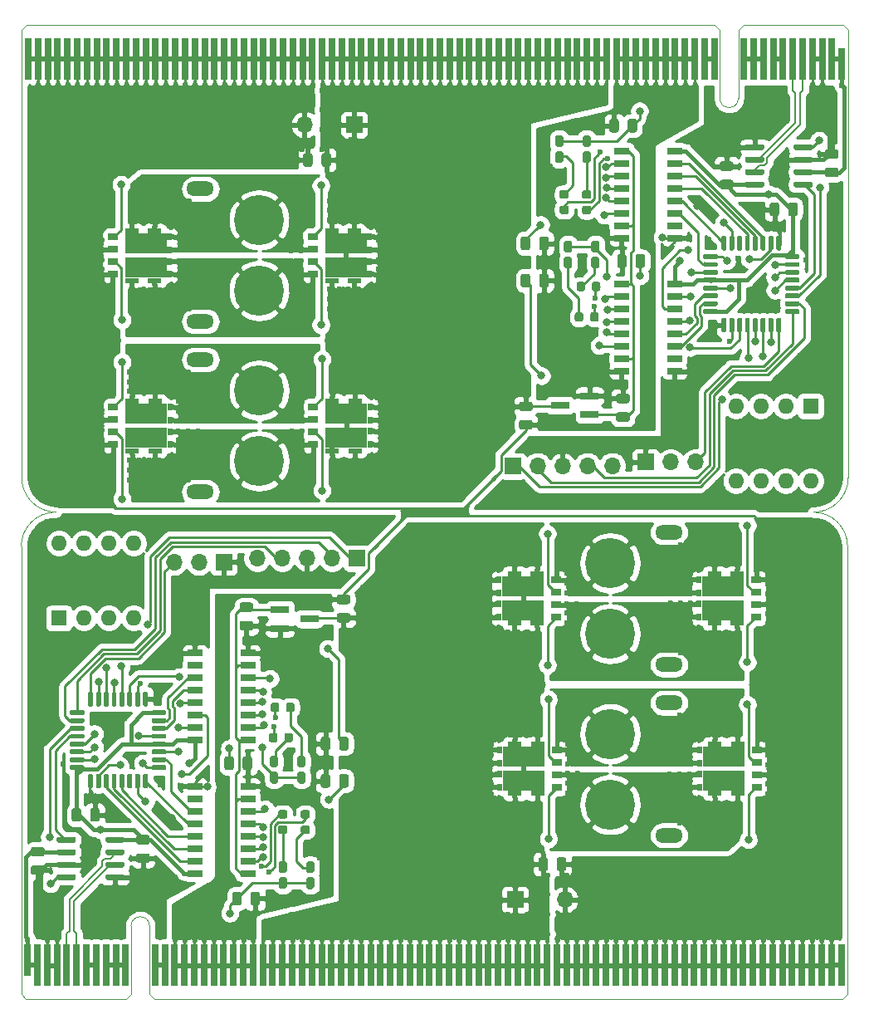
<source format=gbl>
%TF.GenerationSoftware,KiCad,Pcbnew,(5.1.6)-1*%
%TF.CreationDate,2020-06-21T16:42:45+09:00*%
%TF.ProjectId,CAN_Dual_H-Bridge_MD,43414e5f-4475-4616-9c5f-482d42726964,rev?*%
%TF.SameCoordinates,Original*%
%TF.FileFunction,Copper,L2,Bot*%
%TF.FilePolarity,Positive*%
%FSLAX46Y46*%
G04 Gerber Fmt 4.6, Leading zero omitted, Abs format (unit mm)*
G04 Created by KiCad (PCBNEW (5.1.6)-1) date 2020-06-21 16:42:45*
%MOMM*%
%LPD*%
G01*
G04 APERTURE LIST*
%TA.AperFunction,Profile*%
%ADD10C,0.100000*%
%TD*%
%TA.AperFunction,EtchedComponent*%
%ADD11C,0.100000*%
%TD*%
%TA.AperFunction,ComponentPad*%
%ADD12O,2.800000X1.500000*%
%TD*%
%TA.AperFunction,ComponentPad*%
%ADD13C,5.100000*%
%TD*%
%TA.AperFunction,SMDPad,CuDef*%
%ADD14R,1.900000X0.800000*%
%TD*%
%TA.AperFunction,SMDPad,CuDef*%
%ADD15R,1.000000X0.750000*%
%TD*%
%TA.AperFunction,SMDPad,CuDef*%
%ADD16R,0.560000X0.750000*%
%TD*%
%TA.AperFunction,SMDPad,CuDef*%
%ADD17R,1.400000X0.495000*%
%TD*%
%TA.AperFunction,SMDPad,CuDef*%
%ADD18R,4.280000X2.080000*%
%TD*%
%TA.AperFunction,ComponentPad*%
%ADD19R,1.600000X1.600000*%
%TD*%
%TA.AperFunction,ComponentPad*%
%ADD20O,1.600000X1.600000*%
%TD*%
%TA.AperFunction,ComponentPad*%
%ADD21O,1.700000X1.700000*%
%TD*%
%TA.AperFunction,ComponentPad*%
%ADD22R,1.700000X1.700000*%
%TD*%
%TA.AperFunction,SMDPad,CuDef*%
%ADD23R,1.500000X0.650000*%
%TD*%
%TA.AperFunction,ConnectorPad*%
%ADD24R,0.700000X4.300000*%
%TD*%
%TA.AperFunction,ConnectorPad*%
%ADD25R,0.700000X3.200000*%
%TD*%
%TA.AperFunction,ViaPad*%
%ADD26C,0.600000*%
%TD*%
%TA.AperFunction,ViaPad*%
%ADD27C,0.800000*%
%TD*%
%TA.AperFunction,Conductor*%
%ADD28C,0.400000*%
%TD*%
%TA.AperFunction,Conductor*%
%ADD29C,0.250000*%
%TD*%
%TA.AperFunction,Conductor*%
%ADD30C,0.500000*%
%TD*%
%TA.AperFunction,Conductor*%
%ADD31C,0.200000*%
%TD*%
%TA.AperFunction,Conductor*%
%ADD32C,0.254000*%
%TD*%
%ADD33C,0.300000*%
%ADD34C,0.350000*%
%ADD35O,2.200000X1.000000*%
G04 APERTURE END LIST*
D10*
X184680000Y-91500000D02*
G75*
G02*
X181180000Y-95000000I-3500000J0D01*
G01*
X100380000Y-91500000D02*
X100380000Y-53750000D01*
X184680000Y-91500000D02*
X184680000Y-53750000D01*
X103880000Y-95000000D02*
G75*
G02*
X100380000Y-91500000I0J3500000D01*
G01*
X100320000Y-98500000D02*
G75*
G02*
X103820000Y-95000000I3500000J0D01*
G01*
X181120000Y-95000000D02*
G75*
G02*
X184620000Y-98500000I0J-3500000D01*
G01*
X100320000Y-98500000D02*
X100320000Y-136250000D01*
X184620000Y-98500000D02*
X184620000Y-136250000D01*
D11*
%TO.C,J3*%
X100380000Y-45850000D02*
X100880000Y-45350000D01*
X171580000Y-45850000D02*
X171080000Y-45350000D01*
X173480000Y-45850000D02*
X173980000Y-45350000D01*
X184680000Y-45850000D02*
X184180000Y-45350000D01*
X171080000Y-45350000D02*
X100880000Y-45350000D01*
X100380000Y-53750000D02*
X100380000Y-45850000D01*
X184180000Y-45350000D02*
X173980000Y-45350000D01*
X184680000Y-53750000D02*
X184680000Y-45850000D01*
X171580000Y-52800000D02*
X171580000Y-45850000D01*
X173480000Y-52800000D02*
X173480000Y-45850000D01*
X173480000Y-52800000D02*
G75*
G02*
X171580000Y-52800000I-950000J0D01*
G01*
X111520000Y-137200000D02*
X111520000Y-144150000D01*
X113420000Y-137200000D02*
X113420000Y-144150000D01*
X100320000Y-136250000D02*
X100320000Y-144150000D01*
X100820000Y-144650000D02*
X111020000Y-144650000D01*
X184620000Y-136250000D02*
X184620000Y-144150000D01*
X113920000Y-144650000D02*
X184120000Y-144650000D01*
X100320000Y-144150000D02*
X100820000Y-144650000D01*
X111520000Y-144150000D02*
X111020000Y-144650000D01*
X113420000Y-144150000D02*
X113920000Y-144650000D01*
X184620000Y-144150000D02*
X184120000Y-144650000D01*
X111520000Y-137200000D02*
G75*
G02*
X113420000Y-137200000I950000J0D01*
G01*
%TD*%
D12*
%TO.P,J5,4*%
%TO.N,N/C*%
X118600000Y-62050000D03*
X118600000Y-75550000D03*
D13*
%TO.P,J5,2*%
%TO.N,SB_1*%
X124600000Y-65200000D03*
%TO.P,J5,1*%
%TO.N,SA_1*%
X124600000Y-72400000D03*
%TD*%
D14*
%TO.P,IC2,1*%
%TO.N,GNDPWR*%
X158300000Y-83150000D03*
%TO.P,IC2,2*%
%TO.N,MD_3V3*%
X158300000Y-85050000D03*
%TO.P,IC2,3*%
%TO.N,VCC*%
X155300000Y-84100000D03*
%TD*%
D15*
%TO.P,Q3,1*%
%TO.N,SA_1*%
X130058000Y-70755000D03*
%TO.P,Q3,2*%
%TO.N,Net-(Q3-Pad2)*%
X130058000Y-69485000D03*
%TO.P,Q3,3*%
%TO.N,SB_1*%
X130058000Y-68215000D03*
%TO.P,Q3,4*%
%TO.N,Net-(Q3-Pad4)*%
X130058000Y-66945000D03*
D16*
%TO.P,Q3,5*%
%TO.N,VCC*%
X135867000Y-66945000D03*
X135867000Y-68275000D03*
%TO.P,Q3,6*%
X135867000Y-69425000D03*
X135867000Y-70755000D03*
D17*
X134307000Y-71377000D03*
X132007000Y-71377000D03*
%TO.P,Q3,5*%
X132007000Y-66323000D03*
X134307000Y-66323000D03*
D18*
X133447000Y-67610000D03*
%TO.P,Q3,6*%
X133447000Y-70090000D03*
%TD*%
D12*
%TO.P,J4,4*%
%TO.N,N/C*%
X118600000Y-79450000D03*
X118600000Y-92950000D03*
D13*
%TO.P,J4,2*%
%TO.N,SB_0*%
X124600000Y-82600000D03*
%TO.P,J4,1*%
%TO.N,SA_0*%
X124600000Y-89800000D03*
%TD*%
D18*
%TO.P,Q4,6*%
%TO.N,SA_1*%
X113050000Y-70090000D03*
%TO.P,Q4,5*%
%TO.N,SB_1*%
X113050000Y-67610000D03*
D17*
X113910000Y-66323000D03*
X111610000Y-66323000D03*
%TO.P,Q4,6*%
%TO.N,SA_1*%
X111610000Y-71377000D03*
X113910000Y-71377000D03*
D16*
X115470000Y-70755000D03*
X115470000Y-69425000D03*
%TO.P,Q4,5*%
%TO.N,SB_1*%
X115470000Y-68275000D03*
X115470000Y-66945000D03*
D15*
%TO.P,Q4,4*%
%TO.N,Net-(Q4-Pad4)*%
X109661000Y-66945000D03*
%TO.P,Q4,3*%
%TO.N,GNDPWR*%
X109661000Y-68215000D03*
%TO.P,Q4,2*%
%TO.N,Net-(Q4-Pad2)*%
X109661000Y-69485000D03*
%TO.P,Q4,1*%
%TO.N,GNDPWR*%
X109661000Y-70755000D03*
%TD*%
%TO.P,Q1,1*%
%TO.N,SA_0*%
X130108000Y-88105000D03*
%TO.P,Q1,2*%
%TO.N,Net-(Q1-Pad2)*%
X130108000Y-86835000D03*
%TO.P,Q1,3*%
%TO.N,SB_0*%
X130108000Y-85565000D03*
%TO.P,Q1,4*%
%TO.N,Net-(Q1-Pad4)*%
X130108000Y-84295000D03*
D16*
%TO.P,Q1,5*%
%TO.N,VCC*%
X135917000Y-84295000D03*
X135917000Y-85625000D03*
%TO.P,Q1,6*%
X135917000Y-86775000D03*
X135917000Y-88105000D03*
D17*
X134357000Y-88727000D03*
X132057000Y-88727000D03*
%TO.P,Q1,5*%
X132057000Y-83673000D03*
X134357000Y-83673000D03*
D18*
X133497000Y-84960000D03*
%TO.P,Q1,6*%
X133497000Y-87440000D03*
%TD*%
D15*
%TO.P,Q2,1*%
%TO.N,GNDPWR*%
X109708000Y-88115000D03*
%TO.P,Q2,2*%
%TO.N,Net-(Q2-Pad2)*%
X109708000Y-86845000D03*
%TO.P,Q2,3*%
%TO.N,GNDPWR*%
X109708000Y-85575000D03*
%TO.P,Q2,4*%
%TO.N,Net-(Q2-Pad4)*%
X109708000Y-84305000D03*
D16*
%TO.P,Q2,5*%
%TO.N,SB_0*%
X115517000Y-84305000D03*
X115517000Y-85635000D03*
%TO.P,Q2,6*%
%TO.N,SA_0*%
X115517000Y-86785000D03*
X115517000Y-88115000D03*
D17*
X113957000Y-88737000D03*
X111657000Y-88737000D03*
%TO.P,Q2,5*%
%TO.N,SB_0*%
X111657000Y-83683000D03*
X113957000Y-83683000D03*
D18*
X113097000Y-84970000D03*
%TO.P,Q2,6*%
%TO.N,SA_0*%
X113097000Y-87450000D03*
%TD*%
D19*
%TO.P,S2,1*%
%TO.N,/DIP_SW1*%
X180840000Y-84200000D03*
D20*
%TO.P,S2,5*%
%TO.N,+3V3*%
X173220000Y-91820000D03*
%TO.P,S2,2*%
%TO.N,/DIP_SW2*%
X178300000Y-84200000D03*
%TO.P,S2,6*%
%TO.N,+3V3*%
X175760000Y-91820000D03*
%TO.P,S2,3*%
%TO.N,/DIP_SW3*%
X175760000Y-84200000D03*
%TO.P,S2,7*%
%TO.N,+3V3*%
X178300000Y-91820000D03*
%TO.P,S2,4*%
%TO.N,/DIP_SW4*%
X173220000Y-84200000D03*
%TO.P,S2,8*%
%TO.N,+3V3*%
X180840000Y-91820000D03*
%TD*%
%TO.P,C6,1*%
%TO.N,GNDPWR*%
%TA.AperFunction,SMDPad,CuDef*%
G36*
G01*
X161243750Y-82937500D02*
X162156250Y-82937500D01*
G75*
G02*
X162400000Y-83181250I0J-243750D01*
G01*
X162400000Y-83668750D01*
G75*
G02*
X162156250Y-83912500I-243750J0D01*
G01*
X161243750Y-83912500D01*
G75*
G02*
X161000000Y-83668750I0J243750D01*
G01*
X161000000Y-83181250D01*
G75*
G02*
X161243750Y-82937500I243750J0D01*
G01*
G37*
%TD.AperFunction*%
%TO.P,C6,2*%
%TO.N,MD_3V3*%
%TA.AperFunction,SMDPad,CuDef*%
G36*
G01*
X161243750Y-84812500D02*
X162156250Y-84812500D01*
G75*
G02*
X162400000Y-85056250I0J-243750D01*
G01*
X162400000Y-85543750D01*
G75*
G02*
X162156250Y-85787500I-243750J0D01*
G01*
X161243750Y-85787500D01*
G75*
G02*
X161000000Y-85543750I0J243750D01*
G01*
X161000000Y-85056250D01*
G75*
G02*
X161243750Y-84812500I243750J0D01*
G01*
G37*
%TD.AperFunction*%
%TD*%
%TO.P,R11,2*%
%TO.N,Net-(D8-Pad1)*%
%TA.AperFunction,SMDPad,CuDef*%
G36*
G01*
X158256250Y-63062500D02*
X157743750Y-63062500D01*
G75*
G02*
X157525000Y-62843750I0J218750D01*
G01*
X157525000Y-62406250D01*
G75*
G02*
X157743750Y-62187500I218750J0D01*
G01*
X158256250Y-62187500D01*
G75*
G02*
X158475000Y-62406250I0J-218750D01*
G01*
X158475000Y-62843750D01*
G75*
G02*
X158256250Y-63062500I-218750J0D01*
G01*
G37*
%TD.AperFunction*%
%TO.P,R11,1*%
%TO.N,Net-(IC5-Pad25)*%
%TA.AperFunction,SMDPad,CuDef*%
G36*
G01*
X158256250Y-64637500D02*
X157743750Y-64637500D01*
G75*
G02*
X157525000Y-64418750I0J218750D01*
G01*
X157525000Y-63981250D01*
G75*
G02*
X157743750Y-63762500I218750J0D01*
G01*
X158256250Y-63762500D01*
G75*
G02*
X158475000Y-63981250I0J-218750D01*
G01*
X158475000Y-64418750D01*
G75*
G02*
X158256250Y-64637500I-218750J0D01*
G01*
G37*
%TD.AperFunction*%
%TD*%
%TO.P,U2,32*%
%TO.N,GND*%
%TA.AperFunction,SMDPad,CuDef*%
G36*
G01*
X171752000Y-76554000D02*
X171752000Y-75304000D01*
G75*
G02*
X171877000Y-75179000I125000J0D01*
G01*
X172127000Y-75179000D01*
G75*
G02*
X172252000Y-75304000I0J-125000D01*
G01*
X172252000Y-76554000D01*
G75*
G02*
X172127000Y-76679000I-125000J0D01*
G01*
X171877000Y-76679000D01*
G75*
G02*
X171752000Y-76554000I0J125000D01*
G01*
G37*
%TD.AperFunction*%
%TO.P,U2,31*%
%TO.N,/BOOT*%
%TA.AperFunction,SMDPad,CuDef*%
G36*
G01*
X172552000Y-76554000D02*
X172552000Y-75304000D01*
G75*
G02*
X172677000Y-75179000I125000J0D01*
G01*
X172927000Y-75179000D01*
G75*
G02*
X173052000Y-75304000I0J-125000D01*
G01*
X173052000Y-76554000D01*
G75*
G02*
X172927000Y-76679000I-125000J0D01*
G01*
X172677000Y-76679000D01*
G75*
G02*
X172552000Y-76554000I0J125000D01*
G01*
G37*
%TD.AperFunction*%
%TO.P,U2,30*%
%TO.N,IC_PWML_0*%
%TA.AperFunction,SMDPad,CuDef*%
G36*
G01*
X173352000Y-76554000D02*
X173352000Y-75304000D01*
G75*
G02*
X173477000Y-75179000I125000J0D01*
G01*
X173727000Y-75179000D01*
G75*
G02*
X173852000Y-75304000I0J-125000D01*
G01*
X173852000Y-76554000D01*
G75*
G02*
X173727000Y-76679000I-125000J0D01*
G01*
X173477000Y-76679000D01*
G75*
G02*
X173352000Y-76554000I0J125000D01*
G01*
G37*
%TD.AperFunction*%
%TO.P,U2,29*%
%TO.N,/DIP_SW4*%
%TA.AperFunction,SMDPad,CuDef*%
G36*
G01*
X174152000Y-76554000D02*
X174152000Y-75304000D01*
G75*
G02*
X174277000Y-75179000I125000J0D01*
G01*
X174527000Y-75179000D01*
G75*
G02*
X174652000Y-75304000I0J-125000D01*
G01*
X174652000Y-76554000D01*
G75*
G02*
X174527000Y-76679000I-125000J0D01*
G01*
X174277000Y-76679000D01*
G75*
G02*
X174152000Y-76554000I0J125000D01*
G01*
G37*
%TD.AperFunction*%
%TO.P,U2,28*%
%TO.N,/DIP_SW3*%
%TA.AperFunction,SMDPad,CuDef*%
G36*
G01*
X174952000Y-76554000D02*
X174952000Y-75304000D01*
G75*
G02*
X175077000Y-75179000I125000J0D01*
G01*
X175327000Y-75179000D01*
G75*
G02*
X175452000Y-75304000I0J-125000D01*
G01*
X175452000Y-76554000D01*
G75*
G02*
X175327000Y-76679000I-125000J0D01*
G01*
X175077000Y-76679000D01*
G75*
G02*
X174952000Y-76554000I0J125000D01*
G01*
G37*
%TD.AperFunction*%
%TO.P,U2,27*%
%TO.N,/DIP_SW2*%
%TA.AperFunction,SMDPad,CuDef*%
G36*
G01*
X175752000Y-76554000D02*
X175752000Y-75304000D01*
G75*
G02*
X175877000Y-75179000I125000J0D01*
G01*
X176127000Y-75179000D01*
G75*
G02*
X176252000Y-75304000I0J-125000D01*
G01*
X176252000Y-76554000D01*
G75*
G02*
X176127000Y-76679000I-125000J0D01*
G01*
X175877000Y-76679000D01*
G75*
G02*
X175752000Y-76554000I0J125000D01*
G01*
G37*
%TD.AperFunction*%
%TO.P,U2,26*%
%TO.N,/DIP_SW1*%
%TA.AperFunction,SMDPad,CuDef*%
G36*
G01*
X176552000Y-76554000D02*
X176552000Y-75304000D01*
G75*
G02*
X176677000Y-75179000I125000J0D01*
G01*
X176927000Y-75179000D01*
G75*
G02*
X177052000Y-75304000I0J-125000D01*
G01*
X177052000Y-76554000D01*
G75*
G02*
X176927000Y-76679000I-125000J0D01*
G01*
X176677000Y-76679000D01*
G75*
G02*
X176552000Y-76554000I0J125000D01*
G01*
G37*
%TD.AperFunction*%
%TO.P,U2,25*%
%TO.N,VCP_RX*%
%TA.AperFunction,SMDPad,CuDef*%
G36*
G01*
X177352000Y-76554000D02*
X177352000Y-75304000D01*
G75*
G02*
X177477000Y-75179000I125000J0D01*
G01*
X177727000Y-75179000D01*
G75*
G02*
X177852000Y-75304000I0J-125000D01*
G01*
X177852000Y-76554000D01*
G75*
G02*
X177727000Y-76679000I-125000J0D01*
G01*
X177477000Y-76679000D01*
G75*
G02*
X177352000Y-76554000I0J125000D01*
G01*
G37*
%TD.AperFunction*%
%TO.P,U2,24*%
%TO.N,/SWCLK*%
%TA.AperFunction,SMDPad,CuDef*%
G36*
G01*
X178227000Y-74679000D02*
X178227000Y-74429000D01*
G75*
G02*
X178352000Y-74304000I125000J0D01*
G01*
X179602000Y-74304000D01*
G75*
G02*
X179727000Y-74429000I0J-125000D01*
G01*
X179727000Y-74679000D01*
G75*
G02*
X179602000Y-74804000I-125000J0D01*
G01*
X178352000Y-74804000D01*
G75*
G02*
X178227000Y-74679000I0J125000D01*
G01*
G37*
%TD.AperFunction*%
%TO.P,U2,23*%
%TO.N,/SWDIO*%
%TA.AperFunction,SMDPad,CuDef*%
G36*
G01*
X178227000Y-73879000D02*
X178227000Y-73629000D01*
G75*
G02*
X178352000Y-73504000I125000J0D01*
G01*
X179602000Y-73504000D01*
G75*
G02*
X179727000Y-73629000I0J-125000D01*
G01*
X179727000Y-73879000D01*
G75*
G02*
X179602000Y-74004000I-125000J0D01*
G01*
X178352000Y-74004000D01*
G75*
G02*
X178227000Y-73879000I0J125000D01*
G01*
G37*
%TD.AperFunction*%
%TO.P,U2,22*%
%TO.N,/CAN_TD*%
%TA.AperFunction,SMDPad,CuDef*%
G36*
G01*
X178227000Y-73079000D02*
X178227000Y-72829000D01*
G75*
G02*
X178352000Y-72704000I125000J0D01*
G01*
X179602000Y-72704000D01*
G75*
G02*
X179727000Y-72829000I0J-125000D01*
G01*
X179727000Y-73079000D01*
G75*
G02*
X179602000Y-73204000I-125000J0D01*
G01*
X178352000Y-73204000D01*
G75*
G02*
X178227000Y-73079000I0J125000D01*
G01*
G37*
%TD.AperFunction*%
%TO.P,U2,21*%
%TO.N,/CAN_RD*%
%TA.AperFunction,SMDPad,CuDef*%
G36*
G01*
X178227000Y-72279000D02*
X178227000Y-72029000D01*
G75*
G02*
X178352000Y-71904000I125000J0D01*
G01*
X179602000Y-71904000D01*
G75*
G02*
X179727000Y-72029000I0J-125000D01*
G01*
X179727000Y-72279000D01*
G75*
G02*
X179602000Y-72404000I-125000J0D01*
G01*
X178352000Y-72404000D01*
G75*
G02*
X178227000Y-72279000I0J125000D01*
G01*
G37*
%TD.AperFunction*%
%TO.P,U2,20*%
%TO.N,MD0_LED_H*%
%TA.AperFunction,SMDPad,CuDef*%
G36*
G01*
X178227000Y-71479000D02*
X178227000Y-71229000D01*
G75*
G02*
X178352000Y-71104000I125000J0D01*
G01*
X179602000Y-71104000D01*
G75*
G02*
X179727000Y-71229000I0J-125000D01*
G01*
X179727000Y-71479000D01*
G75*
G02*
X179602000Y-71604000I-125000J0D01*
G01*
X178352000Y-71604000D01*
G75*
G02*
X178227000Y-71479000I0J125000D01*
G01*
G37*
%TD.AperFunction*%
%TO.P,U2,19*%
%TO.N,MD0_LED_L*%
%TA.AperFunction,SMDPad,CuDef*%
G36*
G01*
X178227000Y-70679000D02*
X178227000Y-70429000D01*
G75*
G02*
X178352000Y-70304000I125000J0D01*
G01*
X179602000Y-70304000D01*
G75*
G02*
X179727000Y-70429000I0J-125000D01*
G01*
X179727000Y-70679000D01*
G75*
G02*
X179602000Y-70804000I-125000J0D01*
G01*
X178352000Y-70804000D01*
G75*
G02*
X178227000Y-70679000I0J125000D01*
G01*
G37*
%TD.AperFunction*%
%TO.P,U2,18*%
%TO.N,MD1_LED_H*%
%TA.AperFunction,SMDPad,CuDef*%
G36*
G01*
X178227000Y-69879000D02*
X178227000Y-69629000D01*
G75*
G02*
X178352000Y-69504000I125000J0D01*
G01*
X179602000Y-69504000D01*
G75*
G02*
X179727000Y-69629000I0J-125000D01*
G01*
X179727000Y-69879000D01*
G75*
G02*
X179602000Y-70004000I-125000J0D01*
G01*
X178352000Y-70004000D01*
G75*
G02*
X178227000Y-69879000I0J125000D01*
G01*
G37*
%TD.AperFunction*%
%TO.P,U2,17*%
%TO.N,+3V3*%
%TA.AperFunction,SMDPad,CuDef*%
G36*
G01*
X178227000Y-69079000D02*
X178227000Y-68829000D01*
G75*
G02*
X178352000Y-68704000I125000J0D01*
G01*
X179602000Y-68704000D01*
G75*
G02*
X179727000Y-68829000I0J-125000D01*
G01*
X179727000Y-69079000D01*
G75*
G02*
X179602000Y-69204000I-125000J0D01*
G01*
X178352000Y-69204000D01*
G75*
G02*
X178227000Y-69079000I0J125000D01*
G01*
G37*
%TD.AperFunction*%
%TO.P,U2,16*%
%TO.N,GND*%
%TA.AperFunction,SMDPad,CuDef*%
G36*
G01*
X177352000Y-68204000D02*
X177352000Y-66954000D01*
G75*
G02*
X177477000Y-66829000I125000J0D01*
G01*
X177727000Y-66829000D01*
G75*
G02*
X177852000Y-66954000I0J-125000D01*
G01*
X177852000Y-68204000D01*
G75*
G02*
X177727000Y-68329000I-125000J0D01*
G01*
X177477000Y-68329000D01*
G75*
G02*
X177352000Y-68204000I0J125000D01*
G01*
G37*
%TD.AperFunction*%
%TO.P,U2,15*%
%TO.N,MD1_LED_L*%
%TA.AperFunction,SMDPad,CuDef*%
G36*
G01*
X176552000Y-68204000D02*
X176552000Y-66954000D01*
G75*
G02*
X176677000Y-66829000I125000J0D01*
G01*
X176927000Y-66829000D01*
G75*
G02*
X177052000Y-66954000I0J-125000D01*
G01*
X177052000Y-68204000D01*
G75*
G02*
X176927000Y-68329000I-125000J0D01*
G01*
X176677000Y-68329000D01*
G75*
G02*
X176552000Y-68204000I0J125000D01*
G01*
G37*
%TD.AperFunction*%
%TO.P,U2,14*%
%TO.N,IC_RESET_1*%
%TA.AperFunction,SMDPad,CuDef*%
G36*
G01*
X175752000Y-68204000D02*
X175752000Y-66954000D01*
G75*
G02*
X175877000Y-66829000I125000J0D01*
G01*
X176127000Y-66829000D01*
G75*
G02*
X176252000Y-66954000I0J-125000D01*
G01*
X176252000Y-68204000D01*
G75*
G02*
X176127000Y-68329000I-125000J0D01*
G01*
X175877000Y-68329000D01*
G75*
G02*
X175752000Y-68204000I0J125000D01*
G01*
G37*
%TD.AperFunction*%
%TO.P,U2,13*%
%TO.N,IC_PWMH_1*%
%TA.AperFunction,SMDPad,CuDef*%
G36*
G01*
X174952000Y-68204000D02*
X174952000Y-66954000D01*
G75*
G02*
X175077000Y-66829000I125000J0D01*
G01*
X175327000Y-66829000D01*
G75*
G02*
X175452000Y-66954000I0J-125000D01*
G01*
X175452000Y-68204000D01*
G75*
G02*
X175327000Y-68329000I-125000J0D01*
G01*
X175077000Y-68329000D01*
G75*
G02*
X174952000Y-68204000I0J125000D01*
G01*
G37*
%TD.AperFunction*%
%TO.P,U2,12*%
%TO.N,IC_PWML_1*%
%TA.AperFunction,SMDPad,CuDef*%
G36*
G01*
X174152000Y-68204000D02*
X174152000Y-66954000D01*
G75*
G02*
X174277000Y-66829000I125000J0D01*
G01*
X174527000Y-66829000D01*
G75*
G02*
X174652000Y-66954000I0J-125000D01*
G01*
X174652000Y-68204000D01*
G75*
G02*
X174527000Y-68329000I-125000J0D01*
G01*
X174277000Y-68329000D01*
G75*
G02*
X174152000Y-68204000I0J125000D01*
G01*
G37*
%TD.AperFunction*%
%TO.P,U2,11*%
%TO.N,Net-(U2-Pad11)*%
%TA.AperFunction,SMDPad,CuDef*%
G36*
G01*
X173352000Y-68204000D02*
X173352000Y-66954000D01*
G75*
G02*
X173477000Y-66829000I125000J0D01*
G01*
X173727000Y-66829000D01*
G75*
G02*
X173852000Y-66954000I0J-125000D01*
G01*
X173852000Y-68204000D01*
G75*
G02*
X173727000Y-68329000I-125000J0D01*
G01*
X173477000Y-68329000D01*
G75*
G02*
X173352000Y-68204000I0J125000D01*
G01*
G37*
%TD.AperFunction*%
%TO.P,U2,10*%
%TO.N,IC_PWMH_0*%
%TA.AperFunction,SMDPad,CuDef*%
G36*
G01*
X172552000Y-68204000D02*
X172552000Y-66954000D01*
G75*
G02*
X172677000Y-66829000I125000J0D01*
G01*
X172927000Y-66829000D01*
G75*
G02*
X173052000Y-66954000I0J-125000D01*
G01*
X173052000Y-68204000D01*
G75*
G02*
X172927000Y-68329000I-125000J0D01*
G01*
X172677000Y-68329000D01*
G75*
G02*
X172552000Y-68204000I0J125000D01*
G01*
G37*
%TD.AperFunction*%
%TO.P,U2,9*%
%TO.N,IC_SR_1*%
%TA.AperFunction,SMDPad,CuDef*%
G36*
G01*
X171752000Y-68204000D02*
X171752000Y-66954000D01*
G75*
G02*
X171877000Y-66829000I125000J0D01*
G01*
X172127000Y-66829000D01*
G75*
G02*
X172252000Y-66954000I0J-125000D01*
G01*
X172252000Y-68204000D01*
G75*
G02*
X172127000Y-68329000I-125000J0D01*
G01*
X171877000Y-68329000D01*
G75*
G02*
X171752000Y-68204000I0J125000D01*
G01*
G37*
%TD.AperFunction*%
%TO.P,U2,8*%
%TO.N,VCP_TX*%
%TA.AperFunction,SMDPad,CuDef*%
G36*
G01*
X169877000Y-69079000D02*
X169877000Y-68829000D01*
G75*
G02*
X170002000Y-68704000I125000J0D01*
G01*
X171252000Y-68704000D01*
G75*
G02*
X171377000Y-68829000I0J-125000D01*
G01*
X171377000Y-69079000D01*
G75*
G02*
X171252000Y-69204000I-125000J0D01*
G01*
X170002000Y-69204000D01*
G75*
G02*
X169877000Y-69079000I0J125000D01*
G01*
G37*
%TD.AperFunction*%
%TO.P,U2,7*%
%TO.N,IC_PHASE_1*%
%TA.AperFunction,SMDPad,CuDef*%
G36*
G01*
X169877000Y-69879000D02*
X169877000Y-69629000D01*
G75*
G02*
X170002000Y-69504000I125000J0D01*
G01*
X171252000Y-69504000D01*
G75*
G02*
X171377000Y-69629000I0J-125000D01*
G01*
X171377000Y-69879000D01*
G75*
G02*
X171252000Y-70004000I-125000J0D01*
G01*
X170002000Y-70004000D01*
G75*
G02*
X169877000Y-69879000I0J125000D01*
G01*
G37*
%TD.AperFunction*%
%TO.P,U2,6*%
%TO.N,IC_RESET_0*%
%TA.AperFunction,SMDPad,CuDef*%
G36*
G01*
X169877000Y-70679000D02*
X169877000Y-70429000D01*
G75*
G02*
X170002000Y-70304000I125000J0D01*
G01*
X171252000Y-70304000D01*
G75*
G02*
X171377000Y-70429000I0J-125000D01*
G01*
X171377000Y-70679000D01*
G75*
G02*
X171252000Y-70804000I-125000J0D01*
G01*
X170002000Y-70804000D01*
G75*
G02*
X169877000Y-70679000I0J125000D01*
G01*
G37*
%TD.AperFunction*%
%TO.P,U2,5*%
%TO.N,+3V3*%
%TA.AperFunction,SMDPad,CuDef*%
G36*
G01*
X169877000Y-71479000D02*
X169877000Y-71229000D01*
G75*
G02*
X170002000Y-71104000I125000J0D01*
G01*
X171252000Y-71104000D01*
G75*
G02*
X171377000Y-71229000I0J-125000D01*
G01*
X171377000Y-71479000D01*
G75*
G02*
X171252000Y-71604000I-125000J0D01*
G01*
X170002000Y-71604000D01*
G75*
G02*
X169877000Y-71479000I0J125000D01*
G01*
G37*
%TD.AperFunction*%
%TO.P,U2,4*%
%TO.N,NRST*%
%TA.AperFunction,SMDPad,CuDef*%
G36*
G01*
X169877000Y-72279000D02*
X169877000Y-72029000D01*
G75*
G02*
X170002000Y-71904000I125000J0D01*
G01*
X171252000Y-71904000D01*
G75*
G02*
X171377000Y-72029000I0J-125000D01*
G01*
X171377000Y-72279000D01*
G75*
G02*
X171252000Y-72404000I-125000J0D01*
G01*
X170002000Y-72404000D01*
G75*
G02*
X169877000Y-72279000I0J125000D01*
G01*
G37*
%TD.AperFunction*%
%TO.P,U2,3*%
%TO.N,IC_SR_0*%
%TA.AperFunction,SMDPad,CuDef*%
G36*
G01*
X169877000Y-73079000D02*
X169877000Y-72829000D01*
G75*
G02*
X170002000Y-72704000I125000J0D01*
G01*
X171252000Y-72704000D01*
G75*
G02*
X171377000Y-72829000I0J-125000D01*
G01*
X171377000Y-73079000D01*
G75*
G02*
X171252000Y-73204000I-125000J0D01*
G01*
X170002000Y-73204000D01*
G75*
G02*
X169877000Y-73079000I0J125000D01*
G01*
G37*
%TD.AperFunction*%
%TO.P,U2,2*%
%TO.N,IC_PHASE_0*%
%TA.AperFunction,SMDPad,CuDef*%
G36*
G01*
X169877000Y-73879000D02*
X169877000Y-73629000D01*
G75*
G02*
X170002000Y-73504000I125000J0D01*
G01*
X171252000Y-73504000D01*
G75*
G02*
X171377000Y-73629000I0J-125000D01*
G01*
X171377000Y-73879000D01*
G75*
G02*
X171252000Y-74004000I-125000J0D01*
G01*
X170002000Y-74004000D01*
G75*
G02*
X169877000Y-73879000I0J125000D01*
G01*
G37*
%TD.AperFunction*%
%TO.P,U2,1*%
%TO.N,+3V3*%
%TA.AperFunction,SMDPad,CuDef*%
G36*
G01*
X169877000Y-74679000D02*
X169877000Y-74429000D01*
G75*
G02*
X170002000Y-74304000I125000J0D01*
G01*
X171252000Y-74304000D01*
G75*
G02*
X171377000Y-74429000I0J-125000D01*
G01*
X171377000Y-74679000D01*
G75*
G02*
X171252000Y-74804000I-125000J0D01*
G01*
X170002000Y-74804000D01*
G75*
G02*
X169877000Y-74679000I0J125000D01*
G01*
G37*
%TD.AperFunction*%
%TD*%
%TO.P,U3,1*%
%TO.N,/CAN_TD*%
%TA.AperFunction,SMDPad,CuDef*%
G36*
G01*
X181050000Y-57645000D02*
X181050000Y-57945000D01*
G75*
G02*
X180900000Y-58095000I-150000J0D01*
G01*
X179250000Y-58095000D01*
G75*
G02*
X179100000Y-57945000I0J150000D01*
G01*
X179100000Y-57645000D01*
G75*
G02*
X179250000Y-57495000I150000J0D01*
G01*
X180900000Y-57495000D01*
G75*
G02*
X181050000Y-57645000I0J-150000D01*
G01*
G37*
%TD.AperFunction*%
%TO.P,U3,2*%
%TO.N,GND*%
%TA.AperFunction,SMDPad,CuDef*%
G36*
G01*
X181050000Y-58915000D02*
X181050000Y-59215000D01*
G75*
G02*
X180900000Y-59365000I-150000J0D01*
G01*
X179250000Y-59365000D01*
G75*
G02*
X179100000Y-59215000I0J150000D01*
G01*
X179100000Y-58915000D01*
G75*
G02*
X179250000Y-58765000I150000J0D01*
G01*
X180900000Y-58765000D01*
G75*
G02*
X181050000Y-58915000I0J-150000D01*
G01*
G37*
%TD.AperFunction*%
%TO.P,U3,3*%
%TO.N,+5V*%
%TA.AperFunction,SMDPad,CuDef*%
G36*
G01*
X181050000Y-60185000D02*
X181050000Y-60485000D01*
G75*
G02*
X180900000Y-60635000I-150000J0D01*
G01*
X179250000Y-60635000D01*
G75*
G02*
X179100000Y-60485000I0J150000D01*
G01*
X179100000Y-60185000D01*
G75*
G02*
X179250000Y-60035000I150000J0D01*
G01*
X180900000Y-60035000D01*
G75*
G02*
X181050000Y-60185000I0J-150000D01*
G01*
G37*
%TD.AperFunction*%
%TO.P,U3,4*%
%TO.N,/CAN_RD*%
%TA.AperFunction,SMDPad,CuDef*%
G36*
G01*
X181050000Y-61455000D02*
X181050000Y-61755000D01*
G75*
G02*
X180900000Y-61905000I-150000J0D01*
G01*
X179250000Y-61905000D01*
G75*
G02*
X179100000Y-61755000I0J150000D01*
G01*
X179100000Y-61455000D01*
G75*
G02*
X179250000Y-61305000I150000J0D01*
G01*
X180900000Y-61305000D01*
G75*
G02*
X181050000Y-61455000I0J-150000D01*
G01*
G37*
%TD.AperFunction*%
%TO.P,U3,5*%
%TO.N,+3V3*%
%TA.AperFunction,SMDPad,CuDef*%
G36*
G01*
X176100000Y-61455000D02*
X176100000Y-61755000D01*
G75*
G02*
X175950000Y-61905000I-150000J0D01*
G01*
X174300000Y-61905000D01*
G75*
G02*
X174150000Y-61755000I0J150000D01*
G01*
X174150000Y-61455000D01*
G75*
G02*
X174300000Y-61305000I150000J0D01*
G01*
X175950000Y-61305000D01*
G75*
G02*
X176100000Y-61455000I0J-150000D01*
G01*
G37*
%TD.AperFunction*%
%TO.P,U3,6*%
%TO.N,CAN-*%
%TA.AperFunction,SMDPad,CuDef*%
G36*
G01*
X176100000Y-60185000D02*
X176100000Y-60485000D01*
G75*
G02*
X175950000Y-60635000I-150000J0D01*
G01*
X174300000Y-60635000D01*
G75*
G02*
X174150000Y-60485000I0J150000D01*
G01*
X174150000Y-60185000D01*
G75*
G02*
X174300000Y-60035000I150000J0D01*
G01*
X175950000Y-60035000D01*
G75*
G02*
X176100000Y-60185000I0J-150000D01*
G01*
G37*
%TD.AperFunction*%
%TO.P,U3,7*%
%TO.N,CAN+*%
%TA.AperFunction,SMDPad,CuDef*%
G36*
G01*
X176100000Y-58915000D02*
X176100000Y-59215000D01*
G75*
G02*
X175950000Y-59365000I-150000J0D01*
G01*
X174300000Y-59365000D01*
G75*
G02*
X174150000Y-59215000I0J150000D01*
G01*
X174150000Y-58915000D01*
G75*
G02*
X174300000Y-58765000I150000J0D01*
G01*
X175950000Y-58765000D01*
G75*
G02*
X176100000Y-58915000I0J-150000D01*
G01*
G37*
%TD.AperFunction*%
%TO.P,U3,8*%
%TO.N,GND*%
%TA.AperFunction,SMDPad,CuDef*%
G36*
G01*
X176100000Y-57645000D02*
X176100000Y-57945000D01*
G75*
G02*
X175950000Y-58095000I-150000J0D01*
G01*
X174300000Y-58095000D01*
G75*
G02*
X174150000Y-57945000I0J150000D01*
G01*
X174150000Y-57645000D01*
G75*
G02*
X174300000Y-57495000I150000J0D01*
G01*
X175950000Y-57495000D01*
G75*
G02*
X176100000Y-57645000I0J-150000D01*
G01*
G37*
%TD.AperFunction*%
%TD*%
%TO.P,R2,1*%
%TO.N,Net-(IC3-Pad25)*%
%TA.AperFunction,SMDPad,CuDef*%
G36*
G01*
X159237500Y-74843750D02*
X159237500Y-75356250D01*
G75*
G02*
X159018750Y-75575000I-218750J0D01*
G01*
X158581250Y-75575000D01*
G75*
G02*
X158362500Y-75356250I0J218750D01*
G01*
X158362500Y-74843750D01*
G75*
G02*
X158581250Y-74625000I218750J0D01*
G01*
X159018750Y-74625000D01*
G75*
G02*
X159237500Y-74843750I0J-218750D01*
G01*
G37*
%TD.AperFunction*%
%TO.P,R2,2*%
%TO.N,Net-(D5-Pad1)*%
%TA.AperFunction,SMDPad,CuDef*%
G36*
G01*
X157662500Y-74843750D02*
X157662500Y-75356250D01*
G75*
G02*
X157443750Y-75575000I-218750J0D01*
G01*
X157006250Y-75575000D01*
G75*
G02*
X156787500Y-75356250I0J218750D01*
G01*
X156787500Y-74843750D01*
G75*
G02*
X157006250Y-74625000I218750J0D01*
G01*
X157443750Y-74625000D01*
G75*
G02*
X157662500Y-74843750I0J-218750D01*
G01*
G37*
%TD.AperFunction*%
%TD*%
%TO.P,C4,2*%
%TO.N,+5V*%
%TA.AperFunction,SMDPad,CuDef*%
G36*
G01*
X182543750Y-59887500D02*
X183456250Y-59887500D01*
G75*
G02*
X183700000Y-60131250I0J-243750D01*
G01*
X183700000Y-60618750D01*
G75*
G02*
X183456250Y-60862500I-243750J0D01*
G01*
X182543750Y-60862500D01*
G75*
G02*
X182300000Y-60618750I0J243750D01*
G01*
X182300000Y-60131250D01*
G75*
G02*
X182543750Y-59887500I243750J0D01*
G01*
G37*
%TD.AperFunction*%
%TO.P,C4,1*%
%TO.N,GND*%
%TA.AperFunction,SMDPad,CuDef*%
G36*
G01*
X182543750Y-58012500D02*
X183456250Y-58012500D01*
G75*
G02*
X183700000Y-58256250I0J-243750D01*
G01*
X183700000Y-58743750D01*
G75*
G02*
X183456250Y-58987500I-243750J0D01*
G01*
X182543750Y-58987500D01*
G75*
G02*
X182300000Y-58743750I0J243750D01*
G01*
X182300000Y-58256250D01*
G75*
G02*
X182543750Y-58012500I243750J0D01*
G01*
G37*
%TD.AperFunction*%
%TD*%
%TO.P,R3,1*%
%TO.N,Net-(IC3-Pad26)*%
%TA.AperFunction,SMDPad,CuDef*%
G36*
G01*
X159412500Y-71743750D02*
X159412500Y-72256250D01*
G75*
G02*
X159193750Y-72475000I-218750J0D01*
G01*
X158756250Y-72475000D01*
G75*
G02*
X158537500Y-72256250I0J218750D01*
G01*
X158537500Y-71743750D01*
G75*
G02*
X158756250Y-71525000I218750J0D01*
G01*
X159193750Y-71525000D01*
G75*
G02*
X159412500Y-71743750I0J-218750D01*
G01*
G37*
%TD.AperFunction*%
%TO.P,R3,2*%
%TO.N,Net-(D6-Pad1)*%
%TA.AperFunction,SMDPad,CuDef*%
G36*
G01*
X157837500Y-71743750D02*
X157837500Y-72256250D01*
G75*
G02*
X157618750Y-72475000I-218750J0D01*
G01*
X157181250Y-72475000D01*
G75*
G02*
X156962500Y-72256250I0J218750D01*
G01*
X156962500Y-71743750D01*
G75*
G02*
X157181250Y-71525000I218750J0D01*
G01*
X157618750Y-71525000D01*
G75*
G02*
X157837500Y-71743750I0J-218750D01*
G01*
G37*
%TD.AperFunction*%
%TD*%
%TO.P,R12,2*%
%TO.N,Net-(D9-Pad1)*%
%TA.AperFunction,SMDPad,CuDef*%
G36*
G01*
X155956250Y-63050000D02*
X155443750Y-63050000D01*
G75*
G02*
X155225000Y-62831250I0J218750D01*
G01*
X155225000Y-62393750D01*
G75*
G02*
X155443750Y-62175000I218750J0D01*
G01*
X155956250Y-62175000D01*
G75*
G02*
X156175000Y-62393750I0J-218750D01*
G01*
X156175000Y-62831250D01*
G75*
G02*
X155956250Y-63050000I-218750J0D01*
G01*
G37*
%TD.AperFunction*%
%TO.P,R12,1*%
%TO.N,Net-(IC5-Pad26)*%
%TA.AperFunction,SMDPad,CuDef*%
G36*
G01*
X155956250Y-64625000D02*
X155443750Y-64625000D01*
G75*
G02*
X155225000Y-64406250I0J218750D01*
G01*
X155225000Y-63968750D01*
G75*
G02*
X155443750Y-63750000I218750J0D01*
G01*
X155956250Y-63750000D01*
G75*
G02*
X156175000Y-63968750I0J-218750D01*
G01*
X156175000Y-64406250D01*
G75*
G02*
X155956250Y-64625000I-218750J0D01*
G01*
G37*
%TD.AperFunction*%
%TD*%
%TO.P,C5,1*%
%TO.N,VCC*%
%TA.AperFunction,SMDPad,CuDef*%
G36*
G01*
X151343750Y-83737500D02*
X152256250Y-83737500D01*
G75*
G02*
X152500000Y-83981250I0J-243750D01*
G01*
X152500000Y-84468750D01*
G75*
G02*
X152256250Y-84712500I-243750J0D01*
G01*
X151343750Y-84712500D01*
G75*
G02*
X151100000Y-84468750I0J243750D01*
G01*
X151100000Y-83981250D01*
G75*
G02*
X151343750Y-83737500I243750J0D01*
G01*
G37*
%TD.AperFunction*%
%TO.P,C5,2*%
%TO.N,GNDPWR*%
%TA.AperFunction,SMDPad,CuDef*%
G36*
G01*
X151343750Y-85612500D02*
X152256250Y-85612500D01*
G75*
G02*
X152500000Y-85856250I0J-243750D01*
G01*
X152500000Y-86343750D01*
G75*
G02*
X152256250Y-86587500I-243750J0D01*
G01*
X151343750Y-86587500D01*
G75*
G02*
X151100000Y-86343750I0J243750D01*
G01*
X151100000Y-85856250D01*
G75*
G02*
X151343750Y-85612500I243750J0D01*
G01*
G37*
%TD.AperFunction*%
%TD*%
%TO.P,C1,2*%
%TO.N,+3V3*%
%TA.AperFunction,SMDPad,CuDef*%
G36*
G01*
X178554000Y-64590250D02*
X178554000Y-63677750D01*
G75*
G02*
X178797750Y-63434000I243750J0D01*
G01*
X179285250Y-63434000D01*
G75*
G02*
X179529000Y-63677750I0J-243750D01*
G01*
X179529000Y-64590250D01*
G75*
G02*
X179285250Y-64834000I-243750J0D01*
G01*
X178797750Y-64834000D01*
G75*
G02*
X178554000Y-64590250I0J243750D01*
G01*
G37*
%TD.AperFunction*%
%TO.P,C1,1*%
%TO.N,GND*%
%TA.AperFunction,SMDPad,CuDef*%
G36*
G01*
X176679000Y-64590250D02*
X176679000Y-63677750D01*
G75*
G02*
X176922750Y-63434000I243750J0D01*
G01*
X177410250Y-63434000D01*
G75*
G02*
X177654000Y-63677750I0J-243750D01*
G01*
X177654000Y-64590250D01*
G75*
G02*
X177410250Y-64834000I-243750J0D01*
G01*
X176922750Y-64834000D01*
G75*
G02*
X176679000Y-64590250I0J243750D01*
G01*
G37*
%TD.AperFunction*%
%TD*%
%TO.P,C16,2*%
%TO.N,GNDPWR*%
%TA.AperFunction,SMDPad,CuDef*%
G36*
G01*
X153150000Y-68056250D02*
X153150000Y-67143750D01*
G75*
G02*
X153393750Y-66900000I243750J0D01*
G01*
X153881250Y-66900000D01*
G75*
G02*
X154125000Y-67143750I0J-243750D01*
G01*
X154125000Y-68056250D01*
G75*
G02*
X153881250Y-68300000I-243750J0D01*
G01*
X153393750Y-68300000D01*
G75*
G02*
X153150000Y-68056250I0J243750D01*
G01*
G37*
%TD.AperFunction*%
%TO.P,C16,1*%
%TO.N,/VREG_1*%
%TA.AperFunction,SMDPad,CuDef*%
G36*
G01*
X151275000Y-68056250D02*
X151275000Y-67143750D01*
G75*
G02*
X151518750Y-66900000I243750J0D01*
G01*
X152006250Y-66900000D01*
G75*
G02*
X152250000Y-67143750I0J-243750D01*
G01*
X152250000Y-68056250D01*
G75*
G02*
X152006250Y-68300000I-243750J0D01*
G01*
X151518750Y-68300000D01*
G75*
G02*
X151275000Y-68056250I0J243750D01*
G01*
G37*
%TD.AperFunction*%
%TD*%
%TO.P,C7,1*%
%TO.N,GND*%
%TA.AperFunction,SMDPad,CuDef*%
G36*
G01*
X171805750Y-59237500D02*
X172718250Y-59237500D01*
G75*
G02*
X172962000Y-59481250I0J-243750D01*
G01*
X172962000Y-59968750D01*
G75*
G02*
X172718250Y-60212500I-243750J0D01*
G01*
X171805750Y-60212500D01*
G75*
G02*
X171562000Y-59968750I0J243750D01*
G01*
X171562000Y-59481250D01*
G75*
G02*
X171805750Y-59237500I243750J0D01*
G01*
G37*
%TD.AperFunction*%
%TO.P,C7,2*%
%TO.N,+3V3*%
%TA.AperFunction,SMDPad,CuDef*%
G36*
G01*
X171805750Y-61112500D02*
X172718250Y-61112500D01*
G75*
G02*
X172962000Y-61356250I0J-243750D01*
G01*
X172962000Y-61843750D01*
G75*
G02*
X172718250Y-62087500I-243750J0D01*
G01*
X171805750Y-62087500D01*
G75*
G02*
X171562000Y-61843750I0J243750D01*
G01*
X171562000Y-61356250D01*
G75*
G02*
X171805750Y-61112500I243750J0D01*
G01*
G37*
%TD.AperFunction*%
%TD*%
%TO.P,C19,2*%
%TO.N,GNDPWR*%
%TA.AperFunction,SMDPad,CuDef*%
G36*
G01*
X161287500Y-55143750D02*
X161287500Y-56056250D01*
G75*
G02*
X161043750Y-56300000I-243750J0D01*
G01*
X160556250Y-56300000D01*
G75*
G02*
X160312500Y-56056250I0J243750D01*
G01*
X160312500Y-55143750D01*
G75*
G02*
X160556250Y-54900000I243750J0D01*
G01*
X161043750Y-54900000D01*
G75*
G02*
X161287500Y-55143750I0J-243750D01*
G01*
G37*
%TD.AperFunction*%
%TO.P,C19,1*%
%TO.N,V5_1*%
%TA.AperFunction,SMDPad,CuDef*%
G36*
G01*
X163162500Y-55143750D02*
X163162500Y-56056250D01*
G75*
G02*
X162918750Y-56300000I-243750J0D01*
G01*
X162431250Y-56300000D01*
G75*
G02*
X162187500Y-56056250I0J243750D01*
G01*
X162187500Y-55143750D01*
G75*
G02*
X162431250Y-54900000I243750J0D01*
G01*
X162918750Y-54900000D01*
G75*
G02*
X163162500Y-55143750I0J-243750D01*
G01*
G37*
%TD.AperFunction*%
%TD*%
%TO.P,C13,2*%
%TO.N,GNDPWR*%
%TA.AperFunction,SMDPad,CuDef*%
G36*
G01*
X162087500Y-68943750D02*
X162087500Y-69856250D01*
G75*
G02*
X161843750Y-70100000I-243750J0D01*
G01*
X161356250Y-70100000D01*
G75*
G02*
X161112500Y-69856250I0J243750D01*
G01*
X161112500Y-68943750D01*
G75*
G02*
X161356250Y-68700000I243750J0D01*
G01*
X161843750Y-68700000D01*
G75*
G02*
X162087500Y-68943750I0J-243750D01*
G01*
G37*
%TD.AperFunction*%
%TO.P,C13,1*%
%TO.N,V5_0*%
%TA.AperFunction,SMDPad,CuDef*%
G36*
G01*
X163962500Y-68943750D02*
X163962500Y-69856250D01*
G75*
G02*
X163718750Y-70100000I-243750J0D01*
G01*
X163231250Y-70100000D01*
G75*
G02*
X162987500Y-69856250I0J243750D01*
G01*
X162987500Y-68943750D01*
G75*
G02*
X163231250Y-68700000I243750J0D01*
G01*
X163718750Y-68700000D01*
G75*
G02*
X163962500Y-68943750I0J-243750D01*
G01*
G37*
%TD.AperFunction*%
%TD*%
%TO.P,C10,2*%
%TO.N,GNDPWR*%
%TA.AperFunction,SMDPad,CuDef*%
G36*
G01*
X153150000Y-71856250D02*
X153150000Y-70943750D01*
G75*
G02*
X153393750Y-70700000I243750J0D01*
G01*
X153881250Y-70700000D01*
G75*
G02*
X154125000Y-70943750I0J-243750D01*
G01*
X154125000Y-71856250D01*
G75*
G02*
X153881250Y-72100000I-243750J0D01*
G01*
X153393750Y-72100000D01*
G75*
G02*
X153150000Y-71856250I0J243750D01*
G01*
G37*
%TD.AperFunction*%
%TO.P,C10,1*%
%TO.N,/VREG_0*%
%TA.AperFunction,SMDPad,CuDef*%
G36*
G01*
X151275000Y-71856250D02*
X151275000Y-70943750D01*
G75*
G02*
X151518750Y-70700000I243750J0D01*
G01*
X152006250Y-70700000D01*
G75*
G02*
X152250000Y-70943750I0J-243750D01*
G01*
X152250000Y-71856250D01*
G75*
G02*
X152006250Y-72100000I-243750J0D01*
G01*
X151518750Y-72100000D01*
G75*
G02*
X151275000Y-71856250I0J243750D01*
G01*
G37*
%TD.AperFunction*%
%TD*%
D21*
%TO.P,J2,5*%
%TO.N,+3V3*%
X160610000Y-90300000D03*
%TO.P,J2,4*%
%TO.N,/SWCLK*%
X158070000Y-90300000D03*
%TO.P,J2,3*%
%TO.N,GND*%
X155530000Y-90300000D03*
%TO.P,J2,2*%
%TO.N,/SWDIO*%
X152990000Y-90300000D03*
D22*
%TO.P,J2,1*%
%TO.N,NRST*%
X150450000Y-90300000D03*
%TD*%
D23*
%TO.P,IC1,1*%
%TO.N,+3V3*%
X166961000Y-71754000D03*
%TO.P,IC1,2*%
%TO.N,IC_RESET_0*%
X166961000Y-73024000D03*
%TO.P,IC1,3*%
%TO.N,IC_PWMH_0*%
X166961000Y-74294000D03*
%TO.P,IC1,4*%
%TO.N,IC_PWML_0*%
X166961000Y-75564000D03*
%TO.P,IC1,5*%
%TO.N,IC_SR_0*%
X166961000Y-76834000D03*
%TO.P,IC1,6*%
%TO.N,IC_PHASE_0*%
X166961000Y-78104000D03*
%TO.P,IC1,7*%
%TO.N,Net-(IC1-Pad7)*%
X166961000Y-79374000D03*
%TO.P,IC1,8*%
%TO.N,GND*%
X166961000Y-80644000D03*
%TO.P,IC1,9*%
%TO.N,GNDPWR*%
X161561000Y-80644000D03*
%TO.P,IC1,10*%
%TO.N,MD_3V3*%
X161561000Y-79374000D03*
%TO.P,IC1,11*%
%TO.N,MD_PHASE_0*%
X161561000Y-78104000D03*
%TO.P,IC1,12*%
%TO.N,MD_SR_0*%
X161561000Y-76834000D03*
%TO.P,IC1,13*%
%TO.N,MD_PWML_0*%
X161561000Y-75564000D03*
%TO.P,IC1,14*%
%TO.N,MD_PWMH_0*%
X161561000Y-74294000D03*
%TO.P,IC1,15*%
%TO.N,MD_RESET_0*%
X161561000Y-73024000D03*
%TO.P,IC1,16*%
%TO.N,MD_3V3*%
X161561000Y-71754000D03*
%TD*%
D22*
%TO.P,J1,1*%
%TO.N,GND*%
X164020000Y-89900000D03*
D21*
%TO.P,J1,2*%
%TO.N,VCP_TX*%
X166560000Y-89900000D03*
%TO.P,J1,3*%
%TO.N,VCP_RX*%
X169100000Y-89900000D03*
%TD*%
%TO.P,D5,1*%
%TO.N,Net-(D5-Pad1)*%
%TA.AperFunction,SMDPad,CuDef*%
G36*
G01*
X156312500Y-70175000D02*
X155887500Y-70175000D01*
G75*
G02*
X155675000Y-69962500I0J212500D01*
G01*
X155675000Y-69162500D01*
G75*
G02*
X155887500Y-68950000I212500J0D01*
G01*
X156312500Y-68950000D01*
G75*
G02*
X156525000Y-69162500I0J-212500D01*
G01*
X156525000Y-69962500D01*
G75*
G02*
X156312500Y-70175000I-212500J0D01*
G01*
G37*
%TD.AperFunction*%
%TO.P,D5,2*%
%TO.N,V5_0*%
%TA.AperFunction,SMDPad,CuDef*%
G36*
G01*
X156312500Y-68550000D02*
X155887500Y-68550000D01*
G75*
G02*
X155675000Y-68337500I0J212500D01*
G01*
X155675000Y-67537500D01*
G75*
G02*
X155887500Y-67325000I212500J0D01*
G01*
X156312500Y-67325000D01*
G75*
G02*
X156525000Y-67537500I0J-212500D01*
G01*
X156525000Y-68337500D01*
G75*
G02*
X156312500Y-68550000I-212500J0D01*
G01*
G37*
%TD.AperFunction*%
%TD*%
D22*
%TO.P,C8,1*%
%TO.N,VCC*%
X134300000Y-55500000D03*
D21*
%TO.P,C8,2*%
%TO.N,GNDPWR*%
X129220000Y-55500000D03*
%TD*%
%TO.P,D8,1*%
%TO.N,Net-(D8-Pad1)*%
%TA.AperFunction,SMDPad,CuDef*%
G36*
G01*
X158212500Y-59425000D02*
X157787500Y-59425000D01*
G75*
G02*
X157575000Y-59212500I0J212500D01*
G01*
X157575000Y-58412500D01*
G75*
G02*
X157787500Y-58200000I212500J0D01*
G01*
X158212500Y-58200000D01*
G75*
G02*
X158425000Y-58412500I0J-212500D01*
G01*
X158425000Y-59212500D01*
G75*
G02*
X158212500Y-59425000I-212500J0D01*
G01*
G37*
%TD.AperFunction*%
%TO.P,D8,2*%
%TO.N,V5_1*%
%TA.AperFunction,SMDPad,CuDef*%
G36*
G01*
X158212500Y-57800000D02*
X157787500Y-57800000D01*
G75*
G02*
X157575000Y-57587500I0J212500D01*
G01*
X157575000Y-56787500D01*
G75*
G02*
X157787500Y-56575000I212500J0D01*
G01*
X158212500Y-56575000D01*
G75*
G02*
X158425000Y-56787500I0J-212500D01*
G01*
X158425000Y-57587500D01*
G75*
G02*
X158212500Y-57800000I-212500J0D01*
G01*
G37*
%TD.AperFunction*%
%TD*%
%TO.P,D9,1*%
%TO.N,Net-(D9-Pad1)*%
%TA.AperFunction,SMDPad,CuDef*%
G36*
G01*
X155412500Y-59412500D02*
X154987500Y-59412500D01*
G75*
G02*
X154775000Y-59200000I0J212500D01*
G01*
X154775000Y-58400000D01*
G75*
G02*
X154987500Y-58187500I212500J0D01*
G01*
X155412500Y-58187500D01*
G75*
G02*
X155625000Y-58400000I0J-212500D01*
G01*
X155625000Y-59200000D01*
G75*
G02*
X155412500Y-59412500I-212500J0D01*
G01*
G37*
%TD.AperFunction*%
%TO.P,D9,2*%
%TO.N,V5_1*%
%TA.AperFunction,SMDPad,CuDef*%
G36*
G01*
X155412500Y-57787500D02*
X154987500Y-57787500D01*
G75*
G02*
X154775000Y-57575000I0J212500D01*
G01*
X154775000Y-56775000D01*
G75*
G02*
X154987500Y-56562500I212500J0D01*
G01*
X155412500Y-56562500D01*
G75*
G02*
X155625000Y-56775000I0J-212500D01*
G01*
X155625000Y-57575000D01*
G75*
G02*
X155412500Y-57787500I-212500J0D01*
G01*
G37*
%TD.AperFunction*%
%TD*%
%TO.P,D6,1*%
%TO.N,Net-(D6-Pad1)*%
%TA.AperFunction,SMDPad,CuDef*%
G36*
G01*
X159112500Y-70175000D02*
X158687500Y-70175000D01*
G75*
G02*
X158475000Y-69962500I0J212500D01*
G01*
X158475000Y-69162500D01*
G75*
G02*
X158687500Y-68950000I212500J0D01*
G01*
X159112500Y-68950000D01*
G75*
G02*
X159325000Y-69162500I0J-212500D01*
G01*
X159325000Y-69962500D01*
G75*
G02*
X159112500Y-70175000I-212500J0D01*
G01*
G37*
%TD.AperFunction*%
%TO.P,D6,2*%
%TO.N,V5_0*%
%TA.AperFunction,SMDPad,CuDef*%
G36*
G01*
X159112500Y-68550000D02*
X158687500Y-68550000D01*
G75*
G02*
X158475000Y-68337500I0J212500D01*
G01*
X158475000Y-67537500D01*
G75*
G02*
X158687500Y-67325000I212500J0D01*
G01*
X159112500Y-67325000D01*
G75*
G02*
X159325000Y-67537500I0J-212500D01*
G01*
X159325000Y-68337500D01*
G75*
G02*
X159112500Y-68550000I-212500J0D01*
G01*
G37*
%TD.AperFunction*%
%TD*%
%TO.P,C9,1*%
%TO.N,VCC*%
%TA.AperFunction,SMDPad,CuDef*%
G36*
G01*
X131925000Y-58643750D02*
X131925000Y-59556250D01*
G75*
G02*
X131681250Y-59800000I-243750J0D01*
G01*
X131193750Y-59800000D01*
G75*
G02*
X130950000Y-59556250I0J243750D01*
G01*
X130950000Y-58643750D01*
G75*
G02*
X131193750Y-58400000I243750J0D01*
G01*
X131681250Y-58400000D01*
G75*
G02*
X131925000Y-58643750I0J-243750D01*
G01*
G37*
%TD.AperFunction*%
%TO.P,C9,2*%
%TO.N,GNDPWR*%
%TA.AperFunction,SMDPad,CuDef*%
G36*
G01*
X130050000Y-58643750D02*
X130050000Y-59556250D01*
G75*
G02*
X129806250Y-59800000I-243750J0D01*
G01*
X129318750Y-59800000D01*
G75*
G02*
X129075000Y-59556250I0J243750D01*
G01*
X129075000Y-58643750D01*
G75*
G02*
X129318750Y-58400000I243750J0D01*
G01*
X129806250Y-58400000D01*
G75*
G02*
X130050000Y-58643750I0J-243750D01*
G01*
G37*
%TD.AperFunction*%
%TD*%
D24*
%TO.P,J3,A10*%
%TO.N,GNDPWR*%
X101030000Y-48800000D03*
X102030000Y-48800000D03*
X103030000Y-48800000D03*
X104030000Y-48800000D03*
X105030000Y-48800000D03*
X106030000Y-48800000D03*
X107030000Y-48800000D03*
X108030000Y-48800000D03*
X109030000Y-48800000D03*
X110030000Y-48800000D03*
X111030000Y-48800000D03*
X112030000Y-48800000D03*
X113030000Y-48800000D03*
X114030000Y-48800000D03*
X115030000Y-48800000D03*
X116030000Y-48800000D03*
X117030000Y-48800000D03*
X118030000Y-48800000D03*
X119030000Y-48800000D03*
X120030000Y-48800000D03*
X121030000Y-48800000D03*
X122030000Y-48800000D03*
X123030000Y-48800000D03*
X124030000Y-48800000D03*
X125030000Y-48800000D03*
X126030000Y-48800000D03*
X127030000Y-48800000D03*
X128030000Y-48800000D03*
X129030000Y-48800000D03*
X130030000Y-48800000D03*
%TO.P,J3,A9*%
%TO.N,VCC*%
X131030000Y-48800000D03*
X132030000Y-48800000D03*
X133030000Y-48800000D03*
X134030000Y-48800000D03*
X135030000Y-48800000D03*
X136030000Y-48800000D03*
X137030000Y-48800000D03*
X138030000Y-48800000D03*
X139030000Y-48800000D03*
X140030000Y-48800000D03*
X141030000Y-48800000D03*
%TO.P,J3,A7*%
%TO.N,Net-(J3-PadA7)*%
X170030000Y-48800000D03*
X171030000Y-48800000D03*
%TO.P,J3,A8*%
%TO.N,GNDPWR*%
X165030000Y-48800000D03*
X166030000Y-48800000D03*
X167030000Y-48800000D03*
X168030000Y-48800000D03*
X169030000Y-48800000D03*
%TO.P,J3,A6*%
%TO.N,Net-(J3-PadA6)*%
X174030000Y-48800000D03*
X175030000Y-48800000D03*
X176030000Y-48800000D03*
%TO.P,J3,A5*%
%TO.N,Net-(J3-PadA5)*%
X177030000Y-48800000D03*
X178030000Y-48800000D03*
%TO.P,J3,A4*%
%TO.N,CAN+*%
X179030000Y-48800000D03*
%TO.P,J3,A3*%
%TO.N,CAN-*%
X180030000Y-48800000D03*
%TO.P,J3,A2*%
%TO.N,GND*%
X181030000Y-48800000D03*
X182030000Y-48800000D03*
%TO.P,J3,A1*%
%TO.N,+5V*%
X183030000Y-48800000D03*
D25*
X184030000Y-49350000D03*
D24*
%TO.P,J3,A8*%
%TO.N,GNDPWR*%
X164030000Y-48800000D03*
X163030000Y-48800000D03*
X162030000Y-48800000D03*
X161030000Y-48800000D03*
%TO.P,J3,A9*%
%TO.N,VCC*%
X160030000Y-48800000D03*
X159030000Y-48800000D03*
X158030000Y-48800000D03*
X157030000Y-48800000D03*
X156030000Y-48800000D03*
X155030000Y-48800000D03*
X154030000Y-48800000D03*
X153030000Y-48800000D03*
X152030000Y-48800000D03*
X151030000Y-48800000D03*
X150030000Y-48800000D03*
X149030000Y-48800000D03*
X148030000Y-48800000D03*
X147030000Y-48800000D03*
X146030000Y-48800000D03*
X145030000Y-48800000D03*
X144030000Y-48800000D03*
X143030000Y-48800000D03*
X142030000Y-48800000D03*
%TD*%
D23*
%TO.P,IC4,1*%
%TO.N,+3V3*%
X166961000Y-58165000D03*
%TO.P,IC4,2*%
%TO.N,IC_RESET_1*%
X166961000Y-59435000D03*
%TO.P,IC4,3*%
%TO.N,IC_PWMH_1*%
X166961000Y-60705000D03*
%TO.P,IC4,4*%
%TO.N,IC_PWML_1*%
X166961000Y-61975000D03*
%TO.P,IC4,5*%
%TO.N,IC_SR_1*%
X166961000Y-63245000D03*
%TO.P,IC4,6*%
%TO.N,IC_PHASE_1*%
X166961000Y-64515000D03*
%TO.P,IC4,7*%
%TO.N,Net-(IC4-Pad7)*%
X166961000Y-65785000D03*
%TO.P,IC4,8*%
%TO.N,GND*%
X166961000Y-67055000D03*
%TO.P,IC4,9*%
%TO.N,GNDPWR*%
X161561000Y-67055000D03*
%TO.P,IC4,10*%
%TO.N,MD_3V3*%
X161561000Y-65785000D03*
%TO.P,IC4,11*%
%TO.N,MD_PHASE_1*%
X161561000Y-64515000D03*
%TO.P,IC4,12*%
%TO.N,MD_SR_1*%
X161561000Y-63245000D03*
%TO.P,IC4,13*%
%TO.N,MD_PWML_1*%
X161561000Y-61975000D03*
%TO.P,IC4,14*%
%TO.N,MD_PWMH_1*%
X161561000Y-60705000D03*
%TO.P,IC4,15*%
%TO.N,MD_RESET_1*%
X161561000Y-59435000D03*
%TO.P,IC4,16*%
%TO.N,MD_3V3*%
X161561000Y-58165000D03*
%TD*%
D14*
%TO.P,IC2,3*%
%TO.N,VCC*%
X129700000Y-105900000D03*
%TO.P,IC2,2*%
%TO.N,MD_3V3*%
X126700000Y-104950000D03*
%TO.P,IC2,1*%
%TO.N,GNDPWR*%
X126700000Y-106850000D03*
%TD*%
D20*
%TO.P,S2,8*%
%TO.N,+3V3*%
X104160000Y-98180000D03*
%TO.P,S2,4*%
%TO.N,/DIP_SW4*%
X111780000Y-105800000D03*
%TO.P,S2,7*%
%TO.N,+3V3*%
X106700000Y-98180000D03*
%TO.P,S2,3*%
%TO.N,/DIP_SW3*%
X109240000Y-105800000D03*
%TO.P,S2,6*%
%TO.N,+3V3*%
X109240000Y-98180000D03*
%TO.P,S2,2*%
%TO.N,/DIP_SW2*%
X106700000Y-105800000D03*
%TO.P,S2,5*%
%TO.N,+3V3*%
X111780000Y-98180000D03*
D19*
%TO.P,S2,1*%
%TO.N,/DIP_SW1*%
X104160000Y-105800000D03*
%TD*%
D13*
%TO.P,J5,1*%
%TO.N,SA_1*%
X160400000Y-117600000D03*
%TO.P,J5,2*%
%TO.N,SB_1*%
X160400000Y-124800000D03*
D12*
%TO.P,J5,4*%
%TO.N,N/C*%
X166400000Y-114450000D03*
X166400000Y-127950000D03*
%TD*%
D13*
%TO.P,J4,1*%
%TO.N,SA_0*%
X160400000Y-100200000D03*
%TO.P,J4,2*%
%TO.N,SB_0*%
X160400000Y-107400000D03*
D12*
%TO.P,J4,4*%
%TO.N,N/C*%
X166400000Y-97050000D03*
X166400000Y-110550000D03*
%TD*%
D18*
%TO.P,Q2,6*%
%TO.N,SA_0*%
X171903000Y-102550000D03*
%TO.P,Q2,5*%
%TO.N,SB_0*%
X171903000Y-105030000D03*
D17*
X171043000Y-106317000D03*
X173343000Y-106317000D03*
%TO.P,Q2,6*%
%TO.N,SA_0*%
X173343000Y-101263000D03*
X171043000Y-101263000D03*
D16*
X169483000Y-101885000D03*
X169483000Y-103215000D03*
%TO.P,Q2,5*%
%TO.N,SB_0*%
X169483000Y-104365000D03*
X169483000Y-105695000D03*
D15*
%TO.P,Q2,4*%
%TO.N,Net-(Q2-Pad4)*%
X175292000Y-105695000D03*
%TO.P,Q2,3*%
%TO.N,GNDPWR*%
X175292000Y-104425000D03*
%TO.P,Q2,2*%
%TO.N,Net-(Q2-Pad2)*%
X175292000Y-103155000D03*
%TO.P,Q2,1*%
%TO.N,GNDPWR*%
X175292000Y-101885000D03*
%TD*%
D18*
%TO.P,Q1,6*%
%TO.N,VCC*%
X151503000Y-102560000D03*
%TO.P,Q1,5*%
X151503000Y-105040000D03*
D17*
X150643000Y-106327000D03*
X152943000Y-106327000D03*
%TO.P,Q1,6*%
X152943000Y-101273000D03*
X150643000Y-101273000D03*
D16*
X149083000Y-101895000D03*
X149083000Y-103225000D03*
%TO.P,Q1,5*%
X149083000Y-104375000D03*
X149083000Y-105705000D03*
D15*
%TO.P,Q1,4*%
%TO.N,Net-(Q1-Pad4)*%
X154892000Y-105705000D03*
%TO.P,Q1,3*%
%TO.N,SB_0*%
X154892000Y-104435000D03*
%TO.P,Q1,2*%
%TO.N,Net-(Q1-Pad2)*%
X154892000Y-103165000D03*
%TO.P,Q1,1*%
%TO.N,SA_0*%
X154892000Y-101895000D03*
%TD*%
%TO.P,Q4,1*%
%TO.N,GNDPWR*%
X175339000Y-119245000D03*
%TO.P,Q4,2*%
%TO.N,Net-(Q4-Pad2)*%
X175339000Y-120515000D03*
%TO.P,Q4,3*%
%TO.N,GNDPWR*%
X175339000Y-121785000D03*
%TO.P,Q4,4*%
%TO.N,Net-(Q4-Pad4)*%
X175339000Y-123055000D03*
D16*
%TO.P,Q4,5*%
%TO.N,SB_1*%
X169530000Y-123055000D03*
X169530000Y-121725000D03*
%TO.P,Q4,6*%
%TO.N,SA_1*%
X169530000Y-120575000D03*
X169530000Y-119245000D03*
D17*
X171090000Y-118623000D03*
X173390000Y-118623000D03*
%TO.P,Q4,5*%
%TO.N,SB_1*%
X173390000Y-123677000D03*
X171090000Y-123677000D03*
D18*
X171950000Y-122390000D03*
%TO.P,Q4,6*%
%TO.N,SA_1*%
X171950000Y-119910000D03*
%TD*%
%TO.P,Q3,6*%
%TO.N,VCC*%
X151553000Y-119910000D03*
%TO.P,Q3,5*%
X151553000Y-122390000D03*
D17*
X150693000Y-123677000D03*
X152993000Y-123677000D03*
%TO.P,Q3,6*%
X152993000Y-118623000D03*
X150693000Y-118623000D03*
D16*
X149133000Y-119245000D03*
X149133000Y-120575000D03*
%TO.P,Q3,5*%
X149133000Y-121725000D03*
X149133000Y-123055000D03*
D15*
%TO.P,Q3,4*%
%TO.N,Net-(Q3-Pad4)*%
X154942000Y-123055000D03*
%TO.P,Q3,3*%
%TO.N,SB_1*%
X154942000Y-121785000D03*
%TO.P,Q3,2*%
%TO.N,Net-(Q3-Pad2)*%
X154942000Y-120515000D03*
%TO.P,Q3,1*%
%TO.N,SA_1*%
X154942000Y-119245000D03*
%TD*%
D23*
%TO.P,IC1,16*%
%TO.N,MD_3V3*%
X123439000Y-118246000D03*
%TO.P,IC1,15*%
%TO.N,MD_RESET_0*%
X123439000Y-116976000D03*
%TO.P,IC1,14*%
%TO.N,MD_PWMH_0*%
X123439000Y-115706000D03*
%TO.P,IC1,13*%
%TO.N,MD_PWML_0*%
X123439000Y-114436000D03*
%TO.P,IC1,12*%
%TO.N,MD_SR_0*%
X123439000Y-113166000D03*
%TO.P,IC1,11*%
%TO.N,MD_PHASE_0*%
X123439000Y-111896000D03*
%TO.P,IC1,10*%
%TO.N,MD_3V3*%
X123439000Y-110626000D03*
%TO.P,IC1,9*%
%TO.N,GNDPWR*%
X123439000Y-109356000D03*
%TO.P,IC1,8*%
%TO.N,GND*%
X118039000Y-109356000D03*
%TO.P,IC1,7*%
%TO.N,Net-(IC1-Pad7)*%
X118039000Y-110626000D03*
%TO.P,IC1,6*%
%TO.N,IC_PHASE_0*%
X118039000Y-111896000D03*
%TO.P,IC1,5*%
%TO.N,IC_SR_0*%
X118039000Y-113166000D03*
%TO.P,IC1,4*%
%TO.N,IC_PWML_0*%
X118039000Y-114436000D03*
%TO.P,IC1,3*%
%TO.N,IC_PWMH_0*%
X118039000Y-115706000D03*
%TO.P,IC1,2*%
%TO.N,IC_RESET_0*%
X118039000Y-116976000D03*
%TO.P,IC1,1*%
%TO.N,+3V3*%
X118039000Y-118246000D03*
%TD*%
%TO.P,IC4,16*%
%TO.N,MD_3V3*%
X123439000Y-131835000D03*
%TO.P,IC4,15*%
%TO.N,MD_RESET_1*%
X123439000Y-130565000D03*
%TO.P,IC4,14*%
%TO.N,MD_PWMH_1*%
X123439000Y-129295000D03*
%TO.P,IC4,13*%
%TO.N,MD_PWML_1*%
X123439000Y-128025000D03*
%TO.P,IC4,12*%
%TO.N,MD_SR_1*%
X123439000Y-126755000D03*
%TO.P,IC4,11*%
%TO.N,MD_PHASE_1*%
X123439000Y-125485000D03*
%TO.P,IC4,10*%
%TO.N,MD_3V3*%
X123439000Y-124215000D03*
%TO.P,IC4,9*%
%TO.N,GNDPWR*%
X123439000Y-122945000D03*
%TO.P,IC4,8*%
%TO.N,GND*%
X118039000Y-122945000D03*
%TO.P,IC4,7*%
%TO.N,Net-(IC4-Pad7)*%
X118039000Y-124215000D03*
%TO.P,IC4,6*%
%TO.N,IC_PHASE_1*%
X118039000Y-125485000D03*
%TO.P,IC4,5*%
%TO.N,IC_SR_1*%
X118039000Y-126755000D03*
%TO.P,IC4,4*%
%TO.N,IC_PWML_1*%
X118039000Y-128025000D03*
%TO.P,IC4,3*%
%TO.N,IC_PWMH_1*%
X118039000Y-129295000D03*
%TO.P,IC4,2*%
%TO.N,IC_RESET_1*%
X118039000Y-130565000D03*
%TO.P,IC4,1*%
%TO.N,+3V3*%
X118039000Y-131835000D03*
%TD*%
D21*
%TO.P,C8,2*%
%TO.N,GNDPWR*%
X155780000Y-134500000D03*
D22*
%TO.P,C8,1*%
%TO.N,VCC*%
X150700000Y-134500000D03*
%TD*%
D24*
%TO.P,J3,A9*%
%TO.N,VCC*%
X142970000Y-141200000D03*
X141970000Y-141200000D03*
X140970000Y-141200000D03*
X139970000Y-141200000D03*
X138970000Y-141200000D03*
X137970000Y-141200000D03*
X136970000Y-141200000D03*
X135970000Y-141200000D03*
X134970000Y-141200000D03*
X133970000Y-141200000D03*
X132970000Y-141200000D03*
X131970000Y-141200000D03*
X130970000Y-141200000D03*
X129970000Y-141200000D03*
X128970000Y-141200000D03*
X127970000Y-141200000D03*
X126970000Y-141200000D03*
X125970000Y-141200000D03*
X124970000Y-141200000D03*
%TO.P,J3,A8*%
%TO.N,GNDPWR*%
X123970000Y-141200000D03*
X122970000Y-141200000D03*
X121970000Y-141200000D03*
X120970000Y-141200000D03*
D25*
%TO.P,J3,A1*%
%TO.N,+5V*%
X100970000Y-140650000D03*
D24*
X101970000Y-141200000D03*
%TO.P,J3,A2*%
%TO.N,GND*%
X102970000Y-141200000D03*
X103970000Y-141200000D03*
%TO.P,J3,A3*%
%TO.N,CAN-*%
X104970000Y-141200000D03*
%TO.P,J3,A4*%
%TO.N,CAN+*%
X105970000Y-141200000D03*
%TO.P,J3,A5*%
%TO.N,Net-(J3-PadA5)*%
X106970000Y-141200000D03*
X107970000Y-141200000D03*
%TO.P,J3,A6*%
%TO.N,Net-(J3-PadA6)*%
X108970000Y-141200000D03*
X109970000Y-141200000D03*
X110970000Y-141200000D03*
%TO.P,J3,A8*%
%TO.N,GNDPWR*%
X115970000Y-141200000D03*
X116970000Y-141200000D03*
X117970000Y-141200000D03*
X118970000Y-141200000D03*
X119970000Y-141200000D03*
%TO.P,J3,A7*%
%TO.N,Net-(J3-PadA7)*%
X113970000Y-141200000D03*
X114970000Y-141200000D03*
%TO.P,J3,A9*%
%TO.N,VCC*%
X143970000Y-141200000D03*
X144970000Y-141200000D03*
X145970000Y-141200000D03*
X146970000Y-141200000D03*
X147970000Y-141200000D03*
X148970000Y-141200000D03*
X149970000Y-141200000D03*
X150970000Y-141200000D03*
X151970000Y-141200000D03*
X152970000Y-141200000D03*
X153970000Y-141200000D03*
%TO.P,J3,A10*%
%TO.N,GNDPWR*%
X154970000Y-141200000D03*
X155970000Y-141200000D03*
X156970000Y-141200000D03*
X157970000Y-141200000D03*
X158970000Y-141200000D03*
X159970000Y-141200000D03*
X160970000Y-141200000D03*
X161970000Y-141200000D03*
X162970000Y-141200000D03*
X163970000Y-141200000D03*
X164970000Y-141200000D03*
X165970000Y-141200000D03*
X166970000Y-141200000D03*
X167970000Y-141200000D03*
X168970000Y-141200000D03*
X169970000Y-141200000D03*
X170970000Y-141200000D03*
X171970000Y-141200000D03*
X172970000Y-141200000D03*
X173970000Y-141200000D03*
X174970000Y-141200000D03*
X175970000Y-141200000D03*
X176970000Y-141200000D03*
X177970000Y-141200000D03*
X178970000Y-141200000D03*
X179970000Y-141200000D03*
X180970000Y-141200000D03*
X181970000Y-141200000D03*
X182970000Y-141200000D03*
X183970000Y-141200000D03*
%TD*%
D22*
%TO.P,J2,1*%
%TO.N,NRST*%
X134550000Y-99700000D03*
D21*
%TO.P,J2,2*%
%TO.N,/SWDIO*%
X132010000Y-99700000D03*
%TO.P,J2,3*%
%TO.N,GND*%
X129470000Y-99700000D03*
%TO.P,J2,4*%
%TO.N,/SWCLK*%
X126930000Y-99700000D03*
%TO.P,J2,5*%
%TO.N,+3V3*%
X124390000Y-99700000D03*
%TD*%
%TO.P,J1,3*%
%TO.N,VCP_RX*%
X115900000Y-100100000D03*
%TO.P,J1,2*%
%TO.N,VCP_TX*%
X118440000Y-100100000D03*
D22*
%TO.P,J1,1*%
%TO.N,GND*%
X120980000Y-100100000D03*
%TD*%
%TO.P,C9,2*%
%TO.N,GNDPWR*%
%TA.AperFunction,SMDPad,CuDef*%
G36*
G01*
X154950000Y-131356250D02*
X154950000Y-130443750D01*
G75*
G02*
X155193750Y-130200000I243750J0D01*
G01*
X155681250Y-130200000D01*
G75*
G02*
X155925000Y-130443750I0J-243750D01*
G01*
X155925000Y-131356250D01*
G75*
G02*
X155681250Y-131600000I-243750J0D01*
G01*
X155193750Y-131600000D01*
G75*
G02*
X154950000Y-131356250I0J243750D01*
G01*
G37*
%TD.AperFunction*%
%TO.P,C9,1*%
%TO.N,VCC*%
%TA.AperFunction,SMDPad,CuDef*%
G36*
G01*
X153075000Y-131356250D02*
X153075000Y-130443750D01*
G75*
G02*
X153318750Y-130200000I243750J0D01*
G01*
X153806250Y-130200000D01*
G75*
G02*
X154050000Y-130443750I0J-243750D01*
G01*
X154050000Y-131356250D01*
G75*
G02*
X153806250Y-131600000I-243750J0D01*
G01*
X153318750Y-131600000D01*
G75*
G02*
X153075000Y-131356250I0J243750D01*
G01*
G37*
%TD.AperFunction*%
%TD*%
%TO.P,D6,2*%
%TO.N,V5_0*%
%TA.AperFunction,SMDPad,CuDef*%
G36*
G01*
X125887500Y-121450000D02*
X126312500Y-121450000D01*
G75*
G02*
X126525000Y-121662500I0J-212500D01*
G01*
X126525000Y-122462500D01*
G75*
G02*
X126312500Y-122675000I-212500J0D01*
G01*
X125887500Y-122675000D01*
G75*
G02*
X125675000Y-122462500I0J212500D01*
G01*
X125675000Y-121662500D01*
G75*
G02*
X125887500Y-121450000I212500J0D01*
G01*
G37*
%TD.AperFunction*%
%TO.P,D6,1*%
%TO.N,Net-(D6-Pad1)*%
%TA.AperFunction,SMDPad,CuDef*%
G36*
G01*
X125887500Y-119825000D02*
X126312500Y-119825000D01*
G75*
G02*
X126525000Y-120037500I0J-212500D01*
G01*
X126525000Y-120837500D01*
G75*
G02*
X126312500Y-121050000I-212500J0D01*
G01*
X125887500Y-121050000D01*
G75*
G02*
X125675000Y-120837500I0J212500D01*
G01*
X125675000Y-120037500D01*
G75*
G02*
X125887500Y-119825000I212500J0D01*
G01*
G37*
%TD.AperFunction*%
%TD*%
%TO.P,D5,2*%
%TO.N,V5_0*%
%TA.AperFunction,SMDPad,CuDef*%
G36*
G01*
X128687500Y-121450000D02*
X129112500Y-121450000D01*
G75*
G02*
X129325000Y-121662500I0J-212500D01*
G01*
X129325000Y-122462500D01*
G75*
G02*
X129112500Y-122675000I-212500J0D01*
G01*
X128687500Y-122675000D01*
G75*
G02*
X128475000Y-122462500I0J212500D01*
G01*
X128475000Y-121662500D01*
G75*
G02*
X128687500Y-121450000I212500J0D01*
G01*
G37*
%TD.AperFunction*%
%TO.P,D5,1*%
%TO.N,Net-(D5-Pad1)*%
%TA.AperFunction,SMDPad,CuDef*%
G36*
G01*
X128687500Y-119825000D02*
X129112500Y-119825000D01*
G75*
G02*
X129325000Y-120037500I0J-212500D01*
G01*
X129325000Y-120837500D01*
G75*
G02*
X129112500Y-121050000I-212500J0D01*
G01*
X128687500Y-121050000D01*
G75*
G02*
X128475000Y-120837500I0J212500D01*
G01*
X128475000Y-120037500D01*
G75*
G02*
X128687500Y-119825000I212500J0D01*
G01*
G37*
%TD.AperFunction*%
%TD*%
%TO.P,D9,2*%
%TO.N,V5_1*%
%TA.AperFunction,SMDPad,CuDef*%
G36*
G01*
X129587500Y-132212500D02*
X130012500Y-132212500D01*
G75*
G02*
X130225000Y-132425000I0J-212500D01*
G01*
X130225000Y-133225000D01*
G75*
G02*
X130012500Y-133437500I-212500J0D01*
G01*
X129587500Y-133437500D01*
G75*
G02*
X129375000Y-133225000I0J212500D01*
G01*
X129375000Y-132425000D01*
G75*
G02*
X129587500Y-132212500I212500J0D01*
G01*
G37*
%TD.AperFunction*%
%TO.P,D9,1*%
%TO.N,Net-(D9-Pad1)*%
%TA.AperFunction,SMDPad,CuDef*%
G36*
G01*
X129587500Y-130587500D02*
X130012500Y-130587500D01*
G75*
G02*
X130225000Y-130800000I0J-212500D01*
G01*
X130225000Y-131600000D01*
G75*
G02*
X130012500Y-131812500I-212500J0D01*
G01*
X129587500Y-131812500D01*
G75*
G02*
X129375000Y-131600000I0J212500D01*
G01*
X129375000Y-130800000D01*
G75*
G02*
X129587500Y-130587500I212500J0D01*
G01*
G37*
%TD.AperFunction*%
%TD*%
%TO.P,D8,2*%
%TO.N,V5_1*%
%TA.AperFunction,SMDPad,CuDef*%
G36*
G01*
X126787500Y-132200000D02*
X127212500Y-132200000D01*
G75*
G02*
X127425000Y-132412500I0J-212500D01*
G01*
X127425000Y-133212500D01*
G75*
G02*
X127212500Y-133425000I-212500J0D01*
G01*
X126787500Y-133425000D01*
G75*
G02*
X126575000Y-133212500I0J212500D01*
G01*
X126575000Y-132412500D01*
G75*
G02*
X126787500Y-132200000I212500J0D01*
G01*
G37*
%TD.AperFunction*%
%TO.P,D8,1*%
%TO.N,Net-(D8-Pad1)*%
%TA.AperFunction,SMDPad,CuDef*%
G36*
G01*
X126787500Y-130575000D02*
X127212500Y-130575000D01*
G75*
G02*
X127425000Y-130787500I0J-212500D01*
G01*
X127425000Y-131587500D01*
G75*
G02*
X127212500Y-131800000I-212500J0D01*
G01*
X126787500Y-131800000D01*
G75*
G02*
X126575000Y-131587500I0J212500D01*
G01*
X126575000Y-130787500D01*
G75*
G02*
X126787500Y-130575000I212500J0D01*
G01*
G37*
%TD.AperFunction*%
%TD*%
%TO.P,C6,2*%
%TO.N,MD_3V3*%
%TA.AperFunction,SMDPad,CuDef*%
G36*
G01*
X123756250Y-105187500D02*
X122843750Y-105187500D01*
G75*
G02*
X122600000Y-104943750I0J243750D01*
G01*
X122600000Y-104456250D01*
G75*
G02*
X122843750Y-104212500I243750J0D01*
G01*
X123756250Y-104212500D01*
G75*
G02*
X124000000Y-104456250I0J-243750D01*
G01*
X124000000Y-104943750D01*
G75*
G02*
X123756250Y-105187500I-243750J0D01*
G01*
G37*
%TD.AperFunction*%
%TO.P,C6,1*%
%TO.N,GNDPWR*%
%TA.AperFunction,SMDPad,CuDef*%
G36*
G01*
X123756250Y-107062500D02*
X122843750Y-107062500D01*
G75*
G02*
X122600000Y-106818750I0J243750D01*
G01*
X122600000Y-106331250D01*
G75*
G02*
X122843750Y-106087500I243750J0D01*
G01*
X123756250Y-106087500D01*
G75*
G02*
X124000000Y-106331250I0J-243750D01*
G01*
X124000000Y-106818750D01*
G75*
G02*
X123756250Y-107062500I-243750J0D01*
G01*
G37*
%TD.AperFunction*%
%TD*%
%TO.P,C5,2*%
%TO.N,GNDPWR*%
%TA.AperFunction,SMDPad,CuDef*%
G36*
G01*
X133656250Y-104387500D02*
X132743750Y-104387500D01*
G75*
G02*
X132500000Y-104143750I0J243750D01*
G01*
X132500000Y-103656250D01*
G75*
G02*
X132743750Y-103412500I243750J0D01*
G01*
X133656250Y-103412500D01*
G75*
G02*
X133900000Y-103656250I0J-243750D01*
G01*
X133900000Y-104143750D01*
G75*
G02*
X133656250Y-104387500I-243750J0D01*
G01*
G37*
%TD.AperFunction*%
%TO.P,C5,1*%
%TO.N,VCC*%
%TA.AperFunction,SMDPad,CuDef*%
G36*
G01*
X133656250Y-106262500D02*
X132743750Y-106262500D01*
G75*
G02*
X132500000Y-106018750I0J243750D01*
G01*
X132500000Y-105531250D01*
G75*
G02*
X132743750Y-105287500I243750J0D01*
G01*
X133656250Y-105287500D01*
G75*
G02*
X133900000Y-105531250I0J-243750D01*
G01*
X133900000Y-106018750D01*
G75*
G02*
X133656250Y-106262500I-243750J0D01*
G01*
G37*
%TD.AperFunction*%
%TD*%
%TO.P,R3,2*%
%TO.N,Net-(D6-Pad1)*%
%TA.AperFunction,SMDPad,CuDef*%
G36*
G01*
X127162500Y-118256250D02*
X127162500Y-117743750D01*
G75*
G02*
X127381250Y-117525000I218750J0D01*
G01*
X127818750Y-117525000D01*
G75*
G02*
X128037500Y-117743750I0J-218750D01*
G01*
X128037500Y-118256250D01*
G75*
G02*
X127818750Y-118475000I-218750J0D01*
G01*
X127381250Y-118475000D01*
G75*
G02*
X127162500Y-118256250I0J218750D01*
G01*
G37*
%TD.AperFunction*%
%TO.P,R3,1*%
%TO.N,Net-(IC3-Pad26)*%
%TA.AperFunction,SMDPad,CuDef*%
G36*
G01*
X125587500Y-118256250D02*
X125587500Y-117743750D01*
G75*
G02*
X125806250Y-117525000I218750J0D01*
G01*
X126243750Y-117525000D01*
G75*
G02*
X126462500Y-117743750I0J-218750D01*
G01*
X126462500Y-118256250D01*
G75*
G02*
X126243750Y-118475000I-218750J0D01*
G01*
X125806250Y-118475000D01*
G75*
G02*
X125587500Y-118256250I0J218750D01*
G01*
G37*
%TD.AperFunction*%
%TD*%
%TO.P,R2,2*%
%TO.N,Net-(D5-Pad1)*%
%TA.AperFunction,SMDPad,CuDef*%
G36*
G01*
X127337500Y-115156250D02*
X127337500Y-114643750D01*
G75*
G02*
X127556250Y-114425000I218750J0D01*
G01*
X127993750Y-114425000D01*
G75*
G02*
X128212500Y-114643750I0J-218750D01*
G01*
X128212500Y-115156250D01*
G75*
G02*
X127993750Y-115375000I-218750J0D01*
G01*
X127556250Y-115375000D01*
G75*
G02*
X127337500Y-115156250I0J218750D01*
G01*
G37*
%TD.AperFunction*%
%TO.P,R2,1*%
%TO.N,Net-(IC3-Pad25)*%
%TA.AperFunction,SMDPad,CuDef*%
G36*
G01*
X125762500Y-115156250D02*
X125762500Y-114643750D01*
G75*
G02*
X125981250Y-114425000I218750J0D01*
G01*
X126418750Y-114425000D01*
G75*
G02*
X126637500Y-114643750I0J-218750D01*
G01*
X126637500Y-115156250D01*
G75*
G02*
X126418750Y-115375000I-218750J0D01*
G01*
X125981250Y-115375000D01*
G75*
G02*
X125762500Y-115156250I0J218750D01*
G01*
G37*
%TD.AperFunction*%
%TD*%
%TO.P,R12,1*%
%TO.N,Net-(IC5-Pad26)*%
%TA.AperFunction,SMDPad,CuDef*%
G36*
G01*
X129043750Y-125375000D02*
X129556250Y-125375000D01*
G75*
G02*
X129775000Y-125593750I0J-218750D01*
G01*
X129775000Y-126031250D01*
G75*
G02*
X129556250Y-126250000I-218750J0D01*
G01*
X129043750Y-126250000D01*
G75*
G02*
X128825000Y-126031250I0J218750D01*
G01*
X128825000Y-125593750D01*
G75*
G02*
X129043750Y-125375000I218750J0D01*
G01*
G37*
%TD.AperFunction*%
%TO.P,R12,2*%
%TO.N,Net-(D9-Pad1)*%
%TA.AperFunction,SMDPad,CuDef*%
G36*
G01*
X129043750Y-126950000D02*
X129556250Y-126950000D01*
G75*
G02*
X129775000Y-127168750I0J-218750D01*
G01*
X129775000Y-127606250D01*
G75*
G02*
X129556250Y-127825000I-218750J0D01*
G01*
X129043750Y-127825000D01*
G75*
G02*
X128825000Y-127606250I0J218750D01*
G01*
X128825000Y-127168750D01*
G75*
G02*
X129043750Y-126950000I218750J0D01*
G01*
G37*
%TD.AperFunction*%
%TD*%
%TO.P,R11,1*%
%TO.N,Net-(IC5-Pad25)*%
%TA.AperFunction,SMDPad,CuDef*%
G36*
G01*
X126743750Y-125362500D02*
X127256250Y-125362500D01*
G75*
G02*
X127475000Y-125581250I0J-218750D01*
G01*
X127475000Y-126018750D01*
G75*
G02*
X127256250Y-126237500I-218750J0D01*
G01*
X126743750Y-126237500D01*
G75*
G02*
X126525000Y-126018750I0J218750D01*
G01*
X126525000Y-125581250D01*
G75*
G02*
X126743750Y-125362500I218750J0D01*
G01*
G37*
%TD.AperFunction*%
%TO.P,R11,2*%
%TO.N,Net-(D8-Pad1)*%
%TA.AperFunction,SMDPad,CuDef*%
G36*
G01*
X126743750Y-126937500D02*
X127256250Y-126937500D01*
G75*
G02*
X127475000Y-127156250I0J-218750D01*
G01*
X127475000Y-127593750D01*
G75*
G02*
X127256250Y-127812500I-218750J0D01*
G01*
X126743750Y-127812500D01*
G75*
G02*
X126525000Y-127593750I0J218750D01*
G01*
X126525000Y-127156250D01*
G75*
G02*
X126743750Y-126937500I218750J0D01*
G01*
G37*
%TD.AperFunction*%
%TD*%
%TO.P,C4,1*%
%TO.N,GND*%
%TA.AperFunction,SMDPad,CuDef*%
G36*
G01*
X102456250Y-131987500D02*
X101543750Y-131987500D01*
G75*
G02*
X101300000Y-131743750I0J243750D01*
G01*
X101300000Y-131256250D01*
G75*
G02*
X101543750Y-131012500I243750J0D01*
G01*
X102456250Y-131012500D01*
G75*
G02*
X102700000Y-131256250I0J-243750D01*
G01*
X102700000Y-131743750D01*
G75*
G02*
X102456250Y-131987500I-243750J0D01*
G01*
G37*
%TD.AperFunction*%
%TO.P,C4,2*%
%TO.N,+5V*%
%TA.AperFunction,SMDPad,CuDef*%
G36*
G01*
X102456250Y-130112500D02*
X101543750Y-130112500D01*
G75*
G02*
X101300000Y-129868750I0J243750D01*
G01*
X101300000Y-129381250D01*
G75*
G02*
X101543750Y-129137500I243750J0D01*
G01*
X102456250Y-129137500D01*
G75*
G02*
X102700000Y-129381250I0J-243750D01*
G01*
X102700000Y-129868750D01*
G75*
G02*
X102456250Y-130112500I-243750J0D01*
G01*
G37*
%TD.AperFunction*%
%TD*%
%TO.P,U3,8*%
%TO.N,GND*%
%TA.AperFunction,SMDPad,CuDef*%
G36*
G01*
X108900000Y-132355000D02*
X108900000Y-132055000D01*
G75*
G02*
X109050000Y-131905000I150000J0D01*
G01*
X110700000Y-131905000D01*
G75*
G02*
X110850000Y-132055000I0J-150000D01*
G01*
X110850000Y-132355000D01*
G75*
G02*
X110700000Y-132505000I-150000J0D01*
G01*
X109050000Y-132505000D01*
G75*
G02*
X108900000Y-132355000I0J150000D01*
G01*
G37*
%TD.AperFunction*%
%TO.P,U3,7*%
%TO.N,CAN+*%
%TA.AperFunction,SMDPad,CuDef*%
G36*
G01*
X108900000Y-131085000D02*
X108900000Y-130785000D01*
G75*
G02*
X109050000Y-130635000I150000J0D01*
G01*
X110700000Y-130635000D01*
G75*
G02*
X110850000Y-130785000I0J-150000D01*
G01*
X110850000Y-131085000D01*
G75*
G02*
X110700000Y-131235000I-150000J0D01*
G01*
X109050000Y-131235000D01*
G75*
G02*
X108900000Y-131085000I0J150000D01*
G01*
G37*
%TD.AperFunction*%
%TO.P,U3,6*%
%TO.N,CAN-*%
%TA.AperFunction,SMDPad,CuDef*%
G36*
G01*
X108900000Y-129815000D02*
X108900000Y-129515000D01*
G75*
G02*
X109050000Y-129365000I150000J0D01*
G01*
X110700000Y-129365000D01*
G75*
G02*
X110850000Y-129515000I0J-150000D01*
G01*
X110850000Y-129815000D01*
G75*
G02*
X110700000Y-129965000I-150000J0D01*
G01*
X109050000Y-129965000D01*
G75*
G02*
X108900000Y-129815000I0J150000D01*
G01*
G37*
%TD.AperFunction*%
%TO.P,U3,5*%
%TO.N,+3V3*%
%TA.AperFunction,SMDPad,CuDef*%
G36*
G01*
X108900000Y-128545000D02*
X108900000Y-128245000D01*
G75*
G02*
X109050000Y-128095000I150000J0D01*
G01*
X110700000Y-128095000D01*
G75*
G02*
X110850000Y-128245000I0J-150000D01*
G01*
X110850000Y-128545000D01*
G75*
G02*
X110700000Y-128695000I-150000J0D01*
G01*
X109050000Y-128695000D01*
G75*
G02*
X108900000Y-128545000I0J150000D01*
G01*
G37*
%TD.AperFunction*%
%TO.P,U3,4*%
%TO.N,/CAN_RD*%
%TA.AperFunction,SMDPad,CuDef*%
G36*
G01*
X103950000Y-128545000D02*
X103950000Y-128245000D01*
G75*
G02*
X104100000Y-128095000I150000J0D01*
G01*
X105750000Y-128095000D01*
G75*
G02*
X105900000Y-128245000I0J-150000D01*
G01*
X105900000Y-128545000D01*
G75*
G02*
X105750000Y-128695000I-150000J0D01*
G01*
X104100000Y-128695000D01*
G75*
G02*
X103950000Y-128545000I0J150000D01*
G01*
G37*
%TD.AperFunction*%
%TO.P,U3,3*%
%TO.N,+5V*%
%TA.AperFunction,SMDPad,CuDef*%
G36*
G01*
X103950000Y-129815000D02*
X103950000Y-129515000D01*
G75*
G02*
X104100000Y-129365000I150000J0D01*
G01*
X105750000Y-129365000D01*
G75*
G02*
X105900000Y-129515000I0J-150000D01*
G01*
X105900000Y-129815000D01*
G75*
G02*
X105750000Y-129965000I-150000J0D01*
G01*
X104100000Y-129965000D01*
G75*
G02*
X103950000Y-129815000I0J150000D01*
G01*
G37*
%TD.AperFunction*%
%TO.P,U3,2*%
%TO.N,GND*%
%TA.AperFunction,SMDPad,CuDef*%
G36*
G01*
X103950000Y-131085000D02*
X103950000Y-130785000D01*
G75*
G02*
X104100000Y-130635000I150000J0D01*
G01*
X105750000Y-130635000D01*
G75*
G02*
X105900000Y-130785000I0J-150000D01*
G01*
X105900000Y-131085000D01*
G75*
G02*
X105750000Y-131235000I-150000J0D01*
G01*
X104100000Y-131235000D01*
G75*
G02*
X103950000Y-131085000I0J150000D01*
G01*
G37*
%TD.AperFunction*%
%TO.P,U3,1*%
%TO.N,/CAN_TD*%
%TA.AperFunction,SMDPad,CuDef*%
G36*
G01*
X103950000Y-132355000D02*
X103950000Y-132055000D01*
G75*
G02*
X104100000Y-131905000I150000J0D01*
G01*
X105750000Y-131905000D01*
G75*
G02*
X105900000Y-132055000I0J-150000D01*
G01*
X105900000Y-132355000D01*
G75*
G02*
X105750000Y-132505000I-150000J0D01*
G01*
X104100000Y-132505000D01*
G75*
G02*
X103950000Y-132355000I0J150000D01*
G01*
G37*
%TD.AperFunction*%
%TD*%
%TO.P,U2,1*%
%TO.N,+3V3*%
%TA.AperFunction,SMDPad,CuDef*%
G36*
G01*
X115123000Y-115321000D02*
X115123000Y-115571000D01*
G75*
G02*
X114998000Y-115696000I-125000J0D01*
G01*
X113748000Y-115696000D01*
G75*
G02*
X113623000Y-115571000I0J125000D01*
G01*
X113623000Y-115321000D01*
G75*
G02*
X113748000Y-115196000I125000J0D01*
G01*
X114998000Y-115196000D01*
G75*
G02*
X115123000Y-115321000I0J-125000D01*
G01*
G37*
%TD.AperFunction*%
%TO.P,U2,2*%
%TO.N,IC_PHASE_0*%
%TA.AperFunction,SMDPad,CuDef*%
G36*
G01*
X115123000Y-116121000D02*
X115123000Y-116371000D01*
G75*
G02*
X114998000Y-116496000I-125000J0D01*
G01*
X113748000Y-116496000D01*
G75*
G02*
X113623000Y-116371000I0J125000D01*
G01*
X113623000Y-116121000D01*
G75*
G02*
X113748000Y-115996000I125000J0D01*
G01*
X114998000Y-115996000D01*
G75*
G02*
X115123000Y-116121000I0J-125000D01*
G01*
G37*
%TD.AperFunction*%
%TO.P,U2,3*%
%TO.N,IC_SR_0*%
%TA.AperFunction,SMDPad,CuDef*%
G36*
G01*
X115123000Y-116921000D02*
X115123000Y-117171000D01*
G75*
G02*
X114998000Y-117296000I-125000J0D01*
G01*
X113748000Y-117296000D01*
G75*
G02*
X113623000Y-117171000I0J125000D01*
G01*
X113623000Y-116921000D01*
G75*
G02*
X113748000Y-116796000I125000J0D01*
G01*
X114998000Y-116796000D01*
G75*
G02*
X115123000Y-116921000I0J-125000D01*
G01*
G37*
%TD.AperFunction*%
%TO.P,U2,4*%
%TO.N,NRST*%
%TA.AperFunction,SMDPad,CuDef*%
G36*
G01*
X115123000Y-117721000D02*
X115123000Y-117971000D01*
G75*
G02*
X114998000Y-118096000I-125000J0D01*
G01*
X113748000Y-118096000D01*
G75*
G02*
X113623000Y-117971000I0J125000D01*
G01*
X113623000Y-117721000D01*
G75*
G02*
X113748000Y-117596000I125000J0D01*
G01*
X114998000Y-117596000D01*
G75*
G02*
X115123000Y-117721000I0J-125000D01*
G01*
G37*
%TD.AperFunction*%
%TO.P,U2,5*%
%TO.N,+3V3*%
%TA.AperFunction,SMDPad,CuDef*%
G36*
G01*
X115123000Y-118521000D02*
X115123000Y-118771000D01*
G75*
G02*
X114998000Y-118896000I-125000J0D01*
G01*
X113748000Y-118896000D01*
G75*
G02*
X113623000Y-118771000I0J125000D01*
G01*
X113623000Y-118521000D01*
G75*
G02*
X113748000Y-118396000I125000J0D01*
G01*
X114998000Y-118396000D01*
G75*
G02*
X115123000Y-118521000I0J-125000D01*
G01*
G37*
%TD.AperFunction*%
%TO.P,U2,6*%
%TO.N,IC_RESET_0*%
%TA.AperFunction,SMDPad,CuDef*%
G36*
G01*
X115123000Y-119321000D02*
X115123000Y-119571000D01*
G75*
G02*
X114998000Y-119696000I-125000J0D01*
G01*
X113748000Y-119696000D01*
G75*
G02*
X113623000Y-119571000I0J125000D01*
G01*
X113623000Y-119321000D01*
G75*
G02*
X113748000Y-119196000I125000J0D01*
G01*
X114998000Y-119196000D01*
G75*
G02*
X115123000Y-119321000I0J-125000D01*
G01*
G37*
%TD.AperFunction*%
%TO.P,U2,7*%
%TO.N,IC_PHASE_1*%
%TA.AperFunction,SMDPad,CuDef*%
G36*
G01*
X115123000Y-120121000D02*
X115123000Y-120371000D01*
G75*
G02*
X114998000Y-120496000I-125000J0D01*
G01*
X113748000Y-120496000D01*
G75*
G02*
X113623000Y-120371000I0J125000D01*
G01*
X113623000Y-120121000D01*
G75*
G02*
X113748000Y-119996000I125000J0D01*
G01*
X114998000Y-119996000D01*
G75*
G02*
X115123000Y-120121000I0J-125000D01*
G01*
G37*
%TD.AperFunction*%
%TO.P,U2,8*%
%TO.N,VCP_TX*%
%TA.AperFunction,SMDPad,CuDef*%
G36*
G01*
X115123000Y-120921000D02*
X115123000Y-121171000D01*
G75*
G02*
X114998000Y-121296000I-125000J0D01*
G01*
X113748000Y-121296000D01*
G75*
G02*
X113623000Y-121171000I0J125000D01*
G01*
X113623000Y-120921000D01*
G75*
G02*
X113748000Y-120796000I125000J0D01*
G01*
X114998000Y-120796000D01*
G75*
G02*
X115123000Y-120921000I0J-125000D01*
G01*
G37*
%TD.AperFunction*%
%TO.P,U2,9*%
%TO.N,IC_SR_1*%
%TA.AperFunction,SMDPad,CuDef*%
G36*
G01*
X113248000Y-121796000D02*
X113248000Y-123046000D01*
G75*
G02*
X113123000Y-123171000I-125000J0D01*
G01*
X112873000Y-123171000D01*
G75*
G02*
X112748000Y-123046000I0J125000D01*
G01*
X112748000Y-121796000D01*
G75*
G02*
X112873000Y-121671000I125000J0D01*
G01*
X113123000Y-121671000D01*
G75*
G02*
X113248000Y-121796000I0J-125000D01*
G01*
G37*
%TD.AperFunction*%
%TO.P,U2,10*%
%TO.N,IC_PWMH_0*%
%TA.AperFunction,SMDPad,CuDef*%
G36*
G01*
X112448000Y-121796000D02*
X112448000Y-123046000D01*
G75*
G02*
X112323000Y-123171000I-125000J0D01*
G01*
X112073000Y-123171000D01*
G75*
G02*
X111948000Y-123046000I0J125000D01*
G01*
X111948000Y-121796000D01*
G75*
G02*
X112073000Y-121671000I125000J0D01*
G01*
X112323000Y-121671000D01*
G75*
G02*
X112448000Y-121796000I0J-125000D01*
G01*
G37*
%TD.AperFunction*%
%TO.P,U2,11*%
%TO.N,Net-(U2-Pad11)*%
%TA.AperFunction,SMDPad,CuDef*%
G36*
G01*
X111648000Y-121796000D02*
X111648000Y-123046000D01*
G75*
G02*
X111523000Y-123171000I-125000J0D01*
G01*
X111273000Y-123171000D01*
G75*
G02*
X111148000Y-123046000I0J125000D01*
G01*
X111148000Y-121796000D01*
G75*
G02*
X111273000Y-121671000I125000J0D01*
G01*
X111523000Y-121671000D01*
G75*
G02*
X111648000Y-121796000I0J-125000D01*
G01*
G37*
%TD.AperFunction*%
%TO.P,U2,12*%
%TO.N,IC_PWML_1*%
%TA.AperFunction,SMDPad,CuDef*%
G36*
G01*
X110848000Y-121796000D02*
X110848000Y-123046000D01*
G75*
G02*
X110723000Y-123171000I-125000J0D01*
G01*
X110473000Y-123171000D01*
G75*
G02*
X110348000Y-123046000I0J125000D01*
G01*
X110348000Y-121796000D01*
G75*
G02*
X110473000Y-121671000I125000J0D01*
G01*
X110723000Y-121671000D01*
G75*
G02*
X110848000Y-121796000I0J-125000D01*
G01*
G37*
%TD.AperFunction*%
%TO.P,U2,13*%
%TO.N,IC_PWMH_1*%
%TA.AperFunction,SMDPad,CuDef*%
G36*
G01*
X110048000Y-121796000D02*
X110048000Y-123046000D01*
G75*
G02*
X109923000Y-123171000I-125000J0D01*
G01*
X109673000Y-123171000D01*
G75*
G02*
X109548000Y-123046000I0J125000D01*
G01*
X109548000Y-121796000D01*
G75*
G02*
X109673000Y-121671000I125000J0D01*
G01*
X109923000Y-121671000D01*
G75*
G02*
X110048000Y-121796000I0J-125000D01*
G01*
G37*
%TD.AperFunction*%
%TO.P,U2,14*%
%TO.N,IC_RESET_1*%
%TA.AperFunction,SMDPad,CuDef*%
G36*
G01*
X109248000Y-121796000D02*
X109248000Y-123046000D01*
G75*
G02*
X109123000Y-123171000I-125000J0D01*
G01*
X108873000Y-123171000D01*
G75*
G02*
X108748000Y-123046000I0J125000D01*
G01*
X108748000Y-121796000D01*
G75*
G02*
X108873000Y-121671000I125000J0D01*
G01*
X109123000Y-121671000D01*
G75*
G02*
X109248000Y-121796000I0J-125000D01*
G01*
G37*
%TD.AperFunction*%
%TO.P,U2,15*%
%TO.N,MD1_LED_L*%
%TA.AperFunction,SMDPad,CuDef*%
G36*
G01*
X108448000Y-121796000D02*
X108448000Y-123046000D01*
G75*
G02*
X108323000Y-123171000I-125000J0D01*
G01*
X108073000Y-123171000D01*
G75*
G02*
X107948000Y-123046000I0J125000D01*
G01*
X107948000Y-121796000D01*
G75*
G02*
X108073000Y-121671000I125000J0D01*
G01*
X108323000Y-121671000D01*
G75*
G02*
X108448000Y-121796000I0J-125000D01*
G01*
G37*
%TD.AperFunction*%
%TO.P,U2,16*%
%TO.N,GND*%
%TA.AperFunction,SMDPad,CuDef*%
G36*
G01*
X107648000Y-121796000D02*
X107648000Y-123046000D01*
G75*
G02*
X107523000Y-123171000I-125000J0D01*
G01*
X107273000Y-123171000D01*
G75*
G02*
X107148000Y-123046000I0J125000D01*
G01*
X107148000Y-121796000D01*
G75*
G02*
X107273000Y-121671000I125000J0D01*
G01*
X107523000Y-121671000D01*
G75*
G02*
X107648000Y-121796000I0J-125000D01*
G01*
G37*
%TD.AperFunction*%
%TO.P,U2,17*%
%TO.N,+3V3*%
%TA.AperFunction,SMDPad,CuDef*%
G36*
G01*
X106773000Y-120921000D02*
X106773000Y-121171000D01*
G75*
G02*
X106648000Y-121296000I-125000J0D01*
G01*
X105398000Y-121296000D01*
G75*
G02*
X105273000Y-121171000I0J125000D01*
G01*
X105273000Y-120921000D01*
G75*
G02*
X105398000Y-120796000I125000J0D01*
G01*
X106648000Y-120796000D01*
G75*
G02*
X106773000Y-120921000I0J-125000D01*
G01*
G37*
%TD.AperFunction*%
%TO.P,U2,18*%
%TO.N,MD1_LED_H*%
%TA.AperFunction,SMDPad,CuDef*%
G36*
G01*
X106773000Y-120121000D02*
X106773000Y-120371000D01*
G75*
G02*
X106648000Y-120496000I-125000J0D01*
G01*
X105398000Y-120496000D01*
G75*
G02*
X105273000Y-120371000I0J125000D01*
G01*
X105273000Y-120121000D01*
G75*
G02*
X105398000Y-119996000I125000J0D01*
G01*
X106648000Y-119996000D01*
G75*
G02*
X106773000Y-120121000I0J-125000D01*
G01*
G37*
%TD.AperFunction*%
%TO.P,U2,19*%
%TO.N,MD0_LED_L*%
%TA.AperFunction,SMDPad,CuDef*%
G36*
G01*
X106773000Y-119321000D02*
X106773000Y-119571000D01*
G75*
G02*
X106648000Y-119696000I-125000J0D01*
G01*
X105398000Y-119696000D01*
G75*
G02*
X105273000Y-119571000I0J125000D01*
G01*
X105273000Y-119321000D01*
G75*
G02*
X105398000Y-119196000I125000J0D01*
G01*
X106648000Y-119196000D01*
G75*
G02*
X106773000Y-119321000I0J-125000D01*
G01*
G37*
%TD.AperFunction*%
%TO.P,U2,20*%
%TO.N,MD0_LED_H*%
%TA.AperFunction,SMDPad,CuDef*%
G36*
G01*
X106773000Y-118521000D02*
X106773000Y-118771000D01*
G75*
G02*
X106648000Y-118896000I-125000J0D01*
G01*
X105398000Y-118896000D01*
G75*
G02*
X105273000Y-118771000I0J125000D01*
G01*
X105273000Y-118521000D01*
G75*
G02*
X105398000Y-118396000I125000J0D01*
G01*
X106648000Y-118396000D01*
G75*
G02*
X106773000Y-118521000I0J-125000D01*
G01*
G37*
%TD.AperFunction*%
%TO.P,U2,21*%
%TO.N,/CAN_RD*%
%TA.AperFunction,SMDPad,CuDef*%
G36*
G01*
X106773000Y-117721000D02*
X106773000Y-117971000D01*
G75*
G02*
X106648000Y-118096000I-125000J0D01*
G01*
X105398000Y-118096000D01*
G75*
G02*
X105273000Y-117971000I0J125000D01*
G01*
X105273000Y-117721000D01*
G75*
G02*
X105398000Y-117596000I125000J0D01*
G01*
X106648000Y-117596000D01*
G75*
G02*
X106773000Y-117721000I0J-125000D01*
G01*
G37*
%TD.AperFunction*%
%TO.P,U2,22*%
%TO.N,/CAN_TD*%
%TA.AperFunction,SMDPad,CuDef*%
G36*
G01*
X106773000Y-116921000D02*
X106773000Y-117171000D01*
G75*
G02*
X106648000Y-117296000I-125000J0D01*
G01*
X105398000Y-117296000D01*
G75*
G02*
X105273000Y-117171000I0J125000D01*
G01*
X105273000Y-116921000D01*
G75*
G02*
X105398000Y-116796000I125000J0D01*
G01*
X106648000Y-116796000D01*
G75*
G02*
X106773000Y-116921000I0J-125000D01*
G01*
G37*
%TD.AperFunction*%
%TO.P,U2,23*%
%TO.N,/SWDIO*%
%TA.AperFunction,SMDPad,CuDef*%
G36*
G01*
X106773000Y-116121000D02*
X106773000Y-116371000D01*
G75*
G02*
X106648000Y-116496000I-125000J0D01*
G01*
X105398000Y-116496000D01*
G75*
G02*
X105273000Y-116371000I0J125000D01*
G01*
X105273000Y-116121000D01*
G75*
G02*
X105398000Y-115996000I125000J0D01*
G01*
X106648000Y-115996000D01*
G75*
G02*
X106773000Y-116121000I0J-125000D01*
G01*
G37*
%TD.AperFunction*%
%TO.P,U2,24*%
%TO.N,/SWCLK*%
%TA.AperFunction,SMDPad,CuDef*%
G36*
G01*
X106773000Y-115321000D02*
X106773000Y-115571000D01*
G75*
G02*
X106648000Y-115696000I-125000J0D01*
G01*
X105398000Y-115696000D01*
G75*
G02*
X105273000Y-115571000I0J125000D01*
G01*
X105273000Y-115321000D01*
G75*
G02*
X105398000Y-115196000I125000J0D01*
G01*
X106648000Y-115196000D01*
G75*
G02*
X106773000Y-115321000I0J-125000D01*
G01*
G37*
%TD.AperFunction*%
%TO.P,U2,25*%
%TO.N,VCP_RX*%
%TA.AperFunction,SMDPad,CuDef*%
G36*
G01*
X107648000Y-113446000D02*
X107648000Y-114696000D01*
G75*
G02*
X107523000Y-114821000I-125000J0D01*
G01*
X107273000Y-114821000D01*
G75*
G02*
X107148000Y-114696000I0J125000D01*
G01*
X107148000Y-113446000D01*
G75*
G02*
X107273000Y-113321000I125000J0D01*
G01*
X107523000Y-113321000D01*
G75*
G02*
X107648000Y-113446000I0J-125000D01*
G01*
G37*
%TD.AperFunction*%
%TO.P,U2,26*%
%TO.N,/DIP_SW1*%
%TA.AperFunction,SMDPad,CuDef*%
G36*
G01*
X108448000Y-113446000D02*
X108448000Y-114696000D01*
G75*
G02*
X108323000Y-114821000I-125000J0D01*
G01*
X108073000Y-114821000D01*
G75*
G02*
X107948000Y-114696000I0J125000D01*
G01*
X107948000Y-113446000D01*
G75*
G02*
X108073000Y-113321000I125000J0D01*
G01*
X108323000Y-113321000D01*
G75*
G02*
X108448000Y-113446000I0J-125000D01*
G01*
G37*
%TD.AperFunction*%
%TO.P,U2,27*%
%TO.N,/DIP_SW2*%
%TA.AperFunction,SMDPad,CuDef*%
G36*
G01*
X109248000Y-113446000D02*
X109248000Y-114696000D01*
G75*
G02*
X109123000Y-114821000I-125000J0D01*
G01*
X108873000Y-114821000D01*
G75*
G02*
X108748000Y-114696000I0J125000D01*
G01*
X108748000Y-113446000D01*
G75*
G02*
X108873000Y-113321000I125000J0D01*
G01*
X109123000Y-113321000D01*
G75*
G02*
X109248000Y-113446000I0J-125000D01*
G01*
G37*
%TD.AperFunction*%
%TO.P,U2,28*%
%TO.N,/DIP_SW3*%
%TA.AperFunction,SMDPad,CuDef*%
G36*
G01*
X110048000Y-113446000D02*
X110048000Y-114696000D01*
G75*
G02*
X109923000Y-114821000I-125000J0D01*
G01*
X109673000Y-114821000D01*
G75*
G02*
X109548000Y-114696000I0J125000D01*
G01*
X109548000Y-113446000D01*
G75*
G02*
X109673000Y-113321000I125000J0D01*
G01*
X109923000Y-113321000D01*
G75*
G02*
X110048000Y-113446000I0J-125000D01*
G01*
G37*
%TD.AperFunction*%
%TO.P,U2,29*%
%TO.N,/DIP_SW4*%
%TA.AperFunction,SMDPad,CuDef*%
G36*
G01*
X110848000Y-113446000D02*
X110848000Y-114696000D01*
G75*
G02*
X110723000Y-114821000I-125000J0D01*
G01*
X110473000Y-114821000D01*
G75*
G02*
X110348000Y-114696000I0J125000D01*
G01*
X110348000Y-113446000D01*
G75*
G02*
X110473000Y-113321000I125000J0D01*
G01*
X110723000Y-113321000D01*
G75*
G02*
X110848000Y-113446000I0J-125000D01*
G01*
G37*
%TD.AperFunction*%
%TO.P,U2,30*%
%TO.N,IC_PWML_0*%
%TA.AperFunction,SMDPad,CuDef*%
G36*
G01*
X111648000Y-113446000D02*
X111648000Y-114696000D01*
G75*
G02*
X111523000Y-114821000I-125000J0D01*
G01*
X111273000Y-114821000D01*
G75*
G02*
X111148000Y-114696000I0J125000D01*
G01*
X111148000Y-113446000D01*
G75*
G02*
X111273000Y-113321000I125000J0D01*
G01*
X111523000Y-113321000D01*
G75*
G02*
X111648000Y-113446000I0J-125000D01*
G01*
G37*
%TD.AperFunction*%
%TO.P,U2,31*%
%TO.N,/BOOT*%
%TA.AperFunction,SMDPad,CuDef*%
G36*
G01*
X112448000Y-113446000D02*
X112448000Y-114696000D01*
G75*
G02*
X112323000Y-114821000I-125000J0D01*
G01*
X112073000Y-114821000D01*
G75*
G02*
X111948000Y-114696000I0J125000D01*
G01*
X111948000Y-113446000D01*
G75*
G02*
X112073000Y-113321000I125000J0D01*
G01*
X112323000Y-113321000D01*
G75*
G02*
X112448000Y-113446000I0J-125000D01*
G01*
G37*
%TD.AperFunction*%
%TO.P,U2,32*%
%TO.N,GND*%
%TA.AperFunction,SMDPad,CuDef*%
G36*
G01*
X113248000Y-113446000D02*
X113248000Y-114696000D01*
G75*
G02*
X113123000Y-114821000I-125000J0D01*
G01*
X112873000Y-114821000D01*
G75*
G02*
X112748000Y-114696000I0J125000D01*
G01*
X112748000Y-113446000D01*
G75*
G02*
X112873000Y-113321000I125000J0D01*
G01*
X113123000Y-113321000D01*
G75*
G02*
X113248000Y-113446000I0J-125000D01*
G01*
G37*
%TD.AperFunction*%
%TD*%
%TO.P,C13,1*%
%TO.N,V5_0*%
%TA.AperFunction,SMDPad,CuDef*%
G36*
G01*
X121037500Y-121056250D02*
X121037500Y-120143750D01*
G75*
G02*
X121281250Y-119900000I243750J0D01*
G01*
X121768750Y-119900000D01*
G75*
G02*
X122012500Y-120143750I0J-243750D01*
G01*
X122012500Y-121056250D01*
G75*
G02*
X121768750Y-121300000I-243750J0D01*
G01*
X121281250Y-121300000D01*
G75*
G02*
X121037500Y-121056250I0J243750D01*
G01*
G37*
%TD.AperFunction*%
%TO.P,C13,2*%
%TO.N,GNDPWR*%
%TA.AperFunction,SMDPad,CuDef*%
G36*
G01*
X122912500Y-121056250D02*
X122912500Y-120143750D01*
G75*
G02*
X123156250Y-119900000I243750J0D01*
G01*
X123643750Y-119900000D01*
G75*
G02*
X123887500Y-120143750I0J-243750D01*
G01*
X123887500Y-121056250D01*
G75*
G02*
X123643750Y-121300000I-243750J0D01*
G01*
X123156250Y-121300000D01*
G75*
G02*
X122912500Y-121056250I0J243750D01*
G01*
G37*
%TD.AperFunction*%
%TD*%
%TO.P,C19,1*%
%TO.N,V5_1*%
%TA.AperFunction,SMDPad,CuDef*%
G36*
G01*
X121837500Y-134856250D02*
X121837500Y-133943750D01*
G75*
G02*
X122081250Y-133700000I243750J0D01*
G01*
X122568750Y-133700000D01*
G75*
G02*
X122812500Y-133943750I0J-243750D01*
G01*
X122812500Y-134856250D01*
G75*
G02*
X122568750Y-135100000I-243750J0D01*
G01*
X122081250Y-135100000D01*
G75*
G02*
X121837500Y-134856250I0J243750D01*
G01*
G37*
%TD.AperFunction*%
%TO.P,C19,2*%
%TO.N,GNDPWR*%
%TA.AperFunction,SMDPad,CuDef*%
G36*
G01*
X123712500Y-134856250D02*
X123712500Y-133943750D01*
G75*
G02*
X123956250Y-133700000I243750J0D01*
G01*
X124443750Y-133700000D01*
G75*
G02*
X124687500Y-133943750I0J-243750D01*
G01*
X124687500Y-134856250D01*
G75*
G02*
X124443750Y-135100000I-243750J0D01*
G01*
X123956250Y-135100000D01*
G75*
G02*
X123712500Y-134856250I0J243750D01*
G01*
G37*
%TD.AperFunction*%
%TD*%
%TO.P,C10,1*%
%TO.N,/VREG_0*%
%TA.AperFunction,SMDPad,CuDef*%
G36*
G01*
X133725000Y-118143750D02*
X133725000Y-119056250D01*
G75*
G02*
X133481250Y-119300000I-243750J0D01*
G01*
X132993750Y-119300000D01*
G75*
G02*
X132750000Y-119056250I0J243750D01*
G01*
X132750000Y-118143750D01*
G75*
G02*
X132993750Y-117900000I243750J0D01*
G01*
X133481250Y-117900000D01*
G75*
G02*
X133725000Y-118143750I0J-243750D01*
G01*
G37*
%TD.AperFunction*%
%TO.P,C10,2*%
%TO.N,GNDPWR*%
%TA.AperFunction,SMDPad,CuDef*%
G36*
G01*
X131850000Y-118143750D02*
X131850000Y-119056250D01*
G75*
G02*
X131606250Y-119300000I-243750J0D01*
G01*
X131118750Y-119300000D01*
G75*
G02*
X130875000Y-119056250I0J243750D01*
G01*
X130875000Y-118143750D01*
G75*
G02*
X131118750Y-117900000I243750J0D01*
G01*
X131606250Y-117900000D01*
G75*
G02*
X131850000Y-118143750I0J-243750D01*
G01*
G37*
%TD.AperFunction*%
%TD*%
%TO.P,C16,1*%
%TO.N,/VREG_1*%
%TA.AperFunction,SMDPad,CuDef*%
G36*
G01*
X133725000Y-121943750D02*
X133725000Y-122856250D01*
G75*
G02*
X133481250Y-123100000I-243750J0D01*
G01*
X132993750Y-123100000D01*
G75*
G02*
X132750000Y-122856250I0J243750D01*
G01*
X132750000Y-121943750D01*
G75*
G02*
X132993750Y-121700000I243750J0D01*
G01*
X133481250Y-121700000D01*
G75*
G02*
X133725000Y-121943750I0J-243750D01*
G01*
G37*
%TD.AperFunction*%
%TO.P,C16,2*%
%TO.N,GNDPWR*%
%TA.AperFunction,SMDPad,CuDef*%
G36*
G01*
X131850000Y-121943750D02*
X131850000Y-122856250D01*
G75*
G02*
X131606250Y-123100000I-243750J0D01*
G01*
X131118750Y-123100000D01*
G75*
G02*
X130875000Y-122856250I0J243750D01*
G01*
X130875000Y-121943750D01*
G75*
G02*
X131118750Y-121700000I243750J0D01*
G01*
X131606250Y-121700000D01*
G75*
G02*
X131850000Y-121943750I0J-243750D01*
G01*
G37*
%TD.AperFunction*%
%TD*%
%TO.P,C7,2*%
%TO.N,+3V3*%
%TA.AperFunction,SMDPad,CuDef*%
G36*
G01*
X113194250Y-128887500D02*
X112281750Y-128887500D01*
G75*
G02*
X112038000Y-128643750I0J243750D01*
G01*
X112038000Y-128156250D01*
G75*
G02*
X112281750Y-127912500I243750J0D01*
G01*
X113194250Y-127912500D01*
G75*
G02*
X113438000Y-128156250I0J-243750D01*
G01*
X113438000Y-128643750D01*
G75*
G02*
X113194250Y-128887500I-243750J0D01*
G01*
G37*
%TD.AperFunction*%
%TO.P,C7,1*%
%TO.N,GND*%
%TA.AperFunction,SMDPad,CuDef*%
G36*
G01*
X113194250Y-130762500D02*
X112281750Y-130762500D01*
G75*
G02*
X112038000Y-130518750I0J243750D01*
G01*
X112038000Y-130031250D01*
G75*
G02*
X112281750Y-129787500I243750J0D01*
G01*
X113194250Y-129787500D01*
G75*
G02*
X113438000Y-130031250I0J-243750D01*
G01*
X113438000Y-130518750D01*
G75*
G02*
X113194250Y-130762500I-243750J0D01*
G01*
G37*
%TD.AperFunction*%
%TD*%
%TO.P,C1,1*%
%TO.N,GND*%
%TA.AperFunction,SMDPad,CuDef*%
G36*
G01*
X108321000Y-125409750D02*
X108321000Y-126322250D01*
G75*
G02*
X108077250Y-126566000I-243750J0D01*
G01*
X107589750Y-126566000D01*
G75*
G02*
X107346000Y-126322250I0J243750D01*
G01*
X107346000Y-125409750D01*
G75*
G02*
X107589750Y-125166000I243750J0D01*
G01*
X108077250Y-125166000D01*
G75*
G02*
X108321000Y-125409750I0J-243750D01*
G01*
G37*
%TD.AperFunction*%
%TO.P,C1,2*%
%TO.N,+3V3*%
%TA.AperFunction,SMDPad,CuDef*%
G36*
G01*
X106446000Y-125409750D02*
X106446000Y-126322250D01*
G75*
G02*
X106202250Y-126566000I-243750J0D01*
G01*
X105714750Y-126566000D01*
G75*
G02*
X105471000Y-126322250I0J243750D01*
G01*
X105471000Y-125409750D01*
G75*
G02*
X105714750Y-125166000I243750J0D01*
G01*
X106202250Y-125166000D01*
G75*
G02*
X106446000Y-125409750I0J-243750D01*
G01*
G37*
%TD.AperFunction*%
%TD*%
D26*
%TO.N,GND*%
X109800000Y-125200000D03*
X116000000Y-110100000D03*
X101200000Y-124800000D03*
X101200000Y-116800000D03*
X115000000Y-95900000D03*
X128000000Y-95900000D03*
X103000000Y-138200000D03*
X101200000Y-128300000D03*
X101200000Y-109000000D03*
X110300000Y-137900000D03*
X104900000Y-122900000D03*
X105250000Y-111000000D03*
X118300000Y-104200000D03*
X114400000Y-114300000D03*
X101800000Y-136200000D03*
X103000000Y-96000000D03*
X101300000Y-100200000D03*
X111200000Y-119700000D03*
D27*
X119299998Y-123000000D03*
D26*
X115900000Y-106200000D03*
X108000000Y-107900000D03*
X108600000Y-124000000D03*
X114000000Y-110700000D03*
X115100000Y-112700000D03*
X111600000Y-120900000D03*
X110500000Y-117500000D03*
X107400000Y-128400000D03*
X107100000Y-137900000D03*
X116700000Y-133000000D03*
X115900000Y-101900000D03*
X118900000Y-121700000D03*
X101300000Y-103600000D03*
X119100000Y-106400000D03*
X114500000Y-138200000D03*
X111700000Y-110900000D03*
X107900000Y-116000000D03*
X108600000Y-133200000D03*
X114800000Y-134100000D03*
D27*
X115700000Y-126200000D03*
D26*
X133600000Y-101400000D03*
X114500000Y-122800000D03*
X137300000Y-95900000D03*
X104600000Y-120700000D03*
X123300000Y-102400000D03*
X108000000Y-101900000D03*
X105300000Y-107500000D03*
X112500000Y-104300000D03*
X112500000Y-99700000D03*
X113600000Y-98000000D03*
X103200000Y-107500000D03*
X105000000Y-127100000D03*
X114400000Y-130800000D03*
X106600000Y-135700000D03*
X104600000Y-133300000D03*
X183800000Y-81000000D03*
D27*
X165700002Y-67000000D03*
D26*
X169900000Y-77300000D03*
X179750000Y-79000000D03*
X182000000Y-94000000D03*
X174700000Y-52100000D03*
X170600000Y-75700000D03*
X157000000Y-94100000D03*
X173400000Y-69100000D03*
X169100000Y-83800000D03*
X177600000Y-61600000D03*
X183200000Y-53800000D03*
X168300000Y-57000000D03*
X169100000Y-88100000D03*
X183700000Y-89800000D03*
X183700000Y-86400000D03*
X165900000Y-83600000D03*
X166700000Y-85800000D03*
X174500000Y-72500000D03*
X170500000Y-51800000D03*
X175200000Y-64800000D03*
X166100000Y-68300000D03*
X180100000Y-67100000D03*
X183800000Y-61700000D03*
X183800000Y-65200000D03*
X177900000Y-52100000D03*
X173300000Y-79100000D03*
X183800000Y-73200000D03*
X169000000Y-79900000D03*
X177000000Y-82100000D03*
X176400000Y-66000000D03*
X170000000Y-94100000D03*
X182000000Y-51800000D03*
X177100000Y-74000000D03*
X176400000Y-56800000D03*
X170200000Y-55900000D03*
D27*
X169300000Y-63800000D03*
D26*
X151400000Y-88600000D03*
X170500000Y-67200000D03*
X147700000Y-94100000D03*
X171000000Y-79300000D03*
X180400000Y-69300000D03*
X173800000Y-70300000D03*
X172500000Y-85700000D03*
X172500000Y-90300000D03*
X180400000Y-56700000D03*
X177000000Y-88100000D03*
X171400000Y-92000000D03*
X180000000Y-62900000D03*
X170600000Y-59200000D03*
X178400000Y-54300000D03*
X161700000Y-87600000D03*
X181800000Y-82500000D03*
X179700000Y-82500000D03*
%TO.N,+5V*%
X100970000Y-138530000D03*
X184030000Y-51470000D03*
D27*
%TO.N,NRST*%
X113200000Y-106500000D03*
X112300000Y-117800000D03*
X172700000Y-72200000D03*
X171800000Y-83500000D03*
%TO.N,+3V3*%
X117500000Y-120600000D03*
X108400000Y-127400000D03*
X167500000Y-69400000D03*
X176600000Y-62600000D03*
D26*
%TO.N,GNDPWR*%
X178450000Y-124750000D03*
X178450000Y-120750000D03*
X178450000Y-119750000D03*
X178450000Y-123750000D03*
X178450000Y-115750000D03*
X178450000Y-117750000D03*
X178450000Y-116750000D03*
X178450000Y-122750000D03*
X178450000Y-121750000D03*
X178450000Y-125750000D03*
X178450000Y-118750000D03*
X178450000Y-126750000D03*
X178450000Y-105350000D03*
X178450000Y-103350000D03*
X178450000Y-101350000D03*
X178450000Y-107350000D03*
X178450000Y-102350000D03*
X178450000Y-104350000D03*
X178450000Y-100350000D03*
X178450000Y-106350000D03*
X178450000Y-99350000D03*
X178450000Y-108350000D03*
X178450000Y-98350000D03*
X178450000Y-109350000D03*
X177450000Y-115750000D03*
X176450000Y-122750000D03*
X176450000Y-121750000D03*
X177450000Y-121750000D03*
X176450000Y-123750000D03*
X177450000Y-125750000D03*
X177450000Y-124750000D03*
X176450000Y-124750000D03*
X176450000Y-125750000D03*
X175450000Y-124750000D03*
X175450000Y-125750000D03*
X176450000Y-126750000D03*
X177450000Y-123750000D03*
X175450000Y-126750000D03*
X177450000Y-122750000D03*
X176450000Y-116750000D03*
X176450000Y-115750000D03*
X177450000Y-119750000D03*
X176450000Y-117750000D03*
X177450000Y-116750000D03*
X177450000Y-117750000D03*
X175450000Y-116750000D03*
X175450000Y-115750000D03*
X176450000Y-120750000D03*
X175450000Y-117750000D03*
X176450000Y-118750000D03*
X176450000Y-119750000D03*
X177450000Y-120750000D03*
X177450000Y-118750000D03*
X176450000Y-105350000D03*
X176450000Y-104350000D03*
X177450000Y-104350000D03*
X176450000Y-106350000D03*
X177450000Y-108350000D03*
X177450000Y-107350000D03*
X176450000Y-107350000D03*
X176450000Y-108350000D03*
X175450000Y-107350000D03*
X175450000Y-108350000D03*
X176450000Y-109350000D03*
X177450000Y-106350000D03*
X175450000Y-109350000D03*
X177450000Y-105350000D03*
X176450000Y-99350000D03*
X176450000Y-98350000D03*
X177450000Y-102350000D03*
X176450000Y-100350000D03*
X177450000Y-99350000D03*
X177450000Y-100350000D03*
X175450000Y-99350000D03*
X175450000Y-98350000D03*
X176450000Y-103350000D03*
X175450000Y-100350000D03*
X176450000Y-101350000D03*
X176450000Y-102350000D03*
X177450000Y-103350000D03*
X177450000Y-101350000D03*
X129750000Y-129250000D03*
X130750000Y-130250000D03*
X131750000Y-130250000D03*
X131750000Y-129250000D03*
X130750000Y-129250000D03*
X130750000Y-128250000D03*
X131750000Y-128250000D03*
X131750000Y-127250000D03*
X130750000Y-127250000D03*
X130750000Y-126250000D03*
X131750000Y-126250000D03*
X130750000Y-112750000D03*
X129750000Y-112750000D03*
X129750000Y-113750000D03*
X130750000Y-113750000D03*
X130750000Y-114750000D03*
X129750000Y-114750000D03*
X129750000Y-115750000D03*
X130750000Y-115750000D03*
X131750000Y-115750000D03*
X131750000Y-114750000D03*
X131750000Y-113750000D03*
X131750000Y-112750000D03*
X131750000Y-111750000D03*
X130750000Y-111750000D03*
X129750000Y-111750000D03*
X120750000Y-123000000D03*
X120500000Y-105000000D03*
X124900000Y-106000000D03*
X120000000Y-138000000D03*
X116000000Y-138000000D03*
X120500000Y-113750000D03*
X131700000Y-133850000D03*
X129500000Y-124500000D03*
X124000000Y-138000000D03*
X119800000Y-133000000D03*
X128000000Y-134850000D03*
X124000000Y-136000000D03*
X116000000Y-136000000D03*
X170000000Y-136000000D03*
X162000000Y-136000000D03*
X166000000Y-136000000D03*
X180000000Y-138000000D03*
X176000000Y-138000000D03*
X172000000Y-138000000D03*
X168000000Y-138000000D03*
X164000000Y-138000000D03*
X160000000Y-138000000D03*
X156000000Y-138000000D03*
X158000000Y-136000000D03*
X174000000Y-136000000D03*
X178000000Y-136000000D03*
X182000000Y-136000000D03*
X180000000Y-134000000D03*
X176000000Y-134000000D03*
X172000000Y-134000000D03*
X168000000Y-134000000D03*
X164000000Y-134000000D03*
X160000000Y-134000000D03*
X162000000Y-132000000D03*
X158000000Y-132000000D03*
X166000000Y-132000000D03*
X178000000Y-132000000D03*
X182000000Y-132000000D03*
X180000000Y-130000000D03*
X181000000Y-128000000D03*
X181000000Y-124000000D03*
X181000000Y-120000000D03*
X181000000Y-116000000D03*
X181000000Y-108000000D03*
X120500000Y-110500000D03*
X181000000Y-104000000D03*
X181000000Y-100000000D03*
X170000000Y-132000000D03*
X174000000Y-132000000D03*
X177450000Y-126750000D03*
X175100000Y-112500000D03*
X156000000Y-136000000D03*
X158000000Y-138000000D03*
X160000000Y-136000000D03*
X162000000Y-138000000D03*
X164000000Y-136000000D03*
X166000000Y-138000000D03*
X168000000Y-136000000D03*
X170000000Y-138000000D03*
X172000000Y-136000000D03*
X174000000Y-138000000D03*
X176000000Y-136000000D03*
X178000000Y-138000000D03*
X180000000Y-136000000D03*
X182000000Y-138000000D03*
X182000000Y-134000000D03*
X178000000Y-134000000D03*
X174000000Y-134000000D03*
X170000000Y-134000000D03*
X166000000Y-134000000D03*
X162000000Y-134000000D03*
X160000000Y-132000000D03*
X164000000Y-132000000D03*
X168000000Y-132000000D03*
X172000000Y-132000000D03*
X176000000Y-132000000D03*
X180000000Y-132000000D03*
X181000000Y-118000000D03*
X181000000Y-122000000D03*
X181000000Y-126000000D03*
X181000000Y-114000000D03*
X181000000Y-110000000D03*
X181000000Y-106000000D03*
X181000000Y-102000000D03*
X181000000Y-98000000D03*
X127600000Y-119500000D03*
X129750000Y-110000000D03*
X130750000Y-110000000D03*
X131500000Y-132000000D03*
X177450000Y-98350000D03*
X177450000Y-109350000D03*
X183000000Y-98000000D03*
X183000000Y-100000000D03*
X183000000Y-102000000D03*
X183000000Y-104000000D03*
X183000000Y-106000000D03*
X183000000Y-108000000D03*
X181000000Y-112000000D03*
X183000000Y-110000000D03*
X183000000Y-112000000D03*
X183000000Y-114000000D03*
X183000000Y-116000000D03*
X183000000Y-118000000D03*
X183000000Y-120000000D03*
X183000000Y-122000000D03*
X183000000Y-124000000D03*
X183000000Y-126000000D03*
X183000000Y-128000000D03*
X182000000Y-130000000D03*
X178000000Y-130000000D03*
X181000000Y-96000000D03*
X175600000Y-95900000D03*
X156000000Y-132000000D03*
X158000000Y-134000000D03*
X128700000Y-104400000D03*
X131600000Y-104600000D03*
X106550000Y-73250000D03*
X106550000Y-69250000D03*
X106550000Y-87650000D03*
X106550000Y-80650000D03*
X106550000Y-71250000D03*
X107550000Y-74250000D03*
X108550000Y-64250000D03*
X106550000Y-68250000D03*
X106550000Y-74250000D03*
X106550000Y-84650000D03*
X108550000Y-68250000D03*
X108550000Y-67250000D03*
X107550000Y-68250000D03*
X107550000Y-64250000D03*
X109550000Y-65250000D03*
X106550000Y-65250000D03*
X106550000Y-81650000D03*
X106550000Y-63250000D03*
X106550000Y-83650000D03*
X106550000Y-72250000D03*
X106550000Y-64250000D03*
X106550000Y-85650000D03*
X108550000Y-66250000D03*
X106550000Y-67250000D03*
X107550000Y-65250000D03*
X108550000Y-65250000D03*
X106550000Y-70250000D03*
X106550000Y-66250000D03*
X106550000Y-86650000D03*
X106550000Y-88650000D03*
X106550000Y-89650000D03*
X106550000Y-90650000D03*
X106550000Y-82650000D03*
X106550000Y-91650000D03*
X108550000Y-69250000D03*
X107550000Y-83650000D03*
X108550000Y-83650000D03*
X109550000Y-80650000D03*
X108550000Y-85650000D03*
X108550000Y-72250000D03*
X109550000Y-82650000D03*
X108550000Y-89650000D03*
X107550000Y-67250000D03*
X107550000Y-71250000D03*
X107550000Y-89650000D03*
X109550000Y-91650000D03*
X107550000Y-85650000D03*
X107550000Y-84650000D03*
X107550000Y-66250000D03*
X108550000Y-81650000D03*
X108550000Y-71250000D03*
X108550000Y-86650000D03*
X109550000Y-72250000D03*
X107550000Y-73250000D03*
X107550000Y-70250000D03*
X109550000Y-90650000D03*
X108550000Y-90650000D03*
X107550000Y-82650000D03*
X109550000Y-89650000D03*
X108550000Y-87650000D03*
X107550000Y-69250000D03*
X107550000Y-86650000D03*
X107550000Y-88650000D03*
X155250000Y-60750000D03*
X107550000Y-90650000D03*
X108550000Y-63250000D03*
X108550000Y-88650000D03*
X154250000Y-59750000D03*
X108550000Y-82650000D03*
X109550000Y-74250000D03*
X107550000Y-81650000D03*
X153250000Y-59750000D03*
X108550000Y-80650000D03*
X109550000Y-64250000D03*
X107550000Y-87650000D03*
X108550000Y-73250000D03*
X109550000Y-63250000D03*
X108550000Y-74250000D03*
X109550000Y-73250000D03*
X107550000Y-72250000D03*
X108550000Y-70250000D03*
X108550000Y-84650000D03*
X108550000Y-91650000D03*
X109550000Y-81650000D03*
X153250000Y-76250000D03*
X155250000Y-75250000D03*
X153300000Y-56150000D03*
X154250000Y-61750000D03*
X161000000Y-52000000D03*
X161000000Y-54000000D03*
X153250000Y-60750000D03*
X157000000Y-55150000D03*
X154250000Y-75250000D03*
X164500000Y-85000000D03*
X153250000Y-62750000D03*
X155500000Y-65500000D03*
X109000000Y-52000000D03*
X129000000Y-52000000D03*
X117000000Y-52000000D03*
X125000000Y-52000000D03*
X123000000Y-54000000D03*
X127000000Y-54000000D03*
X111000000Y-54000000D03*
X107000000Y-54000000D03*
X103000000Y-54000000D03*
X154250000Y-74250000D03*
X164250000Y-67000000D03*
X169000000Y-54000000D03*
X165200000Y-57000000D03*
X105000000Y-52000000D03*
X154250000Y-78250000D03*
X154250000Y-62750000D03*
X154250000Y-63750000D03*
X153250000Y-63750000D03*
X153250000Y-77250000D03*
X119000000Y-54000000D03*
X113000000Y-52000000D03*
X121000000Y-52000000D03*
X164500000Y-76250000D03*
X155250000Y-74250000D03*
X153250000Y-74250000D03*
X154250000Y-60750000D03*
X155250000Y-76250000D03*
X160100000Y-84000000D03*
X115000000Y-54000000D03*
X153250000Y-61750000D03*
X154250000Y-77250000D03*
X153250000Y-75250000D03*
X155250000Y-78250000D03*
X165000000Y-52000000D03*
X169000000Y-52000000D03*
X153250000Y-78250000D03*
X155250000Y-77250000D03*
X154250000Y-76250000D03*
X111000000Y-52000000D03*
X107000000Y-56000000D03*
X115000000Y-56000000D03*
X105000000Y-56000000D03*
X119000000Y-56000000D03*
X104000000Y-74000000D03*
X121000000Y-54000000D03*
X104000000Y-62000000D03*
X107000000Y-52000000D03*
X113000000Y-58000000D03*
X103000000Y-52000000D03*
X121000000Y-56000000D03*
X125000000Y-54000000D03*
X119000000Y-58000000D03*
X117000000Y-56000000D03*
X119000000Y-52000000D03*
X105000000Y-54000000D03*
X125000000Y-58000000D03*
X129000000Y-54000000D03*
X104000000Y-82000000D03*
X104000000Y-70000000D03*
X109000000Y-56000000D03*
X111000000Y-58000000D03*
X109000000Y-54000000D03*
X123000000Y-56000000D03*
X121000000Y-58000000D03*
X103000000Y-56000000D03*
X113000000Y-56000000D03*
X117000000Y-58000000D03*
X127000000Y-52000000D03*
X109000000Y-58000000D03*
X107550000Y-63250000D03*
X115000000Y-52000000D03*
X105000000Y-58000000D03*
X111000000Y-56000000D03*
X109900000Y-77500000D03*
X127000000Y-58000000D03*
X123000000Y-58000000D03*
X107000000Y-58000000D03*
X115000000Y-58000000D03*
X123000000Y-52000000D03*
X104000000Y-86000000D03*
X103000000Y-58000000D03*
X125000000Y-56000000D03*
X105000000Y-60000000D03*
X164500000Y-79500000D03*
X104000000Y-90000000D03*
X117000000Y-54000000D03*
X113000000Y-54000000D03*
X104000000Y-66000000D03*
X104000000Y-84000000D03*
X153400000Y-85400000D03*
X104000000Y-92000000D03*
X155250000Y-80000000D03*
X104000000Y-78000000D03*
X102000000Y-70000000D03*
X102000000Y-68000000D03*
X104000000Y-68000000D03*
X102000000Y-78000000D03*
X103000000Y-60000000D03*
X127000000Y-56000000D03*
X104000000Y-88000000D03*
X104000000Y-64000000D03*
X154250000Y-80000000D03*
X102000000Y-92000000D03*
X102000000Y-66000000D03*
X102000000Y-82000000D03*
X102000000Y-64000000D03*
X104000000Y-72000000D03*
X102000000Y-62000000D03*
X107000000Y-60000000D03*
X102000000Y-76000000D03*
X129000000Y-58000000D03*
X102000000Y-72000000D03*
X102000000Y-74000000D03*
X104000000Y-94000000D03*
X102000000Y-80000000D03*
X104000000Y-76000000D03*
X104000000Y-80000000D03*
X157400000Y-70500000D03*
X153500000Y-58000000D03*
X102000000Y-86000000D03*
X102000000Y-84000000D03*
X156300000Y-85600000D03*
X107550000Y-91650000D03*
X102000000Y-90000000D03*
X107550000Y-80650000D03*
X102000000Y-88000000D03*
X109400000Y-94100000D03*
%TO.N,SB_1*%
X156100000Y-122650000D03*
X156100000Y-121650000D03*
X157100000Y-121650000D03*
X156100000Y-123650000D03*
X157100000Y-125650000D03*
X157100000Y-124650000D03*
X156100000Y-124650000D03*
X156100000Y-125650000D03*
X155100000Y-124650000D03*
X155100000Y-125650000D03*
X156100000Y-126650000D03*
X157100000Y-123650000D03*
X155100000Y-126650000D03*
X157100000Y-122650000D03*
X171500000Y-126700000D03*
X170500000Y-126700000D03*
X172500000Y-126700000D03*
X166500000Y-122700000D03*
X166500000Y-125700000D03*
X166500000Y-124700000D03*
X166500000Y-121700000D03*
X166500000Y-123700000D03*
X171500000Y-125700000D03*
X170500000Y-125700000D03*
X172500000Y-125700000D03*
X172500000Y-124700000D03*
X169500000Y-124700000D03*
X169500000Y-125700000D03*
X171500000Y-124700000D03*
X168500000Y-124700000D03*
X173500000Y-124700000D03*
X167500000Y-124700000D03*
X167500000Y-123700000D03*
X167500000Y-121700000D03*
X167500000Y-122700000D03*
X170500000Y-124700000D03*
X168500000Y-121700000D03*
X168500000Y-123700000D03*
X167500000Y-125700000D03*
X168500000Y-122700000D03*
X168500000Y-125700000D03*
X173500000Y-126700000D03*
X173500000Y-122950000D03*
X173500000Y-121950000D03*
X172400000Y-122950000D03*
X170200000Y-122950000D03*
X172400000Y-121950000D03*
X171300000Y-122950000D03*
X171300000Y-121950000D03*
X170200000Y-121950000D03*
X173500000Y-125700000D03*
X157100000Y-126650000D03*
X167500000Y-126700000D03*
X168500000Y-126700000D03*
X169500000Y-126700000D03*
X127900000Y-67350000D03*
X128900000Y-64350000D03*
X128900000Y-63350000D03*
X112500000Y-63300000D03*
X114500000Y-63300000D03*
X118500000Y-65300000D03*
X128900000Y-65350000D03*
X129900000Y-65350000D03*
X118500000Y-67300000D03*
X118500000Y-64300000D03*
X118500000Y-68300000D03*
X118500000Y-66300000D03*
X113500000Y-64300000D03*
X114500000Y-64300000D03*
X112500000Y-64300000D03*
X128900000Y-66350000D03*
X129900000Y-63350000D03*
X113500000Y-63300000D03*
X127900000Y-68350000D03*
X128900000Y-68350000D03*
X127900000Y-64350000D03*
X127900000Y-65350000D03*
X128900000Y-67350000D03*
X129900000Y-64350000D03*
X127900000Y-66350000D03*
X117500000Y-66300000D03*
X111500000Y-67050000D03*
X112600000Y-68050000D03*
X115500000Y-65300000D03*
X117500000Y-68300000D03*
X114800000Y-67050000D03*
X114500000Y-65300000D03*
X113700000Y-67050000D03*
X113700000Y-68050000D03*
X115500000Y-64300000D03*
X117500000Y-67300000D03*
X116500000Y-66300000D03*
X111500000Y-64300000D03*
X117500000Y-65300000D03*
X113500000Y-65300000D03*
X127900000Y-63350000D03*
X117500000Y-63300000D03*
X116500000Y-68300000D03*
X117500000Y-64300000D03*
X116500000Y-63300000D03*
X111500000Y-68050000D03*
X116500000Y-67300000D03*
X116500000Y-65300000D03*
X116500000Y-64300000D03*
X111500000Y-63300000D03*
X114800000Y-68050000D03*
X111500000Y-65300000D03*
X112600000Y-67050000D03*
X115500000Y-63300000D03*
X112500000Y-65300000D03*
%TO.N,SA_1*%
X156100000Y-116650000D03*
X156100000Y-115650000D03*
X157100000Y-119650000D03*
X156100000Y-117650000D03*
X157100000Y-116650000D03*
X157100000Y-117650000D03*
X155100000Y-116650000D03*
X155100000Y-115650000D03*
X156100000Y-120650000D03*
X155100000Y-117650000D03*
X156100000Y-118650000D03*
X156100000Y-119650000D03*
X157100000Y-120650000D03*
X157100000Y-118650000D03*
X166500000Y-119700000D03*
X166500000Y-116700000D03*
X166500000Y-117700000D03*
X166500000Y-118700000D03*
X172500000Y-115700000D03*
X170500000Y-115700000D03*
X171500000Y-115700000D03*
X167500000Y-117700000D03*
X171500000Y-116700000D03*
X169500000Y-116700000D03*
X171500000Y-117700000D03*
X172500000Y-116700000D03*
X169500000Y-117700000D03*
X172500000Y-117700000D03*
X168500000Y-119700000D03*
X168500000Y-117700000D03*
X170500000Y-116700000D03*
X173500000Y-117700000D03*
X168500000Y-118700000D03*
X173500000Y-116700000D03*
X170500000Y-117700000D03*
X168500000Y-116700000D03*
X167500000Y-118700000D03*
X167500000Y-116700000D03*
X167500000Y-119700000D03*
X173500000Y-115700000D03*
X171300000Y-119450000D03*
X173500000Y-119450000D03*
X170200000Y-119450000D03*
X173500000Y-120450000D03*
X172400000Y-120450000D03*
X171300000Y-120450000D03*
X172400000Y-119450000D03*
X170200000Y-120450000D03*
X166500000Y-120600000D03*
X167500000Y-120600000D03*
X168500000Y-120600000D03*
X157100000Y-115650000D03*
X167500000Y-115700000D03*
X168500000Y-115700000D03*
X169500000Y-115700000D03*
X127900000Y-73350000D03*
X129900000Y-73350000D03*
X127900000Y-72350000D03*
X128900000Y-73350000D03*
X128900000Y-74350000D03*
X127900000Y-70350000D03*
X128900000Y-72350000D03*
X112600000Y-69550000D03*
X116500000Y-74300000D03*
X117500000Y-74300000D03*
X117500000Y-69400000D03*
X113700000Y-69550000D03*
X112600000Y-70550000D03*
X114800000Y-69550000D03*
X118500000Y-69400000D03*
X116500000Y-69400000D03*
X127900000Y-74350000D03*
X115500000Y-74300000D03*
X111500000Y-69550000D03*
X129900000Y-72350000D03*
X128900000Y-70350000D03*
X128900000Y-71350000D03*
X127900000Y-71350000D03*
X118500000Y-72300000D03*
X112500000Y-73300000D03*
X113500000Y-73300000D03*
X129900000Y-74350000D03*
X127900000Y-69350000D03*
X128900000Y-69350000D03*
X114500000Y-74300000D03*
X117500000Y-72300000D03*
X112500000Y-72300000D03*
X118500000Y-71300000D03*
X116500000Y-70300000D03*
X118500000Y-70300000D03*
X118500000Y-73300000D03*
X115500000Y-73300000D03*
X116500000Y-72300000D03*
X111500000Y-72300000D03*
X117500000Y-71300000D03*
X113500000Y-74300000D03*
X114500000Y-73300000D03*
X116500000Y-73300000D03*
X111500000Y-74300000D03*
X112500000Y-74300000D03*
X116500000Y-71300000D03*
X115500000Y-72300000D03*
X111500000Y-70550000D03*
X113500000Y-72300000D03*
X111500000Y-73300000D03*
X114500000Y-72300000D03*
X113700000Y-70550000D03*
X114800000Y-70550000D03*
X117500000Y-73300000D03*
X117500000Y-70300000D03*
%TO.N,VCC*%
X151250000Y-126750000D03*
X148250000Y-126750000D03*
X147250000Y-126750000D03*
X149250000Y-126750000D03*
X146250000Y-126750000D03*
X150250000Y-126750000D03*
X152250000Y-126750000D03*
X146250000Y-122750000D03*
X146250000Y-125750000D03*
X146250000Y-120750000D03*
X146250000Y-119750000D03*
X146250000Y-124750000D03*
X146250000Y-121750000D03*
X146250000Y-123750000D03*
X148250000Y-115750000D03*
X146250000Y-116750000D03*
X146250000Y-117750000D03*
X146250000Y-118750000D03*
X147250000Y-115750000D03*
X149250000Y-115750000D03*
X152250000Y-115750000D03*
X150250000Y-115750000D03*
X151250000Y-115750000D03*
X146250000Y-115750000D03*
X151250000Y-125750000D03*
X150250000Y-125750000D03*
X152250000Y-125750000D03*
X152250000Y-124750000D03*
X149250000Y-124750000D03*
X149250000Y-125750000D03*
X147250000Y-117750000D03*
X151250000Y-124750000D03*
X148250000Y-124750000D03*
X151250000Y-116750000D03*
X149250000Y-116750000D03*
X151250000Y-117750000D03*
X153250000Y-124750000D03*
X147250000Y-124750000D03*
X152250000Y-116750000D03*
X147250000Y-123750000D03*
X149250000Y-117750000D03*
X152250000Y-117750000D03*
X148250000Y-119750000D03*
X147250000Y-121750000D03*
X147250000Y-122750000D03*
X150250000Y-124750000D03*
X153250000Y-125750000D03*
X148250000Y-117750000D03*
X147250000Y-120750000D03*
X150250000Y-116750000D03*
X153250000Y-117750000D03*
X148250000Y-118750000D03*
X148250000Y-121750000D03*
X148250000Y-123750000D03*
X153250000Y-116750000D03*
X150250000Y-117750000D03*
X148250000Y-116750000D03*
X147250000Y-118750000D03*
X148250000Y-120750000D03*
X147250000Y-116750000D03*
X147250000Y-119750000D03*
X147250000Y-125750000D03*
X148250000Y-122750000D03*
X148250000Y-125750000D03*
X153250000Y-115750000D03*
X153250000Y-126750000D03*
X151050000Y-119500000D03*
X153250000Y-119500000D03*
X149950000Y-119500000D03*
X153250000Y-120500000D03*
X152150000Y-120500000D03*
X151050000Y-120500000D03*
X152150000Y-119500000D03*
X153250000Y-123000000D03*
X153250000Y-122000000D03*
X152150000Y-123000000D03*
X149950000Y-123000000D03*
X152150000Y-122000000D03*
X151050000Y-123000000D03*
X149950000Y-120500000D03*
X151050000Y-122000000D03*
X149950000Y-122000000D03*
X151000000Y-99250000D03*
X153000000Y-99250000D03*
X150000000Y-99250000D03*
X153000000Y-100250000D03*
X152000000Y-100250000D03*
X151000000Y-100250000D03*
X152000000Y-99250000D03*
X150000000Y-100250000D03*
X147000000Y-99250000D03*
X149000000Y-99250000D03*
X149000000Y-100250000D03*
X148000000Y-100250000D03*
X147000000Y-100250000D03*
X148000000Y-99250000D03*
X147000000Y-103250000D03*
X147000000Y-101250000D03*
X147000000Y-104250000D03*
X148000000Y-101250000D03*
X148000000Y-102250000D03*
X148000000Y-103250000D03*
X147000000Y-102250000D03*
X148000000Y-104250000D03*
X147000000Y-107250000D03*
X147000000Y-105250000D03*
X147000000Y-108250000D03*
X148000000Y-105250000D03*
X148000000Y-106250000D03*
X148000000Y-107250000D03*
X147000000Y-106250000D03*
X148000000Y-108250000D03*
X151000000Y-107250000D03*
X153000000Y-107250000D03*
X150000000Y-107250000D03*
X153000000Y-108250000D03*
X152000000Y-108250000D03*
X151000000Y-108250000D03*
X152000000Y-107250000D03*
X150000000Y-108250000D03*
X149700000Y-105500000D03*
X150800000Y-105500000D03*
X151900000Y-105500000D03*
X153000000Y-105500000D03*
X153000000Y-104500000D03*
X151900000Y-104500000D03*
X150800000Y-104500000D03*
X149700000Y-104500000D03*
X149700000Y-103000000D03*
X150800000Y-103000000D03*
X151900000Y-103000000D03*
X151900000Y-102000000D03*
X150800000Y-102000000D03*
X149700000Y-102000000D03*
X127000000Y-137000000D03*
X128000000Y-138000000D03*
X129000000Y-137000000D03*
X130000000Y-138000000D03*
X131000000Y-137000000D03*
X132000000Y-138000000D03*
X134000000Y-138000000D03*
X136000000Y-138000000D03*
X138000000Y-138000000D03*
X140000000Y-138000000D03*
X142000000Y-138000000D03*
X144000000Y-138000000D03*
X146000000Y-138000000D03*
X148000000Y-138000000D03*
X150000000Y-138000000D03*
X152000000Y-138000000D03*
X154000000Y-138000000D03*
X151000000Y-137000000D03*
X149000000Y-137000000D03*
X147000000Y-137000000D03*
X145000000Y-137000000D03*
X143000000Y-137000000D03*
X141000000Y-137000000D03*
X139000000Y-137000000D03*
X137000000Y-137000000D03*
X135000000Y-137000000D03*
X133000000Y-137000000D03*
X130000000Y-136000000D03*
X132000000Y-136000000D03*
X134000000Y-136000000D03*
X136000000Y-136000000D03*
X138000000Y-136000000D03*
X140000000Y-136000000D03*
X142000000Y-136000000D03*
X144000000Y-136000000D03*
X146000000Y-136000000D03*
X148000000Y-136000000D03*
X150000000Y-136000000D03*
X152000000Y-136000000D03*
X149000000Y-135000000D03*
X147000000Y-135000000D03*
X145000000Y-135000000D03*
X143000000Y-135000000D03*
X141000000Y-135000000D03*
X139000000Y-135000000D03*
X137000000Y-135000000D03*
X135000000Y-135000000D03*
X133000000Y-135000000D03*
X134000000Y-134000000D03*
X136000000Y-134000000D03*
X138000000Y-134000000D03*
X135000000Y-133000000D03*
X154000000Y-136000000D03*
X153000000Y-137000000D03*
X148000000Y-134000000D03*
X151000000Y-133000000D03*
X146000000Y-134000000D03*
X144000000Y-134000000D03*
X142000000Y-134000000D03*
X141000000Y-133000000D03*
X143000000Y-133000000D03*
X145000000Y-133000000D03*
X147000000Y-133000000D03*
X149000000Y-133000000D03*
X154000000Y-134000000D03*
X152000000Y-132000000D03*
X148000000Y-132000000D03*
X150000000Y-132000000D03*
X146000000Y-132000000D03*
X144000000Y-132000000D03*
X142000000Y-132000000D03*
X140000000Y-134000000D03*
X138000000Y-119600000D03*
X137000000Y-119600000D03*
X136000000Y-119600000D03*
X135000000Y-119600000D03*
X137000000Y-123200000D03*
X153000000Y-103000000D03*
X153000000Y-102000000D03*
X149000000Y-107250000D03*
X149000000Y-108250000D03*
X152000000Y-98250000D03*
X151000000Y-98250000D03*
X150000000Y-98250000D03*
X149000000Y-98250000D03*
X148000000Y-98250000D03*
X147000000Y-98250000D03*
X146000000Y-98250000D03*
X146000000Y-99250000D03*
X146000000Y-100250000D03*
X146000000Y-101250000D03*
X146000000Y-102250000D03*
X146000000Y-103250000D03*
X146000000Y-104250000D03*
X146000000Y-105250000D03*
X146000000Y-106250000D03*
X146000000Y-107250000D03*
X146000000Y-108250000D03*
X153000000Y-98250000D03*
X153000000Y-109250000D03*
X152000000Y-109250000D03*
X151000000Y-109250000D03*
X150000000Y-109250000D03*
X149000000Y-109250000D03*
X148000000Y-109250000D03*
X147000000Y-109250000D03*
X146000000Y-109250000D03*
X141000000Y-98000000D03*
X143000000Y-100000000D03*
X145000000Y-98000000D03*
X145000000Y-102000000D03*
X141000000Y-102000000D03*
X143000000Y-104000000D03*
X145000000Y-106000000D03*
X141000000Y-106000000D03*
X143000000Y-108000000D03*
X141000000Y-110000000D03*
X145000000Y-115000000D03*
X143000000Y-117000000D03*
X145000000Y-119000000D03*
X143000000Y-121000000D03*
X145000000Y-123000000D03*
X143000000Y-125000000D03*
X145000000Y-127000000D03*
X137100000Y-114100000D03*
X126000000Y-138000000D03*
X135300000Y-128300000D03*
X136000000Y-123200000D03*
X135300000Y-109400000D03*
X136300000Y-108400000D03*
X135300000Y-108400000D03*
X136300000Y-107400000D03*
X136300000Y-106400000D03*
X136300000Y-105400000D03*
X138400000Y-129000000D03*
X138600000Y-127300000D03*
X143000000Y-128200000D03*
X125200000Y-136800000D03*
X128000000Y-136000000D03*
X154000000Y-132000000D03*
X153000000Y-133000000D03*
X153000000Y-135000000D03*
X138750000Y-65250000D03*
X138750000Y-74250000D03*
X136750000Y-74250000D03*
X136750000Y-65250000D03*
X137750000Y-63250000D03*
X133750000Y-73250000D03*
X136750000Y-70250000D03*
X137750000Y-67250000D03*
X134750000Y-65250000D03*
X132750000Y-74250000D03*
X131750000Y-64250000D03*
X136750000Y-72250000D03*
X133750000Y-64250000D03*
X137750000Y-69250000D03*
X138750000Y-68250000D03*
X132750000Y-64250000D03*
X133750000Y-65250000D03*
X134750000Y-74250000D03*
X138750000Y-66250000D03*
X138750000Y-72250000D03*
X133750000Y-63250000D03*
X138750000Y-64250000D03*
X138750000Y-71250000D03*
X135750000Y-65250000D03*
X135750000Y-64250000D03*
X137750000Y-65250000D03*
X137750000Y-66250000D03*
X137750000Y-68250000D03*
X134750000Y-63250000D03*
X137750000Y-74250000D03*
X138750000Y-69250000D03*
X134750000Y-73250000D03*
X131750000Y-72250000D03*
X138750000Y-73250000D03*
X137750000Y-72250000D03*
X136750000Y-71250000D03*
X136750000Y-68250000D03*
X133750000Y-72250000D03*
X135750000Y-74250000D03*
X132750000Y-63250000D03*
X135750000Y-72250000D03*
X138750000Y-63250000D03*
X131750000Y-65250000D03*
X133750000Y-74250000D03*
X134750000Y-64250000D03*
X132750000Y-73250000D03*
X138750000Y-67250000D03*
X136750000Y-63250000D03*
X135750000Y-63250000D03*
X138750000Y-70250000D03*
X135750000Y-73250000D03*
X132750000Y-65250000D03*
X132750000Y-72250000D03*
X131750000Y-63250000D03*
X138000000Y-86750000D03*
X136750000Y-67250000D03*
X133950000Y-67000000D03*
X137000000Y-89750000D03*
X137000000Y-87750000D03*
X137000000Y-86750000D03*
X137750000Y-73250000D03*
X138000000Y-85750000D03*
X138000000Y-82750000D03*
X132850000Y-68000000D03*
X133950000Y-69500000D03*
X131750000Y-73250000D03*
X137750000Y-70250000D03*
X136000000Y-89750000D03*
X136750000Y-73250000D03*
X138000000Y-84750000D03*
X138000000Y-81750000D03*
X137000000Y-84750000D03*
X137000000Y-82750000D03*
X138000000Y-83750000D03*
X133000000Y-90750000D03*
X137000000Y-81750000D03*
X134000000Y-90750000D03*
X138000000Y-89750000D03*
X138000000Y-88750000D03*
X137000000Y-83750000D03*
X134000000Y-82750000D03*
X135000000Y-82750000D03*
X132000000Y-81750000D03*
X137750000Y-64250000D03*
X137000000Y-90750000D03*
X136750000Y-64250000D03*
X132000000Y-82750000D03*
X133000000Y-81750000D03*
X131750000Y-69500000D03*
X132850000Y-69500000D03*
X132000000Y-90750000D03*
X133950000Y-70500000D03*
X135000000Y-90750000D03*
X132000000Y-89750000D03*
X138000000Y-87750000D03*
X132850000Y-67000000D03*
X137000000Y-85750000D03*
X133000000Y-89750000D03*
X138000000Y-90750000D03*
X137000000Y-88750000D03*
X133950000Y-68000000D03*
X135050000Y-67000000D03*
X135050000Y-68000000D03*
X134750000Y-72250000D03*
X131750000Y-68000000D03*
X131750000Y-74250000D03*
X135000000Y-89750000D03*
X131750000Y-70500000D03*
X136750000Y-69250000D03*
X131750000Y-67000000D03*
X134000000Y-89750000D03*
X136000000Y-90750000D03*
X132850000Y-70500000D03*
X137750000Y-71250000D03*
X135050000Y-70500000D03*
X136750000Y-66250000D03*
X135050000Y-69500000D03*
X147000000Y-52000000D03*
X135000000Y-81750000D03*
X158000000Y-53000000D03*
X149000000Y-52000000D03*
X157000000Y-52000000D03*
X154000000Y-53000000D03*
X133100000Y-88000000D03*
X132000000Y-84500000D03*
X134200000Y-87000000D03*
X151000000Y-52000000D03*
X156000000Y-53000000D03*
X155000000Y-52000000D03*
X143000000Y-52000000D03*
X141000000Y-52000000D03*
X145000000Y-52000000D03*
X139000000Y-52000000D03*
X137000000Y-52000000D03*
X133000000Y-52000000D03*
X135000000Y-52000000D03*
X131000000Y-52000000D03*
X134000000Y-53000000D03*
X136000000Y-53000000D03*
X138000000Y-53000000D03*
X133000000Y-82750000D03*
X133100000Y-85500000D03*
X135300000Y-87000000D03*
X153000000Y-52000000D03*
X134200000Y-84500000D03*
X133100000Y-84500000D03*
X135300000Y-85500000D03*
X134200000Y-88000000D03*
X132000000Y-85500000D03*
X133100000Y-87000000D03*
X134200000Y-85500000D03*
X135300000Y-88000000D03*
X134000000Y-81750000D03*
X135300000Y-84500000D03*
X147000000Y-56000000D03*
X152000000Y-55000000D03*
X140000000Y-57000000D03*
X148000000Y-70400000D03*
X149000000Y-70400000D03*
X151000000Y-56000000D03*
X140000000Y-53000000D03*
X150000000Y-70400000D03*
X150000000Y-53000000D03*
X132000000Y-88000000D03*
X136000000Y-82750000D03*
X142000000Y-57000000D03*
X131000000Y-56000000D03*
X139000000Y-58000000D03*
X137000000Y-54000000D03*
X135000000Y-54000000D03*
X140000000Y-55000000D03*
X150000000Y-55000000D03*
X147000000Y-54000000D03*
X145000000Y-54000000D03*
X137000000Y-58000000D03*
X152000000Y-53000000D03*
X146000000Y-55000000D03*
X144000000Y-55000000D03*
X139000000Y-56000000D03*
X135000000Y-58000000D03*
X141000000Y-58000000D03*
X143000000Y-58000000D03*
X147000000Y-70400000D03*
X148000000Y-66800000D03*
X151000000Y-54000000D03*
X136000000Y-81750000D03*
X155000000Y-54000000D03*
X133000000Y-91750000D03*
X135000000Y-91750000D03*
X149000000Y-54000000D03*
X148000000Y-55000000D03*
X141000000Y-56000000D03*
X144000000Y-53000000D03*
X148000000Y-53000000D03*
X136000000Y-55000000D03*
X150000000Y-57000000D03*
X143000000Y-56000000D03*
X132000000Y-87000000D03*
X134000000Y-91750000D03*
X146000000Y-53000000D03*
X139000000Y-54000000D03*
X134000000Y-57000000D03*
X141000000Y-54000000D03*
X137000000Y-56000000D03*
X138000000Y-55000000D03*
X138000000Y-57000000D03*
X149000000Y-56000000D03*
X136000000Y-57000000D03*
X131000000Y-54000000D03*
X143000000Y-54000000D03*
X133000000Y-58000000D03*
X142000000Y-53000000D03*
X145000000Y-56000000D03*
X153000000Y-54000000D03*
X144000000Y-57000000D03*
X133000000Y-54000000D03*
X142000000Y-55000000D03*
X132000000Y-53000000D03*
X132000000Y-91750000D03*
X134000000Y-80750000D03*
X140000000Y-84000000D03*
X144000000Y-84000000D03*
X139000000Y-90750000D03*
X139000000Y-80750000D03*
X139000000Y-87750000D03*
X137000000Y-80750000D03*
X139000000Y-84750000D03*
X133000000Y-80750000D03*
X142000000Y-90000000D03*
X140000000Y-88000000D03*
X139000000Y-85750000D03*
X144000000Y-88000000D03*
X142000000Y-86000000D03*
X142000000Y-82000000D03*
X144000000Y-80000000D03*
X140000000Y-75000000D03*
X142000000Y-73000000D03*
X135000000Y-80750000D03*
X140000000Y-71000000D03*
X139000000Y-86750000D03*
X139000000Y-83750000D03*
X139000000Y-81750000D03*
X139000000Y-91750000D03*
X142000000Y-69000000D03*
X136000000Y-91750000D03*
X139000000Y-82750000D03*
X137000000Y-91750000D03*
X132000000Y-80750000D03*
X138000000Y-80750000D03*
X140000000Y-92000000D03*
X138000000Y-91750000D03*
X136000000Y-80750000D03*
X144000000Y-92000000D03*
X139000000Y-89750000D03*
X139000000Y-88750000D03*
X149700000Y-61700000D03*
X149000000Y-66800000D03*
X146400000Y-62700000D03*
X142000000Y-65000000D03*
X148700000Y-83600000D03*
X146600000Y-61000000D03*
X148700000Y-81600000D03*
X149700000Y-80600000D03*
X159000000Y-52000000D03*
X142000000Y-61800000D03*
X140000000Y-67000000D03*
X157000000Y-54000000D03*
X131000000Y-58000000D03*
X148700000Y-84600000D03*
X148700000Y-82600000D03*
X132000000Y-57000000D03*
X140000000Y-63000000D03*
X149700000Y-81600000D03*
X159800000Y-53200000D03*
X132000000Y-55000000D03*
X147900000Y-75900000D03*
%TO.N,SB_0*%
X157000000Y-107250000D03*
X157000000Y-108250000D03*
X157000000Y-106250000D03*
X156000000Y-107250000D03*
X156000000Y-108250000D03*
X155000000Y-109250000D03*
X156000000Y-109250000D03*
X155000000Y-107250000D03*
X155000000Y-108250000D03*
X157000000Y-105250000D03*
X171600000Y-109300000D03*
X170600000Y-109300000D03*
X172600000Y-109300000D03*
X166600000Y-105300000D03*
X166600000Y-108300000D03*
X166600000Y-107300000D03*
X166600000Y-104300000D03*
X166600000Y-106300000D03*
X171600000Y-108300000D03*
X170600000Y-108300000D03*
X172600000Y-108300000D03*
X172600000Y-107300000D03*
X169600000Y-107300000D03*
X169600000Y-108300000D03*
X171600000Y-107300000D03*
X168600000Y-107300000D03*
X173600000Y-107300000D03*
X167600000Y-107300000D03*
X167600000Y-106300000D03*
X167600000Y-104300000D03*
X167600000Y-105300000D03*
X170600000Y-107300000D03*
X173600000Y-108300000D03*
X168600000Y-104300000D03*
X168600000Y-106300000D03*
X167600000Y-108300000D03*
X168600000Y-105300000D03*
X168600000Y-108300000D03*
X173600000Y-109300000D03*
X173600000Y-105550000D03*
X173600000Y-104550000D03*
X172500000Y-105550000D03*
X170300000Y-105550000D03*
X172500000Y-104550000D03*
X171400000Y-105550000D03*
X171400000Y-104550000D03*
X170300000Y-104550000D03*
X157000000Y-104350000D03*
X156000000Y-106250000D03*
X156000000Y-105250000D03*
X156000000Y-104350000D03*
X167600000Y-109300000D03*
X168600000Y-109300000D03*
X169600000Y-109300000D03*
X157000000Y-109250000D03*
X111400000Y-80700000D03*
X128000000Y-84750000D03*
X111400000Y-84450000D03*
X111400000Y-85450000D03*
X112500000Y-84450000D03*
X129000000Y-80750000D03*
X117400000Y-83700000D03*
X129000000Y-81750000D03*
X130000000Y-81750000D03*
X114700000Y-84450000D03*
X118400000Y-84700000D03*
X130000000Y-82750000D03*
X114400000Y-80700000D03*
X112400000Y-80700000D03*
X128000000Y-83750000D03*
X118400000Y-81700000D03*
X118400000Y-82700000D03*
X118400000Y-85700000D03*
X118400000Y-83700000D03*
X113400000Y-81700000D03*
X112400000Y-82700000D03*
X116400000Y-82700000D03*
X117400000Y-85700000D03*
X116400000Y-84700000D03*
X129000000Y-82750000D03*
X114400000Y-81700000D03*
X128000000Y-82750000D03*
X115400000Y-81700000D03*
X111400000Y-81700000D03*
X116400000Y-83700000D03*
X116400000Y-81700000D03*
X113400000Y-80700000D03*
X112400000Y-81700000D03*
X128000000Y-81750000D03*
X113400000Y-82700000D03*
X117400000Y-82700000D03*
X117400000Y-84700000D03*
X130000000Y-80750000D03*
X114400000Y-82700000D03*
X111400000Y-82700000D03*
X115400000Y-82700000D03*
X116400000Y-85700000D03*
X117400000Y-81700000D03*
X112500000Y-85450000D03*
X115400000Y-80700000D03*
X128000000Y-85650000D03*
X117400000Y-80700000D03*
X129000000Y-84750000D03*
X113600000Y-84450000D03*
X116400000Y-80700000D03*
X129000000Y-85650000D03*
X113600000Y-85450000D03*
X129000000Y-83750000D03*
X128000000Y-80750000D03*
X114700000Y-85450000D03*
%TO.N,SA_0*%
X156000000Y-99250000D03*
X156000000Y-98250000D03*
X156000000Y-100250000D03*
X157000000Y-102250000D03*
X157000000Y-103250000D03*
X157000000Y-101250000D03*
X156000000Y-101250000D03*
X156000000Y-102250000D03*
X155000000Y-98250000D03*
X155000000Y-99250000D03*
X156000000Y-103250000D03*
X157000000Y-100250000D03*
X155000000Y-100250000D03*
X157000000Y-99250000D03*
X166600000Y-103300000D03*
X166600000Y-102300000D03*
X166600000Y-99300000D03*
X166600000Y-100300000D03*
X166600000Y-101300000D03*
X172600000Y-98300000D03*
X170600000Y-98300000D03*
X171600000Y-98300000D03*
X167600000Y-100300000D03*
X171600000Y-99300000D03*
X169600000Y-99300000D03*
X171600000Y-100300000D03*
X172600000Y-99300000D03*
X169600000Y-100300000D03*
X172600000Y-100300000D03*
X168600000Y-102300000D03*
X168600000Y-100300000D03*
X167600000Y-103300000D03*
X170600000Y-99300000D03*
X173600000Y-100300000D03*
X168600000Y-101300000D03*
X173600000Y-99300000D03*
X170600000Y-100300000D03*
X168600000Y-99300000D03*
X167600000Y-101300000D03*
X168600000Y-103300000D03*
X167600000Y-99300000D03*
X167600000Y-102300000D03*
X173600000Y-98300000D03*
X171400000Y-102050000D03*
X173600000Y-102050000D03*
X170300000Y-102050000D03*
X173600000Y-103050000D03*
X172500000Y-103050000D03*
X171400000Y-103050000D03*
X172500000Y-102050000D03*
X170300000Y-103050000D03*
X167600000Y-98300000D03*
X168600000Y-98300000D03*
X169600000Y-98300000D03*
X157000000Y-98250000D03*
X129000000Y-87750000D03*
X114700000Y-87950000D03*
X112500000Y-86950000D03*
X113600000Y-86950000D03*
X111400000Y-89700000D03*
X129000000Y-90750000D03*
X129000000Y-89750000D03*
X118400000Y-87700000D03*
X118400000Y-89700000D03*
X113400000Y-91700000D03*
X129000000Y-86750000D03*
X112400000Y-90700000D03*
X117400000Y-88700000D03*
X118400000Y-90700000D03*
X130000000Y-90750000D03*
X130000000Y-89750000D03*
X118400000Y-88700000D03*
X113400000Y-90700000D03*
X115400000Y-89700000D03*
X116400000Y-88700000D03*
X116400000Y-90700000D03*
X128000000Y-87750000D03*
X113600000Y-87950000D03*
X130000000Y-91750000D03*
X128000000Y-89750000D03*
X128000000Y-90750000D03*
X111400000Y-90700000D03*
X111400000Y-87950000D03*
X111400000Y-86950000D03*
X112500000Y-87950000D03*
X114700000Y-86950000D03*
X118400000Y-86700000D03*
X111400000Y-91700000D03*
X128000000Y-86750000D03*
X117400000Y-91700000D03*
X114400000Y-90700000D03*
X117400000Y-86700000D03*
X113400000Y-89700000D03*
X128000000Y-88750000D03*
X112400000Y-89700000D03*
X116400000Y-87700000D03*
X114400000Y-89700000D03*
X117400000Y-90700000D03*
X129000000Y-88750000D03*
X115400000Y-90700000D03*
X116400000Y-86700000D03*
X129000000Y-91750000D03*
X116400000Y-89700000D03*
X117400000Y-87700000D03*
X112400000Y-91700000D03*
X117400000Y-89700000D03*
X114400000Y-91700000D03*
X115400000Y-91700000D03*
X128000000Y-91750000D03*
X116400000Y-91700000D03*
D27*
%TO.N,MD_RESET_1*%
X125021818Y-130179269D03*
X159978182Y-59820731D03*
%TO.N,MD_PWMH_1*%
X125000161Y-129112589D03*
X159999839Y-60887411D03*
%TO.N,MD_PWML_1*%
X124987340Y-128112660D03*
X160012660Y-61887340D03*
%TO.N,MD_SR_1*%
X125024969Y-127100000D03*
X159975031Y-62900000D03*
%TO.N,MD_PHASE_1*%
X125202370Y-125261339D03*
X159797630Y-64738661D03*
%TO.N,MD_PHASE_0*%
X125700000Y-111973990D03*
X159300000Y-78026010D03*
%TO.N,MD_SR_0*%
X124968188Y-113344139D03*
X160031812Y-76655861D03*
%TO.N,MD_PWMH_0*%
X124900000Y-115600002D03*
X160100000Y-74399998D03*
%TO.N,MD_PWML_0*%
X124948868Y-114343964D03*
X160051132Y-75656036D03*
%TO.N,MD_RESET_0*%
X125100000Y-116700000D03*
X159900000Y-73300000D03*
%TO.N,IC_RESET_0*%
X116332518Y-119416052D03*
X116400000Y-117000000D03*
X168600000Y-73000000D03*
X168667482Y-70583948D03*
%TO.N,IC_PWML_0*%
X116525429Y-114536301D03*
X116450559Y-111775569D03*
X168549441Y-78224431D03*
X168474571Y-75463699D03*
%TO.N,IC_PWMH_0*%
X113000000Y-124500000D03*
X116684302Y-121684312D03*
X168315698Y-68315688D03*
X172000000Y-65500000D03*
%TO.N,VCP_TX*%
X112700000Y-120600000D03*
X172300000Y-69400000D03*
%TO.N,Net-(Q1-Pad4)*%
X154000000Y-110599998D03*
X131000000Y-79400002D03*
%TO.N,Net-(Q1-Pad2)*%
X154000000Y-97199998D03*
X131000000Y-92800002D03*
%TO.N,Net-(Q2-Pad4)*%
X174400000Y-110300000D03*
X110600000Y-79700000D03*
%TO.N,Net-(Q2-Pad2)*%
X174400000Y-96350052D03*
X110600000Y-93649948D03*
%TO.N,Net-(Q3-Pad4)*%
X154100000Y-128300000D03*
X130900000Y-61700000D03*
%TO.N,Net-(Q3-Pad2)*%
X154100000Y-114099998D03*
X130900000Y-75900002D03*
%TO.N,Net-(Q4-Pad4)*%
X174500000Y-128400000D03*
X110500000Y-61600000D03*
%TO.N,Net-(Q4-Pad2)*%
X174400000Y-114600000D03*
X110600000Y-75400000D03*
D26*
%TO.N,/BOOT*%
X112441949Y-112441949D03*
X172558051Y-77558051D03*
D27*
%TO.N,/CAN_TD*%
X103200000Y-128100000D03*
X103300000Y-132900000D03*
X181700000Y-57100000D03*
X181800000Y-61900000D03*
%TO.N,MD0_LED_L*%
X107800000Y-118950000D03*
X177200000Y-71050000D03*
%TO.N,MD0_LED_H*%
X107799992Y-117600000D03*
X177200008Y-72400000D03*
%TO.N,MD1_LED_L*%
X110400000Y-120800000D03*
X174600000Y-69200000D03*
%TO.N,MD1_LED_H*%
X107800000Y-120200004D03*
X177200000Y-69799996D03*
%TO.N,V5_1*%
X121600000Y-135900000D03*
X163400000Y-54100000D03*
%TO.N,V5_0*%
X121550000Y-119100000D03*
X124950000Y-119000000D03*
X163450000Y-70900000D03*
X160050000Y-71000000D03*
%TO.N,/VREG_0*%
X131600000Y-108900000D03*
X153400000Y-81100000D03*
%TO.N,/VREG_1*%
X131700000Y-124300000D03*
X153300000Y-65700000D03*
D26*
%TO.N,Net-(IC3-Pad26)*%
X126099996Y-116850000D03*
X158900004Y-73150000D03*
%TO.N,Net-(IC3-Pad25)*%
X126250011Y-115957307D03*
X158749989Y-74042693D03*
%TO.N,Net-(IC5-Pad26)*%
X125600000Y-131700000D03*
X159400000Y-58300000D03*
%TO.N,Net-(IC5-Pad25)*%
X124825010Y-131057499D03*
X160174990Y-58942501D03*
D27*
%TO.N,/DIP_SW4*%
X110500000Y-110700000D03*
X174500000Y-79300000D03*
%TO.N,/DIP_SW3*%
X109800000Y-112400000D03*
X175200000Y-77600000D03*
%TO.N,/DIP_SW2*%
X109000000Y-110900000D03*
X176000000Y-79100000D03*
%TO.N,/DIP_SW1*%
X108200000Y-112300004D03*
X176800000Y-77699996D03*
%TD*%
D28*
%TO.N,GND*%
X102300000Y-137800000D02*
X102300000Y-135700000D01*
X103000000Y-138500000D02*
X102300000Y-137800000D01*
D29*
X118039000Y-122945000D02*
X119244998Y-122945000D01*
X119244998Y-122945000D02*
X119299998Y-123000000D01*
X118039000Y-122945000D02*
X117355000Y-122945000D01*
D28*
X105100000Y-130935000D02*
X102865000Y-130935000D01*
X102865000Y-130935000D02*
X102300000Y-131500000D01*
D29*
X118039000Y-122561000D02*
X118900000Y-121700000D01*
X118039000Y-122945000D02*
X118039000Y-122561000D01*
D28*
X102300000Y-135700000D02*
X102300000Y-131500000D01*
D29*
X166961000Y-67055000D02*
X167645000Y-67055000D01*
D28*
X182000000Y-51500000D02*
X182700000Y-52200000D01*
D29*
X166961000Y-67055000D02*
X166961000Y-67439000D01*
X166961000Y-67439000D02*
X166100000Y-68300000D01*
D28*
X179900000Y-59065000D02*
X182135000Y-59065000D01*
D29*
X166961000Y-67055000D02*
X165755002Y-67055000D01*
X165755002Y-67055000D02*
X165700002Y-67000000D01*
D28*
X182700000Y-54300000D02*
X182700000Y-58500000D01*
X182135000Y-59065000D02*
X182700000Y-58500000D01*
X182700000Y-52200000D02*
X182700000Y-54300000D01*
%TO.N,+5V*%
X100970000Y-140950000D02*
X100970000Y-138530000D01*
X101275000Y-129625000D02*
X102300000Y-129625000D01*
X100770010Y-130129990D02*
X101275000Y-129625000D01*
X100970000Y-138530000D02*
X100770010Y-138330010D01*
X100770010Y-138330010D02*
X100770010Y-130129990D01*
X104802000Y-129676000D02*
X102176000Y-129676000D01*
D30*
X101200000Y-141200000D02*
X101720000Y-141200000D01*
X101720000Y-141200000D02*
X101970000Y-141450000D01*
X100970000Y-140950000D02*
X100970000Y-140970000D01*
X100970000Y-140970000D02*
X101200000Y-141200000D01*
D28*
X180198000Y-60324000D02*
X182824000Y-60324000D01*
X184229990Y-51669990D02*
X184229990Y-59870010D01*
D30*
X184030000Y-49050000D02*
X184030000Y-49030000D01*
D28*
X184030000Y-51470000D02*
X184229990Y-51669990D01*
X183725000Y-60375000D02*
X182700000Y-60375000D01*
D30*
X183280000Y-48800000D02*
X183030000Y-48550000D01*
D28*
X184229990Y-59870010D02*
X183725000Y-60375000D01*
X184030000Y-49050000D02*
X184030000Y-51470000D01*
D30*
X183800000Y-48800000D02*
X183280000Y-48800000D01*
X184030000Y-49030000D02*
X183800000Y-48800000D01*
D29*
%TO.N,NRST*%
X134510800Y-99210800D02*
X134510800Y-100200000D01*
X112346000Y-117846000D02*
X112300000Y-117800000D01*
X114373000Y-117846000D02*
X112346000Y-117846000D01*
X113500000Y-106200000D02*
X113200000Y-106500000D01*
X113500000Y-99500000D02*
X113500000Y-106200000D01*
X134550000Y-99700000D02*
X133900000Y-99700000D01*
X133900000Y-99700000D02*
X131800000Y-97600000D01*
X131800000Y-97600000D02*
X115400000Y-97600000D01*
X115400000Y-97600000D02*
X113500000Y-99500000D01*
X150489200Y-90789200D02*
X150489200Y-89800000D01*
X171500000Y-83800000D02*
X171800000Y-83500000D01*
X153200000Y-92400000D02*
X169600000Y-92400000D01*
X172654000Y-72154000D02*
X172700000Y-72200000D01*
X171500000Y-90500000D02*
X171500000Y-83800000D01*
X170627000Y-72154000D02*
X172654000Y-72154000D01*
X169600000Y-92400000D02*
X171500000Y-90500000D01*
X150450000Y-90300000D02*
X151100000Y-90300000D01*
X151100000Y-90300000D02*
X153200000Y-92400000D01*
D28*
%TO.N,+3V3*%
X105958500Y-125866000D02*
X105958500Y-121110500D01*
X114327000Y-118600000D02*
X114373000Y-118646000D01*
X110000000Y-128400000D02*
X112788000Y-128400000D01*
X108090109Y-121200002D02*
X110640111Y-118650000D01*
X106499998Y-121200002D02*
X108090109Y-121200002D01*
X110640111Y-118650000D02*
X112050000Y-118650000D01*
X105970000Y-122300000D02*
X105970000Y-121730000D01*
X105970000Y-121730000D02*
X106499998Y-121200002D01*
X118039000Y-118246000D02*
X118039000Y-120061000D01*
X118039000Y-120061000D02*
X117500000Y-120600000D01*
X111600000Y-127400000D02*
X111600000Y-127400000D01*
X112788000Y-128400000D02*
X112794000Y-128406000D01*
X111499999Y-118545999D02*
X111600000Y-118646000D01*
X111600000Y-118646000D02*
X113623000Y-118646000D01*
X111499999Y-116700001D02*
X111499999Y-118545999D01*
X112754000Y-115446000D02*
X111499999Y-116700001D01*
X114373000Y-115446000D02*
X112754000Y-115446000D01*
X113623000Y-118646000D02*
X114373000Y-118646000D01*
X118035000Y-118250000D02*
X116150000Y-118250000D01*
X116150000Y-118250000D02*
X115750000Y-118650000D01*
X114377000Y-118650000D02*
X114373000Y-118646000D01*
X118039000Y-118246000D02*
X118035000Y-118250000D01*
X115750000Y-118650000D02*
X114377000Y-118650000D01*
X106166000Y-125866000D02*
X105958500Y-125866000D01*
X107700000Y-127400000D02*
X106166000Y-125866000D01*
X111800000Y-127400000D02*
X107700000Y-127400000D01*
X112738000Y-128400000D02*
X112800000Y-128400000D01*
X112800000Y-128400000D02*
X111800000Y-127400000D01*
X116889000Y-131835000D02*
X118039000Y-131835000D01*
X112700000Y-128400000D02*
X112662500Y-128362500D01*
X112738000Y-128400000D02*
X112700000Y-128400000D01*
X116889000Y-131789000D02*
X116889000Y-131835000D01*
X112662500Y-128362500D02*
X113462500Y-128362500D01*
X113462500Y-128362500D02*
X116889000Y-131789000D01*
X170673000Y-71400000D02*
X170627000Y-71354000D01*
X175000000Y-61600000D02*
X172212000Y-61600000D01*
X176909891Y-68799998D02*
X174359889Y-71350000D01*
X174359889Y-71350000D02*
X172950000Y-71350000D01*
X179041500Y-64134000D02*
X179041500Y-68889500D01*
X178500002Y-68799998D02*
X176909891Y-68799998D01*
X179030000Y-67700000D02*
X179030000Y-68270000D01*
X179030000Y-68270000D02*
X178500002Y-68799998D01*
X168111000Y-58211000D02*
X168111000Y-58165000D01*
X172262000Y-61600000D02*
X172200000Y-61600000D01*
X173500001Y-73299999D02*
X173500001Y-71454001D01*
X173200000Y-62600000D02*
X177300000Y-62600000D01*
X172200000Y-61600000D02*
X173200000Y-62600000D01*
X169250000Y-71350000D02*
X170623000Y-71350000D01*
X172337500Y-61637500D02*
X171537500Y-61637500D01*
X166961000Y-71754000D02*
X166961000Y-69939000D01*
X170627000Y-74554000D02*
X172246000Y-74554000D01*
X168850000Y-71750000D02*
X169250000Y-71350000D01*
X166961000Y-69939000D02*
X167500000Y-69400000D01*
X177300000Y-62600000D02*
X178834000Y-64134000D01*
X171537500Y-61637500D02*
X168111000Y-58211000D01*
X173500001Y-71454001D02*
X173400000Y-71354000D01*
X170623000Y-71350000D02*
X170627000Y-71354000D01*
X172212000Y-61600000D02*
X172206000Y-61594000D01*
X171377000Y-71354000D02*
X170627000Y-71354000D01*
X172300000Y-61600000D02*
X172337500Y-61637500D01*
X172246000Y-74554000D02*
X173500001Y-73299999D01*
X178834000Y-64134000D02*
X179041500Y-64134000D01*
X166965000Y-71750000D02*
X168850000Y-71750000D01*
X173400000Y-71354000D02*
X171377000Y-71354000D01*
X173400000Y-62600000D02*
X173400000Y-62600000D01*
X168111000Y-58165000D02*
X166961000Y-58165000D01*
X166961000Y-71754000D02*
X166965000Y-71750000D01*
X172262000Y-61600000D02*
X172300000Y-61600000D01*
D30*
%TO.N,GNDPWR*%
X183970000Y-141200000D02*
X182970000Y-141200000D01*
D29*
X123075000Y-106700000D02*
X123000000Y-106775000D01*
X123000000Y-106775000D02*
X123000000Y-106781250D01*
X133200000Y-103335002D02*
X135725001Y-100810001D01*
X133200000Y-103900000D02*
X133200000Y-103335002D01*
X175075010Y-95375010D02*
X175600000Y-95900000D01*
X135725001Y-99174999D02*
X139524990Y-95375010D01*
X135725001Y-100810001D02*
X135725001Y-99174999D01*
X139524990Y-95375010D02*
X175075010Y-95375010D01*
X161925000Y-83300000D02*
X162000000Y-83225000D01*
X162000000Y-83225000D02*
X162000000Y-83218750D01*
X151800000Y-86664998D02*
X149274999Y-89189999D01*
X151800000Y-86100000D02*
X151800000Y-86664998D01*
D30*
X101030000Y-48800000D02*
X102030000Y-48800000D01*
D29*
X145475010Y-94624990D02*
X109924990Y-94624990D01*
X109924990Y-94624990D02*
X109400000Y-94100000D01*
X149274999Y-90825001D02*
X145475010Y-94624990D01*
X149274999Y-89189999D02*
X149274999Y-90825001D01*
%TO.N,SB_1*%
X157000000Y-126000000D02*
X156250001Y-126749999D01*
D30*
X169530000Y-123055000D02*
X169155000Y-123055000D01*
X171090000Y-123677000D02*
X171090000Y-124090000D01*
X169530000Y-121725000D02*
X169175000Y-121725000D01*
X173390000Y-123677000D02*
X173390000Y-123990000D01*
X115470000Y-66945000D02*
X115845000Y-66945000D01*
X115470000Y-68275000D02*
X115825000Y-68275000D01*
X111610000Y-66323000D02*
X111610000Y-66010000D01*
D29*
X128000000Y-64000000D02*
X128749999Y-63250001D01*
D30*
X113910000Y-66323000D02*
X113910000Y-65910000D01*
%TO.N,SA_1*%
X169530000Y-119245000D02*
X169245000Y-119245000D01*
X169530000Y-120575000D02*
X169175000Y-120575000D01*
X173390000Y-118623000D02*
X173390000Y-118210000D01*
X171090000Y-118623000D02*
X171090000Y-118210000D01*
X115470000Y-69425000D02*
X115825000Y-69425000D01*
X113910000Y-71377000D02*
X113910000Y-71790000D01*
X111610000Y-71377000D02*
X111610000Y-71790000D01*
X115470000Y-70755000D02*
X115755000Y-70755000D01*
%TO.N,VCC*%
X150693000Y-118623000D02*
X150693000Y-118207000D01*
X152993000Y-118623000D02*
X152993000Y-118207000D01*
X149133000Y-119245000D02*
X148745000Y-119245000D01*
X149133000Y-120575000D02*
X148725000Y-120575000D01*
X149133000Y-121725000D02*
X148725000Y-121725000D01*
X149133000Y-123055000D02*
X148655000Y-123055000D01*
X150693000Y-123677000D02*
X150693000Y-124093000D01*
X152993000Y-123677000D02*
X152993000Y-124093000D01*
X150643000Y-106327000D02*
X150643000Y-106757000D01*
X152943000Y-106327000D02*
X152943000Y-106743000D01*
X149083000Y-105705000D02*
X148705000Y-105705000D01*
X149083000Y-104375000D02*
X148725000Y-104375000D01*
X149083000Y-103225000D02*
X148625000Y-103225000D01*
X149083000Y-101895000D02*
X148705000Y-101895000D01*
X150643000Y-101273000D02*
X150643000Y-100843000D01*
X153000000Y-102000000D02*
X152943000Y-101943000D01*
X152943000Y-101943000D02*
X152943000Y-100843000D01*
D29*
X129825000Y-105775000D02*
X129700000Y-105900000D01*
X133200000Y-105775000D02*
X129825000Y-105775000D01*
D30*
X135867000Y-66945000D02*
X136345000Y-66945000D01*
X134307000Y-71377000D02*
X134307000Y-71793000D01*
X132007000Y-66323000D02*
X132007000Y-65907000D01*
X135867000Y-69425000D02*
X136275000Y-69425000D01*
X134357000Y-83673000D02*
X134357000Y-83243000D01*
X135917000Y-84295000D02*
X136295000Y-84295000D01*
X132000000Y-88000000D02*
X132057000Y-88057000D01*
D29*
X151800000Y-84225000D02*
X155175000Y-84225000D01*
D30*
X134307000Y-66323000D02*
X134307000Y-65907000D01*
X132057000Y-83673000D02*
X132057000Y-83257000D01*
X132007000Y-71377000D02*
X132007000Y-71793000D01*
X135867000Y-70755000D02*
X136255000Y-70755000D01*
X135917000Y-85625000D02*
X136275000Y-85625000D01*
X135917000Y-86775000D02*
X136375000Y-86775000D01*
X135917000Y-88105000D02*
X136295000Y-88105000D01*
X134357000Y-88727000D02*
X134357000Y-89157000D01*
X132057000Y-88057000D02*
X132057000Y-89157000D01*
D29*
X155175000Y-84225000D02*
X155300000Y-84100000D01*
D30*
X135867000Y-68275000D02*
X136275000Y-68275000D01*
%TO.N,SB_0*%
X169480000Y-105695000D02*
X169105000Y-105695000D01*
X169480000Y-104365000D02*
X169165000Y-104365000D01*
X171040000Y-106317000D02*
X171040000Y-106640000D01*
X173340000Y-106317000D02*
X173340000Y-106840000D01*
X115520000Y-84305000D02*
X115895000Y-84305000D01*
X115520000Y-85635000D02*
X115835000Y-85635000D01*
X113960000Y-83683000D02*
X113960000Y-83360000D01*
X111660000Y-83683000D02*
X111660000Y-83160000D01*
%TO.N,SA_0*%
X171040000Y-101263000D02*
X171040000Y-100840000D01*
X173340000Y-101263000D02*
X173340000Y-100860000D01*
X169480000Y-103215000D02*
X169115000Y-103215000D01*
X169480000Y-101885000D02*
X169185000Y-101885000D01*
X111660000Y-88737000D02*
X111660000Y-89140000D01*
X113960000Y-88737000D02*
X113960000Y-89160000D01*
X115520000Y-86785000D02*
X115885000Y-86785000D01*
X115520000Y-88115000D02*
X115815000Y-88115000D01*
D29*
%TO.N,MD_RESET_1*%
X123439000Y-130565000D02*
X124439000Y-130565000D01*
X124439000Y-130565000D02*
X124824731Y-130179269D01*
X124824731Y-130179269D02*
X125021818Y-130179269D01*
X160561000Y-59435000D02*
X160175269Y-59820731D01*
X160175269Y-59820731D02*
X159978182Y-59820731D01*
X161561000Y-59435000D02*
X160561000Y-59435000D01*
%TO.N,MD_PWMH_1*%
X123439000Y-129295000D02*
X124817750Y-129295000D01*
X124817750Y-129295000D02*
X125000161Y-129112589D01*
X161561000Y-60705000D02*
X160182250Y-60705000D01*
X160182250Y-60705000D02*
X159999839Y-60887411D01*
%TO.N,MD_PWML_1*%
X123439000Y-128025000D02*
X124899680Y-128025000D01*
X124899680Y-128025000D02*
X124987340Y-128112660D01*
X160100320Y-61975000D02*
X160012660Y-61887340D01*
X161561000Y-61975000D02*
X160100320Y-61975000D01*
%TO.N,MD_SR_1*%
X123439000Y-126755000D02*
X124679969Y-126755000D01*
X124679969Y-126755000D02*
X125024969Y-127100000D01*
X161561000Y-63245000D02*
X160320031Y-63245000D01*
X160320031Y-63245000D02*
X159975031Y-62900000D01*
%TO.N,MD_PHASE_1*%
X123439000Y-125485000D02*
X124978709Y-125485000D01*
X124978709Y-125485000D02*
X125202370Y-125261339D01*
X161561000Y-64515000D02*
X160021291Y-64515000D01*
X160021291Y-64515000D02*
X159797630Y-64738661D01*
%TO.N,IC_RESET_1*%
X116542178Y-130565000D02*
X117039000Y-130565000D01*
X108998000Y-123020822D02*
X116542178Y-130565000D01*
X108998000Y-122421000D02*
X108998000Y-123020822D01*
X117039000Y-130565000D02*
X118039000Y-130565000D01*
X176002000Y-67579000D02*
X176002000Y-66979178D01*
X168457822Y-59435000D02*
X167961000Y-59435000D01*
X176002000Y-66979178D02*
X168457822Y-59435000D01*
X167961000Y-59435000D02*
X166961000Y-59435000D01*
%TO.N,IC_PWML_1*%
X115275000Y-128025000D02*
X118039000Y-128025000D01*
X110598000Y-122421000D02*
X110598000Y-123348000D01*
X110598000Y-123348000D02*
X115275000Y-128025000D01*
X174402000Y-67579000D02*
X174402000Y-66652000D01*
X169725000Y-61975000D02*
X166961000Y-61975000D01*
X174402000Y-66652000D02*
X169725000Y-61975000D01*
%TO.N,IC_PWMH_1*%
X115908589Y-129295000D02*
X117039000Y-129295000D01*
X109798000Y-123184411D02*
X115908589Y-129295000D01*
X109798000Y-122421000D02*
X109798000Y-123184411D01*
X117039000Y-129295000D02*
X118039000Y-129295000D01*
X175202000Y-67579000D02*
X175202000Y-66815589D01*
X167961000Y-60705000D02*
X166961000Y-60705000D01*
X169091411Y-60705000D02*
X167961000Y-60705000D01*
X175202000Y-66815589D02*
X169091411Y-60705000D01*
%TO.N,IC_SR_1*%
X117800000Y-126700000D02*
X117855000Y-126755000D01*
X117855000Y-126755000D02*
X118000000Y-126755000D01*
X112998000Y-122421000D02*
X117277000Y-126700000D01*
X117277000Y-126700000D02*
X117800000Y-126700000D01*
X167723000Y-63300000D02*
X167200000Y-63300000D01*
X172002000Y-67579000D02*
X167723000Y-63300000D01*
X167200000Y-63300000D02*
X167145000Y-63245000D01*
X167145000Y-63245000D02*
X167000000Y-63245000D01*
%TO.N,IC_PHASE_1*%
X114373000Y-120246000D02*
X115123000Y-120246000D01*
X115600000Y-123471000D02*
X117614000Y-125485000D01*
X117614000Y-125485000D02*
X118039000Y-125485000D01*
X115600000Y-120723000D02*
X115600000Y-123471000D01*
X115123000Y-120246000D02*
X115600000Y-120723000D01*
X167386000Y-64515000D02*
X166961000Y-64515000D01*
X169877000Y-69754000D02*
X169400000Y-69277000D01*
X170627000Y-69754000D02*
X169877000Y-69754000D01*
X169400000Y-66529000D02*
X167386000Y-64515000D01*
X169400000Y-69277000D02*
X169400000Y-66529000D01*
%TO.N,MD_PHASE_0*%
X123439000Y-111896000D02*
X125622010Y-111896000D01*
X125622010Y-111896000D02*
X125700000Y-111973990D01*
X159377990Y-78104000D02*
X159300000Y-78026010D01*
X161561000Y-78104000D02*
X159377990Y-78104000D01*
%TO.N,MD_SR_0*%
X123439000Y-113166000D02*
X124790049Y-113166000D01*
X124790049Y-113166000D02*
X124968188Y-113344139D01*
X160209951Y-76834000D02*
X160031812Y-76655861D01*
X161561000Y-76834000D02*
X160209951Y-76834000D01*
%TO.N,MD_PWMH_0*%
X123439000Y-115706000D02*
X124794002Y-115706000D01*
X124794002Y-115706000D02*
X124900000Y-115600002D01*
X161561000Y-74294000D02*
X160205998Y-74294000D01*
X160205998Y-74294000D02*
X160100000Y-74399998D01*
%TO.N,MD_PWML_0*%
X123439000Y-114436000D02*
X124856832Y-114436000D01*
X124856832Y-114436000D02*
X124948868Y-114343964D01*
X160143168Y-75564000D02*
X160051132Y-75656036D01*
X161561000Y-75564000D02*
X160143168Y-75564000D01*
%TO.N,MD_RESET_0*%
X124824000Y-116976000D02*
X125100000Y-116700000D01*
X123439000Y-116976000D02*
X124824000Y-116976000D01*
X160176000Y-73024000D02*
X159900000Y-73300000D01*
X161561000Y-73024000D02*
X160176000Y-73024000D01*
%TO.N,IC_RESET_0*%
X116302570Y-119446000D02*
X116332518Y-119416052D01*
X114373000Y-119446000D02*
X116302570Y-119446000D01*
X116396000Y-119446000D02*
X116396000Y-119446000D01*
X116424000Y-116976000D02*
X116400000Y-117000000D01*
X118039000Y-116976000D02*
X116424000Y-116976000D01*
X170627000Y-70554000D02*
X168697430Y-70554000D01*
X168604000Y-70554000D02*
X168604000Y-70554000D01*
X166961000Y-73024000D02*
X168576000Y-73024000D01*
X168576000Y-73024000D02*
X168600000Y-73000000D01*
X168697430Y-70554000D02*
X168667482Y-70583948D01*
%TO.N,IC_PWML_0*%
X118039000Y-114436000D02*
X116802926Y-114436000D01*
X116374990Y-111700000D02*
X116450559Y-111775569D01*
X112300000Y-111700000D02*
X116374990Y-111700000D01*
X111398000Y-112602000D02*
X112300000Y-111700000D01*
X111398000Y-114071000D02*
X111398000Y-112602000D01*
X166961000Y-75564000D02*
X168197074Y-75564000D01*
X168625010Y-78300000D02*
X168549441Y-78224431D01*
X173602000Y-77398000D02*
X172700000Y-78300000D01*
X173602000Y-75929000D02*
X173602000Y-77398000D01*
X172700000Y-78300000D02*
X168625010Y-78300000D01*
%TO.N,IC_PWMH_0*%
X112198000Y-122421000D02*
X112198000Y-123698000D01*
X112198000Y-123698000D02*
X113000000Y-124500000D01*
X113000000Y-124500000D02*
X113000000Y-124500000D01*
X118039000Y-115706000D02*
X119039000Y-115706000D01*
X119300000Y-119873002D02*
X117488690Y-121684312D01*
X117488690Y-121684312D02*
X116684302Y-121684312D01*
X119300000Y-115967000D02*
X119300000Y-119873002D01*
X119039000Y-115706000D02*
X119300000Y-115967000D01*
X172802000Y-67579000D02*
X172802000Y-66302000D01*
X172000000Y-65500000D02*
X172000000Y-65500000D01*
X165700000Y-74033000D02*
X165700000Y-70126998D01*
X167511310Y-68315688D02*
X168315698Y-68315688D01*
X172802000Y-66302000D02*
X172000000Y-65500000D01*
X165700000Y-70126998D02*
X167511310Y-68315688D01*
X166961000Y-74294000D02*
X165961000Y-74294000D01*
X165961000Y-74294000D02*
X165700000Y-74033000D01*
%TO.N,IC_SR_0*%
X116870410Y-113166000D02*
X117039000Y-113166000D01*
X117039000Y-113166000D02*
X118039000Y-113166000D01*
X115123000Y-117046000D02*
X115949989Y-116219011D01*
X114373000Y-117046000D02*
X115123000Y-117046000D01*
X115749989Y-114800166D02*
X115749989Y-114286421D01*
X115749989Y-114286421D02*
X116870410Y-113166000D01*
X115949989Y-116219011D02*
X115949989Y-115000166D01*
X115949989Y-115000166D02*
X115749989Y-114800166D01*
X169050011Y-73780989D02*
X169050011Y-74999834D01*
X169250011Y-75199834D02*
X169250011Y-75713579D01*
X170627000Y-72954000D02*
X169877000Y-72954000D01*
X169050011Y-74999834D02*
X169250011Y-75199834D01*
X169877000Y-72954000D02*
X169050011Y-73780989D01*
X168129590Y-76834000D02*
X167961000Y-76834000D01*
X167961000Y-76834000D02*
X166961000Y-76834000D01*
X169250011Y-75713579D02*
X168129590Y-76834000D01*
%TO.N,IC_PHASE_0*%
X115144587Y-116246000D02*
X115448010Y-115942577D01*
X114373000Y-116246000D02*
X115144587Y-116246000D01*
X115448010Y-115942577D02*
X115448010Y-115134598D01*
X115448010Y-115134598D02*
X115299978Y-114986566D01*
X115299978Y-114986566D02*
X115299978Y-113951470D01*
X115299978Y-113951470D02*
X117355448Y-111896000D01*
X117355448Y-111896000D02*
X118039000Y-111896000D01*
X167644552Y-78104000D02*
X166961000Y-78104000D01*
X169551990Y-74057423D02*
X169551990Y-74865402D01*
X169700022Y-76048530D02*
X167644552Y-78104000D01*
X169855413Y-73754000D02*
X169551990Y-74057423D01*
X169551990Y-74865402D02*
X169700022Y-75013434D01*
X169700022Y-75013434D02*
X169700022Y-76048530D01*
X170627000Y-73754000D02*
X169855413Y-73754000D01*
%TO.N,/SWDIO*%
X114025001Y-99611409D02*
X115586399Y-98050011D01*
X115586399Y-98050011D02*
X130650011Y-98050011D01*
X114025001Y-106874999D02*
X114025001Y-99611409D01*
X104800000Y-112754176D02*
X108554176Y-109000000D01*
X104800000Y-115773000D02*
X104800000Y-112754176D01*
X105273000Y-116246000D02*
X104800000Y-115773000D01*
X106023000Y-116246000D02*
X105273000Y-116246000D01*
X108554176Y-109000000D02*
X111900000Y-109000000D01*
X111900000Y-109000000D02*
X114025001Y-106874999D01*
X130650011Y-98050011D02*
X131970800Y-99370800D01*
X176445824Y-81000000D02*
X173100000Y-81000000D01*
X170974999Y-90388591D02*
X169413601Y-91949989D01*
X170974999Y-83125001D02*
X170974999Y-90388591D01*
X180200000Y-74227000D02*
X180200000Y-77245824D01*
X173100000Y-81000000D02*
X170974999Y-83125001D01*
X180200000Y-77245824D02*
X176445824Y-81000000D01*
X179727000Y-73754000D02*
X180200000Y-74227000D01*
X169413601Y-91949989D02*
X154349989Y-91949989D01*
X154349989Y-91949989D02*
X153029200Y-90629200D01*
X178977000Y-73754000D02*
X179727000Y-73754000D01*
%TO.N,/SWCLK*%
X108740576Y-109450011D02*
X106000000Y-112190587D01*
X126890800Y-100200000D02*
X125190822Y-98500022D01*
X125190822Y-98500022D02*
X115772798Y-98500022D01*
X114475012Y-107061399D02*
X112086400Y-109450011D01*
X114475012Y-99797808D02*
X114475012Y-107061399D01*
X106000000Y-112190587D02*
X106000000Y-115423000D01*
X115772798Y-98500022D02*
X114475012Y-99797808D01*
X112086400Y-109450011D02*
X108740576Y-109450011D01*
X176259424Y-80549989D02*
X179000000Y-77809413D01*
X158109200Y-89800000D02*
X159809178Y-91499978D01*
X159809178Y-91499978D02*
X169227202Y-91499978D01*
X170524988Y-82938601D02*
X172913600Y-80549989D01*
X170524988Y-90202192D02*
X170524988Y-82938601D01*
X169227202Y-91499978D02*
X170524988Y-90202192D01*
X179000000Y-77809413D02*
X179000000Y-74577000D01*
X172913600Y-80549989D02*
X176259424Y-80549989D01*
%TO.N,VCP_RX*%
X107398000Y-113321000D02*
X107398000Y-114071000D01*
X107398000Y-111428998D02*
X107398000Y-113321000D01*
X114925023Y-101074977D02*
X114925023Y-107247799D01*
X108926976Y-109900022D02*
X107398000Y-111428998D01*
X114925023Y-107247799D02*
X112272800Y-109900022D01*
X115900000Y-100100000D02*
X114925023Y-101074977D01*
X112272800Y-109900022D02*
X108926976Y-109900022D01*
X177602000Y-76679000D02*
X177602000Y-75929000D01*
X176073024Y-80099978D02*
X177602000Y-78571002D01*
X170074977Y-88925023D02*
X170074977Y-82752201D01*
X172727200Y-80099978D02*
X176073024Y-80099978D01*
X169100000Y-89900000D02*
X170074977Y-88925023D01*
X170074977Y-82752201D02*
X172727200Y-80099978D01*
X177602000Y-78571002D02*
X177602000Y-76679000D01*
%TO.N,VCP_TX*%
X113146000Y-121046000D02*
X112700000Y-120600000D01*
X114373000Y-121046000D02*
X113146000Y-121046000D01*
X171854000Y-68954000D02*
X172300000Y-69400000D01*
X170627000Y-68954000D02*
X171854000Y-68954000D01*
%TO.N,Net-(Q1-Pad4)*%
X154000000Y-106597000D02*
X154000000Y-109800000D01*
X154000000Y-109800000D02*
X154000000Y-110599998D01*
X154892000Y-105705000D02*
X154000000Y-106597000D01*
X130108000Y-84295000D02*
X131000000Y-83403000D01*
X131000000Y-80200000D02*
X131000000Y-79400002D01*
X131000000Y-83403000D02*
X131000000Y-80200000D01*
%TO.N,Net-(Q1-Pad2)*%
X154000000Y-102400000D02*
X154000000Y-97199998D01*
X154892000Y-103165000D02*
X154765000Y-103165000D01*
X154765000Y-103165000D02*
X154000000Y-102400000D01*
X154000001Y-98800001D02*
X154000001Y-98800001D01*
X131000000Y-87600000D02*
X131000000Y-92800002D01*
X130999999Y-91199999D02*
X130999999Y-91199999D01*
X130108000Y-86835000D02*
X130235000Y-86835000D01*
X130235000Y-86835000D02*
X131000000Y-87600000D01*
%TO.N,Net-(Q2-Pad4)*%
X174400000Y-109900000D02*
X174400000Y-110300000D01*
X175289000Y-105695000D02*
X174400000Y-106584000D01*
X174400000Y-106584000D02*
X174400000Y-109900000D01*
X109711000Y-84305000D02*
X110600000Y-83416000D01*
X110600000Y-80100000D02*
X110600000Y-79700000D01*
X110600000Y-83416000D02*
X110600000Y-80100000D01*
%TO.N,Net-(Q2-Pad2)*%
X174400000Y-96915737D02*
X174400000Y-96350052D01*
X175100000Y-103200000D02*
X174400000Y-102500000D01*
X174400000Y-102500000D02*
X174400000Y-96915737D01*
X110600000Y-93084263D02*
X110600000Y-93649948D01*
X110600000Y-87500000D02*
X110600000Y-93084263D01*
X109900000Y-86800000D02*
X110600000Y-87500000D01*
%TO.N,Net-(Q3-Pad4)*%
X154100006Y-128299994D02*
X154100000Y-128300000D01*
X154942000Y-123055000D02*
X154100006Y-123896994D01*
X154100006Y-123896994D02*
X154100006Y-128299994D01*
X130058000Y-66945000D02*
X130899994Y-66103006D01*
X130899994Y-66103006D02*
X130899994Y-61700006D01*
X130899994Y-61700006D02*
X130900000Y-61700000D01*
%TO.N,Net-(Q3-Pad2)*%
X154100000Y-119800000D02*
X154100000Y-114665683D01*
X154100000Y-114665683D02*
X154100000Y-114099998D01*
X154942000Y-120515000D02*
X154815000Y-120515000D01*
X154815000Y-120515000D02*
X154100000Y-119800000D01*
X130900000Y-70200000D02*
X130900000Y-75334317D01*
X130900000Y-75334317D02*
X130900000Y-75900002D01*
X130058000Y-69485000D02*
X130185000Y-69485000D01*
X130185000Y-69485000D02*
X130900000Y-70200000D01*
%TO.N,Net-(Q4-Pad4)*%
X174300002Y-128599998D02*
X174300002Y-128599998D01*
X175239000Y-123055000D02*
X174500000Y-123794000D01*
X174500000Y-123794000D02*
X174500000Y-127834315D01*
X174500000Y-127834315D02*
X174500000Y-128400000D01*
X110699998Y-61400002D02*
X110699998Y-61400002D01*
X110500000Y-66206000D02*
X110500000Y-62165685D01*
X109761000Y-66945000D02*
X110500000Y-66206000D01*
X110500000Y-62165685D02*
X110500000Y-61600000D01*
%TO.N,Net-(Q4-Pad2)*%
X174500000Y-114700000D02*
X174400000Y-114600000D01*
X175239000Y-120515000D02*
X175115000Y-120515000D01*
X174500000Y-119900000D02*
X174500000Y-114700000D01*
X175115000Y-120515000D02*
X174500000Y-119900000D01*
X110500000Y-75300000D02*
X110600000Y-75400000D01*
X110500000Y-70100000D02*
X110500000Y-75300000D01*
X109885000Y-69485000D02*
X110500000Y-70100000D01*
X109761000Y-69485000D02*
X109885000Y-69485000D01*
%TO.N,/BOOT*%
X112198000Y-114071000D02*
X112198000Y-114667685D01*
X112198000Y-114071000D02*
X112198000Y-112685898D01*
X112198000Y-112685898D02*
X112441949Y-112441949D01*
X112198000Y-113002000D02*
X112198000Y-113002000D01*
X172802000Y-75929000D02*
X172802000Y-77314102D01*
X172802000Y-77314102D02*
X172558051Y-77558051D01*
X172802000Y-76998000D02*
X172802000Y-76998000D01*
X172802000Y-75929000D02*
X172802000Y-75332315D01*
%TO.N,/CAN_TD*%
X103699999Y-132500001D02*
X103300000Y-132900000D01*
X104802000Y-132216000D02*
X103984000Y-132216000D01*
X103984000Y-132216000D02*
X103699999Y-132500001D01*
X103200000Y-128100000D02*
X103200000Y-128100000D01*
X103200000Y-119200000D02*
X103200000Y-128100000D01*
X105354000Y-117046000D02*
X103200000Y-119200000D01*
X106023000Y-117046000D02*
X105354000Y-117046000D01*
X178977000Y-72954000D02*
X179646000Y-72954000D01*
X181800000Y-70800000D02*
X181800000Y-61900000D01*
X179646000Y-72954000D02*
X181800000Y-70800000D01*
X181300001Y-57499999D02*
X181700000Y-57100000D01*
X181016000Y-57784000D02*
X181300001Y-57499999D01*
X181800000Y-61900000D02*
X181800000Y-61900000D01*
X180198000Y-57784000D02*
X181016000Y-57784000D01*
%TO.N,/CAN_RD*%
X103800000Y-119319000D02*
X105273000Y-117846000D01*
X105273000Y-117846000D02*
X106023000Y-117846000D01*
X103800000Y-127404000D02*
X103800000Y-119319000D01*
X104802000Y-128406000D02*
X103800000Y-127404000D01*
X180198000Y-61594000D02*
X181200000Y-62596000D01*
X181200000Y-70681000D02*
X179727000Y-72154000D01*
X181200000Y-62596000D02*
X181200000Y-70681000D01*
X179727000Y-72154000D02*
X178977000Y-72154000D01*
%TO.N,MD0_LED_L*%
X106023000Y-119356000D02*
X106644585Y-119356000D01*
X106023000Y-119446000D02*
X107304000Y-119446000D01*
X107304000Y-119446000D02*
X107800000Y-118950000D01*
X178977000Y-70644000D02*
X178355415Y-70644000D01*
X178977000Y-70554000D02*
X177696000Y-70554000D01*
X177696000Y-70554000D02*
X177200000Y-71050000D01*
%TO.N,MD0_LED_H*%
X106753992Y-118646000D02*
X107799992Y-117600000D01*
X106644585Y-118646000D02*
X106753992Y-118646000D01*
X178246008Y-71354000D02*
X177200008Y-72400000D01*
X178355415Y-71354000D02*
X178246008Y-71354000D01*
%TO.N,MD1_LED_L*%
X108198000Y-121834588D02*
X109232588Y-120800000D01*
X109232588Y-120800000D02*
X109834315Y-120800000D01*
X108198000Y-122421000D02*
X108198000Y-121834588D01*
X109834315Y-120800000D02*
X110400000Y-120800000D01*
X176802000Y-67579000D02*
X176802000Y-68165412D01*
X176802000Y-68165412D02*
X175767412Y-69200000D01*
X175767412Y-69200000D02*
X175165685Y-69200000D01*
X175165685Y-69200000D02*
X174600000Y-69200000D01*
%TO.N,MD1_LED_H*%
X107754004Y-120246000D02*
X107800000Y-120200004D01*
X106023000Y-120246000D02*
X107754004Y-120246000D01*
X177245996Y-69754000D02*
X177200000Y-69799996D01*
X178977000Y-69754000D02*
X177245996Y-69754000D01*
D31*
%TO.N,CAN+*%
X110050000Y-130935000D02*
X109416397Y-130935000D01*
X105695000Y-134656397D02*
X105695000Y-137699999D01*
X105695000Y-137699999D02*
X105970000Y-137974999D01*
X109416397Y-130935000D02*
X105695000Y-134656397D01*
X105970000Y-137974999D02*
X105970000Y-141200000D01*
X179305000Y-52300001D02*
X179030000Y-52025001D01*
X179030000Y-52025001D02*
X179030000Y-48800000D01*
X174950000Y-59065000D02*
X175583603Y-59065000D01*
X179305000Y-55343603D02*
X179305000Y-52300001D01*
X175583603Y-59065000D02*
X179305000Y-55343603D01*
%TO.N,CAN-*%
X104970000Y-137974999D02*
X104970000Y-141200000D01*
X105245000Y-137699999D02*
X104970000Y-137974999D01*
X110050000Y-129665000D02*
X109380010Y-130334990D01*
X109380010Y-130334990D02*
X108863598Y-130334990D01*
X108599990Y-130598598D02*
X108599990Y-131115010D01*
X105245000Y-134470000D02*
X105245000Y-137699999D01*
X108863598Y-130334990D02*
X108599990Y-130598598D01*
X108599990Y-131115010D02*
X105245000Y-134470000D01*
X175619990Y-59665010D02*
X176136402Y-59665010D01*
X176400010Y-59401402D02*
X176400010Y-58884990D01*
X176136402Y-59665010D02*
X176400010Y-59401402D01*
X174950000Y-60335000D02*
X175619990Y-59665010D01*
X180030000Y-52025001D02*
X180030000Y-48800000D01*
X179755000Y-52300001D02*
X180030000Y-52025001D01*
X179755000Y-55530000D02*
X179755000Y-52300001D01*
X176400010Y-58884990D02*
X179755000Y-55530000D01*
D29*
%TO.N,V5_1*%
X121600000Y-135334315D02*
X121600000Y-135900000D01*
X122300000Y-134400000D02*
X121600000Y-135100000D01*
X126900000Y-132800000D02*
X129900000Y-132800000D01*
X122300000Y-134400000D02*
X123900000Y-132800000D01*
X123900000Y-132800000D02*
X126900000Y-132800000D01*
X121600000Y-135100000D02*
X121600000Y-135334315D01*
X161100000Y-57200000D02*
X158100000Y-57200000D01*
X163400000Y-54900000D02*
X163400000Y-54665685D01*
X162700000Y-55600000D02*
X163400000Y-54900000D01*
X162700000Y-55600000D02*
X161100000Y-57200000D01*
X163400000Y-54665685D02*
X163400000Y-54100000D01*
X158100000Y-57200000D02*
X155100000Y-57200000D01*
%TO.N,V5_0*%
X126300000Y-122062500D02*
X126725000Y-122062500D01*
X121600000Y-120500000D02*
X121550000Y-120450000D01*
X121550000Y-120450000D02*
X121550000Y-119665685D01*
X124950000Y-120687500D02*
X124950000Y-119565685D01*
X126300000Y-122037500D02*
X124950000Y-120687500D01*
X126525000Y-122062500D02*
X128900000Y-122062500D01*
X124950000Y-119565685D02*
X124950000Y-119000000D01*
X121550000Y-119665685D02*
X121550000Y-119100000D01*
X163450000Y-70334315D02*
X163450000Y-70900000D01*
X158700000Y-67962500D02*
X160050000Y-69312500D01*
X160050000Y-69312500D02*
X160050000Y-70434315D01*
X163400000Y-69500000D02*
X163450000Y-69550000D01*
X158475000Y-67937500D02*
X156100000Y-67937500D01*
X160050000Y-70434315D02*
X160050000Y-71000000D01*
X158700000Y-67937500D02*
X158275000Y-67937500D01*
X163450000Y-69550000D02*
X163450000Y-70334315D01*
%TO.N,Net-(D6-Pad1)*%
X126250000Y-119300000D02*
X126250000Y-120550000D01*
X127600000Y-118131068D02*
X127418932Y-118131068D01*
X127418932Y-118131068D02*
X126250000Y-119300000D01*
X157581068Y-71868932D02*
X158750000Y-70700000D01*
X157400000Y-71868932D02*
X157581068Y-71868932D01*
X158750000Y-70700000D02*
X158750000Y-69450000D01*
%TO.N,Net-(D8-Pad1)*%
X127000000Y-127375000D02*
X127000000Y-131200000D01*
X158000000Y-62625000D02*
X158000000Y-58800000D01*
%TO.N,Net-(D9-Pad1)*%
X129100000Y-131300000D02*
X129800000Y-131300000D01*
X128400000Y-130600000D02*
X129100000Y-131300000D01*
X129300000Y-127400000D02*
X128400000Y-128300000D01*
X128400000Y-128300000D02*
X128400000Y-130600000D01*
X155700000Y-62600000D02*
X156600000Y-61700000D01*
X155900000Y-58700000D02*
X155200000Y-58700000D01*
X156600000Y-61700000D02*
X156600000Y-59400000D01*
X156600000Y-59400000D02*
X155900000Y-58700000D01*
%TO.N,Net-(D5-Pad1)*%
X128900000Y-117900000D02*
X128900000Y-120425000D01*
X127800000Y-115000000D02*
X127800000Y-116800000D01*
X127800000Y-116800000D02*
X128900000Y-117900000D01*
X156100000Y-72100000D02*
X156100000Y-69575000D01*
X157200000Y-75000000D02*
X157200000Y-73200000D01*
X157200000Y-73200000D02*
X156100000Y-72100000D01*
D30*
%TO.N,Net-(J3-PadA5)*%
X107720000Y-141200000D02*
X107970000Y-141450000D01*
X106970000Y-141450000D02*
X107220000Y-141200000D01*
X107220000Y-141200000D02*
X107720000Y-141200000D01*
X177280000Y-48800000D02*
X177030000Y-48550000D01*
X178030000Y-48550000D02*
X177780000Y-48800000D01*
X177780000Y-48800000D02*
X177280000Y-48800000D01*
%TO.N,Net-(J3-PadA6)*%
X110720000Y-141200000D02*
X110970000Y-141450000D01*
X108970000Y-141450000D02*
X109220000Y-141200000D01*
X109220000Y-141200000D02*
X110720000Y-141200000D01*
X176030000Y-48550000D02*
X175780000Y-48800000D01*
X175780000Y-48800000D02*
X174280000Y-48800000D01*
X174280000Y-48800000D02*
X174030000Y-48550000D01*
%TO.N,Net-(J3-PadA7)*%
X114970000Y-141450000D02*
X114720000Y-141200000D01*
X114220000Y-141200000D02*
X113970000Y-141450000D01*
X114720000Y-141200000D02*
X114220000Y-141200000D01*
X170030000Y-48550000D02*
X170280000Y-48800000D01*
X170780000Y-48800000D02*
X171030000Y-48550000D01*
X170280000Y-48800000D02*
X170780000Y-48800000D01*
D28*
%TO.N,MD_3V3*%
X123246000Y-118246000D02*
X123439000Y-118246000D01*
X123439000Y-118246000D02*
X123369998Y-118246000D01*
X123300000Y-118300000D02*
X122967998Y-118300000D01*
D29*
X123235000Y-131835000D02*
X123400000Y-132000000D01*
X122554000Y-118246000D02*
X122500000Y-118300000D01*
X123439000Y-118246000D02*
X122554000Y-118246000D01*
X122500000Y-118300000D02*
X122500000Y-119877000D01*
X122735000Y-131835000D02*
X123439000Y-131835000D01*
X122200000Y-131300000D02*
X122735000Y-131835000D01*
X122500000Y-119900000D02*
X122500000Y-121400000D01*
X122500000Y-121400000D02*
X122200000Y-121700000D01*
X122439000Y-118246000D02*
X123439000Y-118246000D01*
X122200000Y-118007000D02*
X122439000Y-118246000D01*
X122200000Y-124454000D02*
X122200000Y-124800000D01*
X122439000Y-124215000D02*
X122200000Y-124454000D01*
X122200000Y-121700000D02*
X122200000Y-124800000D01*
X123439000Y-124215000D02*
X122439000Y-124215000D01*
X122200000Y-124800000D02*
X122200000Y-131300000D01*
X123439000Y-110626000D02*
X122439000Y-110626000D01*
X122439000Y-110626000D02*
X122200000Y-110865000D01*
X122200000Y-110865000D02*
X122200000Y-111600000D01*
X122200000Y-111600000D02*
X122200000Y-118007000D01*
X122200000Y-110800000D02*
X122200000Y-111600000D01*
X122900000Y-104700000D02*
X122200000Y-105400000D01*
X122200000Y-105400000D02*
X122200000Y-110800000D01*
X123550000Y-104950000D02*
X123300000Y-104700000D01*
X126700000Y-104950000D02*
X123550000Y-104950000D01*
X161561000Y-71754000D02*
X162446000Y-71754000D01*
X162500000Y-70100000D02*
X162500000Y-68600000D01*
X162500000Y-68600000D02*
X162800000Y-68300000D01*
X162800000Y-58700000D02*
X162265000Y-58165000D01*
X162561000Y-71754000D02*
X161561000Y-71754000D01*
X162561000Y-65785000D02*
X162800000Y-65546000D01*
X162800000Y-68300000D02*
X162800000Y-65200000D01*
X161561000Y-65785000D02*
X162561000Y-65785000D01*
X162800000Y-71993000D02*
X162561000Y-71754000D01*
X161561000Y-79374000D02*
X162561000Y-79374000D01*
X162265000Y-58165000D02*
X161561000Y-58165000D01*
X161765000Y-58165000D02*
X161600000Y-58000000D01*
X162500000Y-71700000D02*
X162500000Y-70123000D01*
X162800000Y-65200000D02*
X162800000Y-58700000D01*
X162800000Y-65546000D02*
X162800000Y-65200000D01*
X162561000Y-79374000D02*
X162800000Y-79135000D01*
X162800000Y-79135000D02*
X162800000Y-78400000D01*
D28*
X161754000Y-71754000D02*
X161561000Y-71754000D01*
D29*
X162800000Y-78400000D02*
X162800000Y-71993000D01*
X162800000Y-79200000D02*
X162800000Y-78400000D01*
X162100000Y-85300000D02*
X162800000Y-84600000D01*
D28*
X161561000Y-71754000D02*
X161630002Y-71754000D01*
X161700000Y-71700000D02*
X162032002Y-71700000D01*
D29*
X162446000Y-71754000D02*
X162500000Y-71700000D01*
X162800000Y-84600000D02*
X162800000Y-79200000D01*
X158300000Y-85050000D02*
X161450000Y-85050000D01*
X161450000Y-85050000D02*
X161700000Y-85300000D01*
%TO.N,/VREG_0*%
X132700000Y-118100000D02*
X133200000Y-118600000D01*
X131600000Y-108900000D02*
X132700000Y-110000000D01*
X132700000Y-110000000D02*
X132700000Y-118100000D01*
X153400000Y-81100000D02*
X152300000Y-80000000D01*
X152300000Y-80000000D02*
X152300000Y-71900000D01*
X152300000Y-71900000D02*
X151800000Y-71400000D01*
%TO.N,/VREG_1*%
X133300000Y-122400000D02*
X133300000Y-122700000D01*
X132099999Y-123900001D02*
X131700000Y-124300000D01*
X133300000Y-122700000D02*
X132099999Y-123900001D01*
X151700000Y-67300000D02*
X152900001Y-66099999D01*
X152900001Y-66099999D02*
X153300000Y-65700000D01*
X151700000Y-67600000D02*
X151700000Y-67300000D01*
%TO.N,Net-(IC3-Pad26)*%
X126099996Y-117274264D02*
X126099996Y-116850000D01*
X125700000Y-118000000D02*
X126099996Y-117600004D01*
X126099996Y-117600004D02*
X126099996Y-117274264D01*
X158900004Y-72725736D02*
X158900004Y-73150000D01*
X159300000Y-72000000D02*
X158900004Y-72399996D01*
X158900004Y-72399996D02*
X158900004Y-72725736D01*
%TO.N,Net-(IC3-Pad25)*%
X126200000Y-115907296D02*
X126250011Y-115957307D01*
X126200000Y-114900000D02*
X126200000Y-115907296D01*
X158800000Y-74092704D02*
X158749989Y-74042693D01*
X158800000Y-75100000D02*
X158800000Y-74092704D01*
%TO.N,Net-(IC5-Pad26)*%
X129300000Y-125812500D02*
X129300000Y-126250000D01*
X126518516Y-126612490D02*
X126199990Y-126931016D01*
X129300000Y-126250000D02*
X128937510Y-126612490D01*
X128937510Y-126612490D02*
X126518516Y-126612490D01*
X126199990Y-126931016D02*
X126199990Y-131100010D01*
X126199990Y-131100010D02*
X125899999Y-131400001D01*
X125899999Y-131400001D02*
X125600000Y-131700000D01*
X159100001Y-58599999D02*
X159400000Y-58300000D01*
X158800010Y-58899990D02*
X159100001Y-58599999D01*
X158800010Y-63068984D02*
X158800010Y-58899990D01*
X158481484Y-63387510D02*
X158800010Y-63068984D01*
X155700000Y-64187500D02*
X155700000Y-63750000D01*
X155700000Y-63750000D02*
X156062490Y-63387510D01*
X156062490Y-63387510D02*
X158481484Y-63387510D01*
%TO.N,Net-(IC5-Pad25)*%
X125249274Y-131057499D02*
X124825010Y-131057499D01*
X125749979Y-126744616D02*
X125749979Y-130556794D01*
X126644595Y-125850000D02*
X125749979Y-126744616D01*
X126950000Y-125850000D02*
X126644595Y-125850000D01*
X125749979Y-130556794D02*
X125249274Y-131057499D01*
X159250021Y-63255384D02*
X159250021Y-59443206D01*
X159250021Y-59443206D02*
X159750726Y-58942501D01*
X158355405Y-64150000D02*
X159250021Y-63255384D01*
X158050000Y-64150000D02*
X158355405Y-64150000D01*
X159750726Y-58942501D02*
X160174990Y-58942501D01*
%TO.N,/DIP_SW4*%
X110598000Y-110798000D02*
X110500000Y-110700000D01*
X110598000Y-114071000D02*
X110598000Y-110798000D01*
X174402000Y-75929000D02*
X174402000Y-79202000D01*
X174402000Y-79202000D02*
X174500000Y-79300000D01*
%TO.N,/DIP_SW3*%
X109798000Y-114071000D02*
X109798000Y-112574990D01*
X109798000Y-112618546D02*
X109798000Y-112574990D01*
X109798000Y-112574990D02*
X109800000Y-112572990D01*
X109800000Y-112572990D02*
X109800000Y-112400000D01*
X175202000Y-77425010D02*
X175200000Y-77427010D01*
X175200000Y-77427010D02*
X175200000Y-77600000D01*
X175202000Y-75929000D02*
X175202000Y-77425010D01*
X175202000Y-77381454D02*
X175202000Y-77425010D01*
%TO.N,/DIP_SW2*%
X108998000Y-114071000D02*
X108998000Y-110902000D01*
X108998000Y-110902000D02*
X109000000Y-110900000D01*
X176002000Y-79098000D02*
X176000000Y-79100000D01*
X176002000Y-75929000D02*
X176002000Y-79098000D01*
%TO.N,/DIP_SW1*%
X108198000Y-112302004D02*
X108200000Y-112300004D01*
X108198000Y-114071000D02*
X108198000Y-112302004D01*
X176802000Y-77697996D02*
X176800000Y-77699996D01*
X176802000Y-75929000D02*
X176802000Y-77697996D01*
%TD*%
D32*
%TO.N,GNDPWR*%
G36*
X180912876Y-95652935D02*
G01*
X181043644Y-95680731D01*
X181053156Y-95681731D01*
X181666131Y-95741834D01*
X182191462Y-95900441D01*
X182675980Y-96158064D01*
X183101231Y-96504889D01*
X183451020Y-96927711D01*
X183712016Y-97410414D01*
X183874287Y-97934628D01*
X183935000Y-98512271D01*
X183935001Y-136216344D01*
X183935000Y-136216354D01*
X183935000Y-138415000D01*
X183842998Y-138415000D01*
X183842998Y-138573748D01*
X183684250Y-138415000D01*
X183620000Y-138411928D01*
X183495518Y-138424188D01*
X183470000Y-138431929D01*
X183444482Y-138424188D01*
X183320000Y-138411928D01*
X183255750Y-138415000D01*
X183097000Y-138573750D01*
X183097000Y-138686322D01*
X183089463Y-138695506D01*
X183030498Y-138805820D01*
X182994188Y-138925518D01*
X182981928Y-139050000D01*
X182985000Y-140914250D01*
X183097000Y-141026250D01*
X183097000Y-141073000D01*
X183117000Y-141073000D01*
X183117000Y-141327000D01*
X183097000Y-141327000D01*
X183097000Y-141347000D01*
X182843000Y-141347000D01*
X182843000Y-141327000D01*
X182097000Y-141327000D01*
X182097000Y-141347000D01*
X181843000Y-141347000D01*
X181843000Y-141327000D01*
X181097000Y-141327000D01*
X181097000Y-141347000D01*
X180843000Y-141347000D01*
X180843000Y-141327000D01*
X180097000Y-141327000D01*
X180097000Y-141347000D01*
X179843000Y-141347000D01*
X179843000Y-141327000D01*
X179097000Y-141327000D01*
X179097000Y-141347000D01*
X178843000Y-141347000D01*
X178843000Y-141327000D01*
X178097000Y-141327000D01*
X178097000Y-141347000D01*
X177843000Y-141347000D01*
X177843000Y-141327000D01*
X177097000Y-141327000D01*
X177097000Y-141347000D01*
X176843000Y-141347000D01*
X176843000Y-141327000D01*
X176097000Y-141327000D01*
X176097000Y-141347000D01*
X175843000Y-141347000D01*
X175843000Y-141327000D01*
X175097000Y-141327000D01*
X175097000Y-141347000D01*
X174843000Y-141347000D01*
X174843000Y-141327000D01*
X174097000Y-141327000D01*
X174097000Y-141347000D01*
X173843000Y-141347000D01*
X173843000Y-141327000D01*
X173097000Y-141327000D01*
X173097000Y-141347000D01*
X172843000Y-141347000D01*
X172843000Y-141327000D01*
X172097000Y-141327000D01*
X172097000Y-141347000D01*
X171843000Y-141347000D01*
X171843000Y-141327000D01*
X171097000Y-141327000D01*
X171097000Y-141347000D01*
X170843000Y-141347000D01*
X170843000Y-141327000D01*
X170097000Y-141327000D01*
X170097000Y-141347000D01*
X169843000Y-141347000D01*
X169843000Y-141327000D01*
X169097000Y-141327000D01*
X169097000Y-141347000D01*
X168843000Y-141347000D01*
X168843000Y-141327000D01*
X168097000Y-141327000D01*
X168097000Y-141347000D01*
X167843000Y-141347000D01*
X167843000Y-141327000D01*
X167097000Y-141327000D01*
X167097000Y-141347000D01*
X166843000Y-141347000D01*
X166843000Y-141327000D01*
X166097000Y-141327000D01*
X166097000Y-141347000D01*
X165843000Y-141347000D01*
X165843000Y-141327000D01*
X165097000Y-141327000D01*
X165097000Y-141347000D01*
X164843000Y-141347000D01*
X164843000Y-141327000D01*
X164097000Y-141327000D01*
X164097000Y-141347000D01*
X163843000Y-141347000D01*
X163843000Y-141327000D01*
X163097000Y-141327000D01*
X163097000Y-141347000D01*
X162843000Y-141347000D01*
X162843000Y-141327000D01*
X162097000Y-141327000D01*
X162097000Y-141347000D01*
X161843000Y-141347000D01*
X161843000Y-141327000D01*
X161097000Y-141327000D01*
X161097000Y-141347000D01*
X160843000Y-141347000D01*
X160843000Y-141327000D01*
X160097000Y-141327000D01*
X160097000Y-141347000D01*
X159843000Y-141347000D01*
X159843000Y-141327000D01*
X159097000Y-141327000D01*
X159097000Y-141347000D01*
X158843000Y-141347000D01*
X158843000Y-141327000D01*
X158097000Y-141327000D01*
X158097000Y-141347000D01*
X157843000Y-141347000D01*
X157843000Y-141327000D01*
X157097000Y-141327000D01*
X157097000Y-141347000D01*
X156843000Y-141347000D01*
X156843000Y-141327000D01*
X156097000Y-141327000D01*
X156097000Y-141347000D01*
X155843000Y-141347000D01*
X155843000Y-141327000D01*
X155097000Y-141327000D01*
X155097000Y-141347000D01*
X154958072Y-141347000D01*
X154958072Y-139050000D01*
X154981928Y-139050000D01*
X154985000Y-140914250D01*
X155097000Y-141026250D01*
X155097000Y-141073000D01*
X155843000Y-141073000D01*
X155843000Y-141026250D01*
X155955000Y-140914250D01*
X155958072Y-139050000D01*
X155981928Y-139050000D01*
X155985000Y-140914250D01*
X156097000Y-141026250D01*
X156097000Y-141073000D01*
X156843000Y-141073000D01*
X156843000Y-141026250D01*
X156955000Y-140914250D01*
X156958072Y-139050000D01*
X156981928Y-139050000D01*
X156985000Y-140914250D01*
X157097000Y-141026250D01*
X157097000Y-141073000D01*
X157843000Y-141073000D01*
X157843000Y-141026250D01*
X157955000Y-140914250D01*
X157958072Y-139050000D01*
X157981928Y-139050000D01*
X157985000Y-140914250D01*
X158097000Y-141026250D01*
X158097000Y-141073000D01*
X158843000Y-141073000D01*
X158843000Y-141026250D01*
X158955000Y-140914250D01*
X158958072Y-139050000D01*
X158981928Y-139050000D01*
X158985000Y-140914250D01*
X159097000Y-141026250D01*
X159097000Y-141073000D01*
X159843000Y-141073000D01*
X159843000Y-141026250D01*
X159955000Y-140914250D01*
X159958072Y-139050000D01*
X159981928Y-139050000D01*
X159985000Y-140914250D01*
X160097000Y-141026250D01*
X160097000Y-141073000D01*
X160843000Y-141073000D01*
X160843000Y-141026250D01*
X160955000Y-140914250D01*
X160958072Y-139050000D01*
X160981928Y-139050000D01*
X160985000Y-140914250D01*
X161097000Y-141026250D01*
X161097000Y-141073000D01*
X161843000Y-141073000D01*
X161843000Y-141026250D01*
X161955000Y-140914250D01*
X161958072Y-139050000D01*
X161981928Y-139050000D01*
X161985000Y-140914250D01*
X162097000Y-141026250D01*
X162097000Y-141073000D01*
X162843000Y-141073000D01*
X162843000Y-141026250D01*
X162955000Y-140914250D01*
X162958072Y-139050000D01*
X162981928Y-139050000D01*
X162985000Y-140914250D01*
X163097000Y-141026250D01*
X163097000Y-141073000D01*
X163843000Y-141073000D01*
X163843000Y-141026250D01*
X163955000Y-140914250D01*
X163958072Y-139050000D01*
X163981928Y-139050000D01*
X163985000Y-140914250D01*
X164097000Y-141026250D01*
X164097000Y-141073000D01*
X164843000Y-141073000D01*
X164843000Y-141026250D01*
X164955000Y-140914250D01*
X164958072Y-139050000D01*
X164981928Y-139050000D01*
X164985000Y-140914250D01*
X165097000Y-141026250D01*
X165097000Y-141073000D01*
X165843000Y-141073000D01*
X165843000Y-141026250D01*
X165955000Y-140914250D01*
X165958072Y-139050000D01*
X165981928Y-139050000D01*
X165985000Y-140914250D01*
X166097000Y-141026250D01*
X166097000Y-141073000D01*
X166843000Y-141073000D01*
X166843000Y-141026250D01*
X166955000Y-140914250D01*
X166958072Y-139050000D01*
X166981928Y-139050000D01*
X166985000Y-140914250D01*
X167097000Y-141026250D01*
X167097000Y-141073000D01*
X167843000Y-141073000D01*
X167843000Y-141026250D01*
X167955000Y-140914250D01*
X167958072Y-139050000D01*
X167981928Y-139050000D01*
X167985000Y-140914250D01*
X168097000Y-141026250D01*
X168097000Y-141073000D01*
X168843000Y-141073000D01*
X168843000Y-141026250D01*
X168955000Y-140914250D01*
X168958072Y-139050000D01*
X168981928Y-139050000D01*
X168985000Y-140914250D01*
X169097000Y-141026250D01*
X169097000Y-141073000D01*
X169843000Y-141073000D01*
X169843000Y-141026250D01*
X169955000Y-140914250D01*
X169958072Y-139050000D01*
X169981928Y-139050000D01*
X169985000Y-140914250D01*
X170097000Y-141026250D01*
X170097000Y-141073000D01*
X170843000Y-141073000D01*
X170843000Y-141026250D01*
X170955000Y-140914250D01*
X170958072Y-139050000D01*
X170981928Y-139050000D01*
X170985000Y-140914250D01*
X171097000Y-141026250D01*
X171097000Y-141073000D01*
X171843000Y-141073000D01*
X171843000Y-141026250D01*
X171955000Y-140914250D01*
X171958072Y-139050000D01*
X171981928Y-139050000D01*
X171985000Y-140914250D01*
X172097000Y-141026250D01*
X172097000Y-141073000D01*
X172843000Y-141073000D01*
X172843000Y-141026250D01*
X172955000Y-140914250D01*
X172958072Y-139050000D01*
X172981928Y-139050000D01*
X172985000Y-140914250D01*
X173097000Y-141026250D01*
X173097000Y-141073000D01*
X173843000Y-141073000D01*
X173843000Y-141026250D01*
X173955000Y-140914250D01*
X173958072Y-139050000D01*
X173981928Y-139050000D01*
X173985000Y-140914250D01*
X174097000Y-141026250D01*
X174097000Y-141073000D01*
X174843000Y-141073000D01*
X174843000Y-141026250D01*
X174955000Y-140914250D01*
X174958072Y-139050000D01*
X174981928Y-139050000D01*
X174985000Y-140914250D01*
X175097000Y-141026250D01*
X175097000Y-141073000D01*
X175843000Y-141073000D01*
X175843000Y-141026250D01*
X175955000Y-140914250D01*
X175958072Y-139050000D01*
X175981928Y-139050000D01*
X175985000Y-140914250D01*
X176097000Y-141026250D01*
X176097000Y-141073000D01*
X176843000Y-141073000D01*
X176843000Y-141026250D01*
X176955000Y-140914250D01*
X176958072Y-139050000D01*
X176981928Y-139050000D01*
X176985000Y-140914250D01*
X177097000Y-141026250D01*
X177097000Y-141073000D01*
X177843000Y-141073000D01*
X177843000Y-141026250D01*
X177955000Y-140914250D01*
X177958072Y-139050000D01*
X177981928Y-139050000D01*
X177985000Y-140914250D01*
X178097000Y-141026250D01*
X178097000Y-141073000D01*
X178843000Y-141073000D01*
X178843000Y-141026250D01*
X178955000Y-140914250D01*
X178958072Y-139050000D01*
X178981928Y-139050000D01*
X178985000Y-140914250D01*
X179097000Y-141026250D01*
X179097000Y-141073000D01*
X179843000Y-141073000D01*
X179843000Y-141026250D01*
X179955000Y-140914250D01*
X179958072Y-139050000D01*
X179981928Y-139050000D01*
X179985000Y-140914250D01*
X180097000Y-141026250D01*
X180097000Y-141073000D01*
X180843000Y-141073000D01*
X180843000Y-141026250D01*
X180955000Y-140914250D01*
X180958072Y-139050000D01*
X180981928Y-139050000D01*
X180985000Y-140914250D01*
X181097000Y-141026250D01*
X181097000Y-141073000D01*
X181843000Y-141073000D01*
X181843000Y-141026250D01*
X181955000Y-140914250D01*
X181958072Y-139050000D01*
X181981928Y-139050000D01*
X181985000Y-140914250D01*
X182097000Y-141026250D01*
X182097000Y-141073000D01*
X182843000Y-141073000D01*
X182843000Y-141026250D01*
X182955000Y-140914250D01*
X182958072Y-139050000D01*
X182945812Y-138925518D01*
X182909502Y-138805820D01*
X182850537Y-138695506D01*
X182843000Y-138686322D01*
X182843000Y-138573750D01*
X182684250Y-138415000D01*
X182620000Y-138411928D01*
X182495518Y-138424188D01*
X182470000Y-138431929D01*
X182444482Y-138424188D01*
X182320000Y-138411928D01*
X182255750Y-138415000D01*
X182097000Y-138573750D01*
X182097000Y-138686322D01*
X182089463Y-138695506D01*
X182030498Y-138805820D01*
X181994188Y-138925518D01*
X181981928Y-139050000D01*
X181958072Y-139050000D01*
X181945812Y-138925518D01*
X181909502Y-138805820D01*
X181850537Y-138695506D01*
X181843000Y-138686322D01*
X181843000Y-138573750D01*
X181684250Y-138415000D01*
X181620000Y-138411928D01*
X181495518Y-138424188D01*
X181470000Y-138431929D01*
X181444482Y-138424188D01*
X181320000Y-138411928D01*
X181255750Y-138415000D01*
X181097000Y-138573750D01*
X181097000Y-138686322D01*
X181089463Y-138695506D01*
X181030498Y-138805820D01*
X180994188Y-138925518D01*
X180981928Y-139050000D01*
X180958072Y-139050000D01*
X180945812Y-138925518D01*
X180909502Y-138805820D01*
X180850537Y-138695506D01*
X180843000Y-138686322D01*
X180843000Y-138573750D01*
X180684250Y-138415000D01*
X180620000Y-138411928D01*
X180495518Y-138424188D01*
X180470000Y-138431929D01*
X180444482Y-138424188D01*
X180320000Y-138411928D01*
X180255750Y-138415000D01*
X180097000Y-138573750D01*
X180097000Y-138686322D01*
X180089463Y-138695506D01*
X180030498Y-138805820D01*
X179994188Y-138925518D01*
X179981928Y-139050000D01*
X179958072Y-139050000D01*
X179945812Y-138925518D01*
X179909502Y-138805820D01*
X179850537Y-138695506D01*
X179843000Y-138686322D01*
X179843000Y-138573750D01*
X179684250Y-138415000D01*
X179620000Y-138411928D01*
X179495518Y-138424188D01*
X179470000Y-138431929D01*
X179444482Y-138424188D01*
X179320000Y-138411928D01*
X179255750Y-138415000D01*
X179097000Y-138573750D01*
X179097000Y-138686322D01*
X179089463Y-138695506D01*
X179030498Y-138805820D01*
X178994188Y-138925518D01*
X178981928Y-139050000D01*
X178958072Y-139050000D01*
X178945812Y-138925518D01*
X178909502Y-138805820D01*
X178850537Y-138695506D01*
X178843000Y-138686322D01*
X178843000Y-138573750D01*
X178684250Y-138415000D01*
X178620000Y-138411928D01*
X178495518Y-138424188D01*
X178470000Y-138431929D01*
X178444482Y-138424188D01*
X178320000Y-138411928D01*
X178255750Y-138415000D01*
X178097000Y-138573750D01*
X178097000Y-138686322D01*
X178089463Y-138695506D01*
X178030498Y-138805820D01*
X177994188Y-138925518D01*
X177981928Y-139050000D01*
X177958072Y-139050000D01*
X177945812Y-138925518D01*
X177909502Y-138805820D01*
X177850537Y-138695506D01*
X177843000Y-138686322D01*
X177843000Y-138573750D01*
X177684250Y-138415000D01*
X177620000Y-138411928D01*
X177495518Y-138424188D01*
X177470000Y-138431929D01*
X177444482Y-138424188D01*
X177320000Y-138411928D01*
X177255750Y-138415000D01*
X177097000Y-138573750D01*
X177097000Y-138686322D01*
X177089463Y-138695506D01*
X177030498Y-138805820D01*
X176994188Y-138925518D01*
X176981928Y-139050000D01*
X176958072Y-139050000D01*
X176945812Y-138925518D01*
X176909502Y-138805820D01*
X176850537Y-138695506D01*
X176843000Y-138686322D01*
X176843000Y-138573750D01*
X176684250Y-138415000D01*
X176620000Y-138411928D01*
X176495518Y-138424188D01*
X176470000Y-138431929D01*
X176444482Y-138424188D01*
X176320000Y-138411928D01*
X176255750Y-138415000D01*
X176097000Y-138573750D01*
X176097000Y-138686322D01*
X176089463Y-138695506D01*
X176030498Y-138805820D01*
X175994188Y-138925518D01*
X175981928Y-139050000D01*
X175958072Y-139050000D01*
X175945812Y-138925518D01*
X175909502Y-138805820D01*
X175850537Y-138695506D01*
X175843000Y-138686322D01*
X175843000Y-138573750D01*
X175684250Y-138415000D01*
X175620000Y-138411928D01*
X175495518Y-138424188D01*
X175470000Y-138431929D01*
X175444482Y-138424188D01*
X175320000Y-138411928D01*
X175255750Y-138415000D01*
X175097000Y-138573750D01*
X175097000Y-138686322D01*
X175089463Y-138695506D01*
X175030498Y-138805820D01*
X174994188Y-138925518D01*
X174981928Y-139050000D01*
X174958072Y-139050000D01*
X174945812Y-138925518D01*
X174909502Y-138805820D01*
X174850537Y-138695506D01*
X174843000Y-138686322D01*
X174843000Y-138573750D01*
X174684250Y-138415000D01*
X174620000Y-138411928D01*
X174495518Y-138424188D01*
X174470000Y-138431929D01*
X174444482Y-138424188D01*
X174320000Y-138411928D01*
X174255750Y-138415000D01*
X174097000Y-138573750D01*
X174097000Y-138686322D01*
X174089463Y-138695506D01*
X174030498Y-138805820D01*
X173994188Y-138925518D01*
X173981928Y-139050000D01*
X173958072Y-139050000D01*
X173945812Y-138925518D01*
X173909502Y-138805820D01*
X173850537Y-138695506D01*
X173843000Y-138686322D01*
X173843000Y-138573750D01*
X173684250Y-138415000D01*
X173620000Y-138411928D01*
X173495518Y-138424188D01*
X173470000Y-138431929D01*
X173444482Y-138424188D01*
X173320000Y-138411928D01*
X173255750Y-138415000D01*
X173097000Y-138573750D01*
X173097000Y-138686322D01*
X173089463Y-138695506D01*
X173030498Y-138805820D01*
X172994188Y-138925518D01*
X172981928Y-139050000D01*
X172958072Y-139050000D01*
X172945812Y-138925518D01*
X172909502Y-138805820D01*
X172850537Y-138695506D01*
X172843000Y-138686322D01*
X172843000Y-138573750D01*
X172684250Y-138415000D01*
X172620000Y-138411928D01*
X172495518Y-138424188D01*
X172470000Y-138431929D01*
X172444482Y-138424188D01*
X172320000Y-138411928D01*
X172255750Y-138415000D01*
X172097000Y-138573750D01*
X172097000Y-138686322D01*
X172089463Y-138695506D01*
X172030498Y-138805820D01*
X171994188Y-138925518D01*
X171981928Y-139050000D01*
X171958072Y-139050000D01*
X171945812Y-138925518D01*
X171909502Y-138805820D01*
X171850537Y-138695506D01*
X171843000Y-138686322D01*
X171843000Y-138573750D01*
X171684250Y-138415000D01*
X171620000Y-138411928D01*
X171495518Y-138424188D01*
X171470000Y-138431929D01*
X171444482Y-138424188D01*
X171320000Y-138411928D01*
X171255750Y-138415000D01*
X171097000Y-138573750D01*
X171097000Y-138686322D01*
X171089463Y-138695506D01*
X171030498Y-138805820D01*
X170994188Y-138925518D01*
X170981928Y-139050000D01*
X170958072Y-139050000D01*
X170945812Y-138925518D01*
X170909502Y-138805820D01*
X170850537Y-138695506D01*
X170843000Y-138686322D01*
X170843000Y-138573750D01*
X170684250Y-138415000D01*
X170620000Y-138411928D01*
X170495518Y-138424188D01*
X170470000Y-138431929D01*
X170444482Y-138424188D01*
X170320000Y-138411928D01*
X170255750Y-138415000D01*
X170097000Y-138573750D01*
X170097000Y-138686322D01*
X170089463Y-138695506D01*
X170030498Y-138805820D01*
X169994188Y-138925518D01*
X169981928Y-139050000D01*
X169958072Y-139050000D01*
X169945812Y-138925518D01*
X169909502Y-138805820D01*
X169850537Y-138695506D01*
X169843000Y-138686322D01*
X169843000Y-138573750D01*
X169684250Y-138415000D01*
X169620000Y-138411928D01*
X169495518Y-138424188D01*
X169470000Y-138431929D01*
X169444482Y-138424188D01*
X169320000Y-138411928D01*
X169255750Y-138415000D01*
X169097000Y-138573750D01*
X169097000Y-138686322D01*
X169089463Y-138695506D01*
X169030498Y-138805820D01*
X168994188Y-138925518D01*
X168981928Y-139050000D01*
X168958072Y-139050000D01*
X168945812Y-138925518D01*
X168909502Y-138805820D01*
X168850537Y-138695506D01*
X168843000Y-138686322D01*
X168843000Y-138573750D01*
X168684250Y-138415000D01*
X168620000Y-138411928D01*
X168495518Y-138424188D01*
X168470000Y-138431929D01*
X168444482Y-138424188D01*
X168320000Y-138411928D01*
X168255750Y-138415000D01*
X168097000Y-138573750D01*
X168097000Y-138686322D01*
X168089463Y-138695506D01*
X168030498Y-138805820D01*
X167994188Y-138925518D01*
X167981928Y-139050000D01*
X167958072Y-139050000D01*
X167945812Y-138925518D01*
X167909502Y-138805820D01*
X167850537Y-138695506D01*
X167843000Y-138686322D01*
X167843000Y-138573750D01*
X167684250Y-138415000D01*
X167620000Y-138411928D01*
X167495518Y-138424188D01*
X167470000Y-138431929D01*
X167444482Y-138424188D01*
X167320000Y-138411928D01*
X167255750Y-138415000D01*
X167097000Y-138573750D01*
X167097000Y-138686322D01*
X167089463Y-138695506D01*
X167030498Y-138805820D01*
X166994188Y-138925518D01*
X166981928Y-139050000D01*
X166958072Y-139050000D01*
X166945812Y-138925518D01*
X166909502Y-138805820D01*
X166850537Y-138695506D01*
X166843000Y-138686322D01*
X166843000Y-138573750D01*
X166684250Y-138415000D01*
X166620000Y-138411928D01*
X166495518Y-138424188D01*
X166470000Y-138431929D01*
X166444482Y-138424188D01*
X166320000Y-138411928D01*
X166255750Y-138415000D01*
X166097000Y-138573750D01*
X166097000Y-138686322D01*
X166089463Y-138695506D01*
X166030498Y-138805820D01*
X165994188Y-138925518D01*
X165981928Y-139050000D01*
X165958072Y-139050000D01*
X165945812Y-138925518D01*
X165909502Y-138805820D01*
X165850537Y-138695506D01*
X165843000Y-138686322D01*
X165843000Y-138573750D01*
X165684250Y-138415000D01*
X165620000Y-138411928D01*
X165495518Y-138424188D01*
X165470000Y-138431929D01*
X165444482Y-138424188D01*
X165320000Y-138411928D01*
X165255750Y-138415000D01*
X165097000Y-138573750D01*
X165097000Y-138686322D01*
X165089463Y-138695506D01*
X165030498Y-138805820D01*
X164994188Y-138925518D01*
X164981928Y-139050000D01*
X164958072Y-139050000D01*
X164945812Y-138925518D01*
X164909502Y-138805820D01*
X164850537Y-138695506D01*
X164843000Y-138686322D01*
X164843000Y-138573750D01*
X164684250Y-138415000D01*
X164620000Y-138411928D01*
X164495518Y-138424188D01*
X164470000Y-138431929D01*
X164444482Y-138424188D01*
X164320000Y-138411928D01*
X164255750Y-138415000D01*
X164097000Y-138573750D01*
X164097000Y-138686322D01*
X164089463Y-138695506D01*
X164030498Y-138805820D01*
X163994188Y-138925518D01*
X163981928Y-139050000D01*
X163958072Y-139050000D01*
X163945812Y-138925518D01*
X163909502Y-138805820D01*
X163850537Y-138695506D01*
X163843000Y-138686322D01*
X163843000Y-138573750D01*
X163684250Y-138415000D01*
X163620000Y-138411928D01*
X163495518Y-138424188D01*
X163470000Y-138431929D01*
X163444482Y-138424188D01*
X163320000Y-138411928D01*
X163255750Y-138415000D01*
X163097000Y-138573750D01*
X163097000Y-138686322D01*
X163089463Y-138695506D01*
X163030498Y-138805820D01*
X162994188Y-138925518D01*
X162981928Y-139050000D01*
X162958072Y-139050000D01*
X162945812Y-138925518D01*
X162909502Y-138805820D01*
X162850537Y-138695506D01*
X162843000Y-138686322D01*
X162843000Y-138573750D01*
X162684250Y-138415000D01*
X162620000Y-138411928D01*
X162495518Y-138424188D01*
X162470000Y-138431929D01*
X162444482Y-138424188D01*
X162320000Y-138411928D01*
X162255750Y-138415000D01*
X162097000Y-138573750D01*
X162097000Y-138686322D01*
X162089463Y-138695506D01*
X162030498Y-138805820D01*
X161994188Y-138925518D01*
X161981928Y-139050000D01*
X161958072Y-139050000D01*
X161945812Y-138925518D01*
X161909502Y-138805820D01*
X161850537Y-138695506D01*
X161843000Y-138686322D01*
X161843000Y-138573750D01*
X161684250Y-138415000D01*
X161620000Y-138411928D01*
X161495518Y-138424188D01*
X161470000Y-138431929D01*
X161444482Y-138424188D01*
X161320000Y-138411928D01*
X161255750Y-138415000D01*
X161097000Y-138573750D01*
X161097000Y-138686322D01*
X161089463Y-138695506D01*
X161030498Y-138805820D01*
X160994188Y-138925518D01*
X160981928Y-139050000D01*
X160958072Y-139050000D01*
X160945812Y-138925518D01*
X160909502Y-138805820D01*
X160850537Y-138695506D01*
X160843000Y-138686322D01*
X160843000Y-138573750D01*
X160684250Y-138415000D01*
X160620000Y-138411928D01*
X160495518Y-138424188D01*
X160470000Y-138431929D01*
X160444482Y-138424188D01*
X160320000Y-138411928D01*
X160255750Y-138415000D01*
X160097000Y-138573750D01*
X160097000Y-138686322D01*
X160089463Y-138695506D01*
X160030498Y-138805820D01*
X159994188Y-138925518D01*
X159981928Y-139050000D01*
X159958072Y-139050000D01*
X159945812Y-138925518D01*
X159909502Y-138805820D01*
X159850537Y-138695506D01*
X159843000Y-138686322D01*
X159843000Y-138573750D01*
X159684250Y-138415000D01*
X159620000Y-138411928D01*
X159495518Y-138424188D01*
X159470000Y-138431929D01*
X159444482Y-138424188D01*
X159320000Y-138411928D01*
X159255750Y-138415000D01*
X159097000Y-138573750D01*
X159097000Y-138686322D01*
X159089463Y-138695506D01*
X159030498Y-138805820D01*
X158994188Y-138925518D01*
X158981928Y-139050000D01*
X158958072Y-139050000D01*
X158945812Y-138925518D01*
X158909502Y-138805820D01*
X158850537Y-138695506D01*
X158843000Y-138686322D01*
X158843000Y-138573750D01*
X158684250Y-138415000D01*
X158620000Y-138411928D01*
X158495518Y-138424188D01*
X158470000Y-138431929D01*
X158444482Y-138424188D01*
X158320000Y-138411928D01*
X158255750Y-138415000D01*
X158097000Y-138573750D01*
X158097000Y-138686322D01*
X158089463Y-138695506D01*
X158030498Y-138805820D01*
X157994188Y-138925518D01*
X157981928Y-139050000D01*
X157958072Y-139050000D01*
X157945812Y-138925518D01*
X157909502Y-138805820D01*
X157850537Y-138695506D01*
X157843000Y-138686322D01*
X157843000Y-138573750D01*
X157684250Y-138415000D01*
X157620000Y-138411928D01*
X157495518Y-138424188D01*
X157470000Y-138431929D01*
X157444482Y-138424188D01*
X157320000Y-138411928D01*
X157255750Y-138415000D01*
X157097000Y-138573750D01*
X157097000Y-138686322D01*
X157089463Y-138695506D01*
X157030498Y-138805820D01*
X156994188Y-138925518D01*
X156981928Y-139050000D01*
X156958072Y-139050000D01*
X156945812Y-138925518D01*
X156909502Y-138805820D01*
X156850537Y-138695506D01*
X156843000Y-138686322D01*
X156843000Y-138573750D01*
X156684250Y-138415000D01*
X156620000Y-138411928D01*
X156495518Y-138424188D01*
X156470000Y-138431929D01*
X156444482Y-138424188D01*
X156320000Y-138411928D01*
X156255750Y-138415000D01*
X156097000Y-138573750D01*
X156097000Y-138686322D01*
X156089463Y-138695506D01*
X156030498Y-138805820D01*
X155994188Y-138925518D01*
X155981928Y-139050000D01*
X155958072Y-139050000D01*
X155945812Y-138925518D01*
X155909502Y-138805820D01*
X155850537Y-138695506D01*
X155843000Y-138686322D01*
X155843000Y-138573750D01*
X155684250Y-138415000D01*
X155620000Y-138411928D01*
X155495518Y-138424188D01*
X155470000Y-138431929D01*
X155444482Y-138424188D01*
X155320000Y-138411928D01*
X155255750Y-138415000D01*
X155097000Y-138573750D01*
X155097000Y-138686322D01*
X155089463Y-138695506D01*
X155030498Y-138805820D01*
X154994188Y-138925518D01*
X154981928Y-139050000D01*
X154958072Y-139050000D01*
X154945812Y-138925518D01*
X154909502Y-138805820D01*
X154850537Y-138695506D01*
X154843000Y-138686322D01*
X154843000Y-138573750D01*
X154835000Y-138565750D01*
X154835000Y-138427404D01*
X154899068Y-138272729D01*
X154935000Y-138092089D01*
X154935000Y-137907911D01*
X154899068Y-137727271D01*
X154835000Y-137572596D01*
X154835000Y-136427404D01*
X154899068Y-136272729D01*
X154935000Y-136092089D01*
X154935000Y-135907911D01*
X154899068Y-135727271D01*
X154874690Y-135668417D01*
X155013080Y-135771641D01*
X155275901Y-135896825D01*
X155423110Y-135941476D01*
X155653000Y-135820155D01*
X155653000Y-134627000D01*
X155907000Y-134627000D01*
X155907000Y-135820155D01*
X156136890Y-135941476D01*
X156284099Y-135896825D01*
X156546920Y-135771641D01*
X156780269Y-135597588D01*
X156975178Y-135381355D01*
X157124157Y-135131252D01*
X157221481Y-134856891D01*
X157100814Y-134627000D01*
X155907000Y-134627000D01*
X155653000Y-134627000D01*
X155633000Y-134627000D01*
X155633000Y-134373000D01*
X155653000Y-134373000D01*
X155653000Y-133179845D01*
X155907000Y-133179845D01*
X155907000Y-134373000D01*
X157100814Y-134373000D01*
X157221481Y-134143109D01*
X157124157Y-133868748D01*
X156975178Y-133618645D01*
X156780269Y-133402412D01*
X156546920Y-133228359D01*
X156284099Y-133103175D01*
X156136890Y-133058524D01*
X155907000Y-133179845D01*
X155653000Y-133179845D01*
X155423110Y-133058524D01*
X155275901Y-133103175D01*
X155013080Y-133228359D01*
X154835000Y-133361187D01*
X154835000Y-132427404D01*
X154899068Y-132272729D01*
X154906808Y-132233818D01*
X154950000Y-132238072D01*
X155151750Y-132235000D01*
X155310500Y-132076250D01*
X155310500Y-131027000D01*
X155564500Y-131027000D01*
X155564500Y-132076250D01*
X155723250Y-132235000D01*
X155925000Y-132238072D01*
X156049482Y-132225812D01*
X156169180Y-132189502D01*
X156279494Y-132130537D01*
X156376185Y-132051185D01*
X156455537Y-131954494D01*
X156514502Y-131844180D01*
X156550812Y-131724482D01*
X156563072Y-131600000D01*
X156560000Y-131185750D01*
X156401250Y-131027000D01*
X155564500Y-131027000D01*
X155310500Y-131027000D01*
X155290500Y-131027000D01*
X155290500Y-130773000D01*
X155310500Y-130773000D01*
X155310500Y-130753000D01*
X155564500Y-130753000D01*
X155564500Y-130773000D01*
X156401250Y-130773000D01*
X156560000Y-130614250D01*
X156563072Y-130200000D01*
X156556670Y-130135000D01*
X172400000Y-130135000D01*
X172581347Y-130108554D01*
X172696585Y-130061482D01*
X172800426Y-129992832D01*
X173804808Y-129176771D01*
X173875726Y-129234972D01*
X173930453Y-129264225D01*
X174009744Y-129317205D01*
X174198102Y-129395226D01*
X174398061Y-129435000D01*
X174601939Y-129435000D01*
X174801898Y-129395226D01*
X174990256Y-129317205D01*
X175159774Y-129203937D01*
X175303937Y-129059774D01*
X175417205Y-128890256D01*
X175495226Y-128701898D01*
X175535000Y-128501939D01*
X175535000Y-128298061D01*
X175495226Y-128098102D01*
X175417205Y-127909744D01*
X175303937Y-127740226D01*
X175260000Y-127696289D01*
X175260000Y-124108801D01*
X175300729Y-124068072D01*
X175839000Y-124068072D01*
X175963482Y-124055812D01*
X176083180Y-124019502D01*
X176193494Y-123960537D01*
X176290185Y-123881185D01*
X176369537Y-123784494D01*
X176428502Y-123674180D01*
X176464812Y-123554482D01*
X176477072Y-123430000D01*
X176477072Y-122680000D01*
X176464812Y-122555518D01*
X176428502Y-122435820D01*
X176420046Y-122420000D01*
X176428502Y-122404180D01*
X176464812Y-122284482D01*
X176477072Y-122160000D01*
X176474000Y-122070750D01*
X176315250Y-121912000D01*
X175466000Y-121912000D01*
X175466000Y-121932000D01*
X175212000Y-121932000D01*
X175212000Y-121912000D01*
X175192000Y-121912000D01*
X175192000Y-121658000D01*
X175212000Y-121658000D01*
X175212000Y-121638000D01*
X175466000Y-121638000D01*
X175466000Y-121658000D01*
X176315250Y-121658000D01*
X176474000Y-121499250D01*
X176477072Y-121410000D01*
X176464812Y-121285518D01*
X176428502Y-121165820D01*
X176420046Y-121150000D01*
X176428502Y-121134180D01*
X176464812Y-121014482D01*
X176477072Y-120890000D01*
X176477072Y-120140000D01*
X176464812Y-120015518D01*
X176428502Y-119895820D01*
X176420046Y-119880000D01*
X176428502Y-119864180D01*
X176464812Y-119744482D01*
X176477072Y-119620000D01*
X176474000Y-119530750D01*
X176315250Y-119372000D01*
X175466000Y-119372000D01*
X175466000Y-119392000D01*
X175260000Y-119392000D01*
X175260000Y-118393750D01*
X175466000Y-118393750D01*
X175466000Y-119118000D01*
X176315250Y-119118000D01*
X176474000Y-118959250D01*
X176477072Y-118870000D01*
X176464812Y-118745518D01*
X176428502Y-118625820D01*
X176369537Y-118515506D01*
X176290185Y-118418815D01*
X176193494Y-118339463D01*
X176083180Y-118280498D01*
X175963482Y-118244188D01*
X175839000Y-118231928D01*
X175624750Y-118235000D01*
X175466000Y-118393750D01*
X175260000Y-118393750D01*
X175260000Y-115175870D01*
X175317205Y-115090256D01*
X175395226Y-114901898D01*
X175435000Y-114701939D01*
X175435000Y-114498061D01*
X175395226Y-114298102D01*
X175317205Y-114109744D01*
X175203937Y-113940226D01*
X175059774Y-113796063D01*
X174890256Y-113682795D01*
X174735000Y-113618485D01*
X174735000Y-112900000D01*
X174722799Y-112776118D01*
X174686664Y-112656996D01*
X174629473Y-112550000D01*
X174686664Y-112443004D01*
X174722799Y-112323882D01*
X174735000Y-112200000D01*
X174735000Y-111281515D01*
X174890256Y-111217205D01*
X175059774Y-111103937D01*
X175203937Y-110959774D01*
X175317205Y-110790256D01*
X175395226Y-110601898D01*
X175435000Y-110401939D01*
X175435000Y-110198061D01*
X175395226Y-109998102D01*
X175317205Y-109809744D01*
X175203937Y-109640226D01*
X175160000Y-109596289D01*
X175160000Y-106898801D01*
X175350729Y-106708072D01*
X175792000Y-106708072D01*
X175916482Y-106695812D01*
X176036180Y-106659502D01*
X176146494Y-106600537D01*
X176243185Y-106521185D01*
X176322537Y-106424494D01*
X176381502Y-106314180D01*
X176417812Y-106194482D01*
X176430072Y-106070000D01*
X176430072Y-105320000D01*
X176417812Y-105195518D01*
X176381502Y-105075820D01*
X176373046Y-105060000D01*
X176381502Y-105044180D01*
X176417812Y-104924482D01*
X176430072Y-104800000D01*
X176427000Y-104710750D01*
X176268250Y-104552000D01*
X175419000Y-104552000D01*
X175419000Y-104572000D01*
X175165000Y-104572000D01*
X175165000Y-104552000D01*
X175145000Y-104552000D01*
X175145000Y-104298000D01*
X175165000Y-104298000D01*
X175165000Y-104278000D01*
X175419000Y-104278000D01*
X175419000Y-104298000D01*
X176268250Y-104298000D01*
X176427000Y-104139250D01*
X176430072Y-104050000D01*
X176417812Y-103925518D01*
X176381502Y-103805820D01*
X176373046Y-103790000D01*
X176381502Y-103774180D01*
X176417812Y-103654482D01*
X176430072Y-103530000D01*
X176430072Y-102780000D01*
X176417812Y-102655518D01*
X176381502Y-102535820D01*
X176373046Y-102520000D01*
X176381502Y-102504180D01*
X176417812Y-102384482D01*
X176430072Y-102260000D01*
X176427000Y-102170750D01*
X176268250Y-102012000D01*
X175419000Y-102012000D01*
X175419000Y-102032000D01*
X175165000Y-102032000D01*
X175165000Y-102012000D01*
X175160000Y-102012000D01*
X175160000Y-101758000D01*
X175165000Y-101758000D01*
X175165000Y-101033750D01*
X175419000Y-101033750D01*
X175419000Y-101758000D01*
X176268250Y-101758000D01*
X176427000Y-101599250D01*
X176430072Y-101510000D01*
X176417812Y-101385518D01*
X176381502Y-101265820D01*
X176322537Y-101155506D01*
X176243185Y-101058815D01*
X176146494Y-100979463D01*
X176036180Y-100920498D01*
X175916482Y-100884188D01*
X175792000Y-100871928D01*
X175577750Y-100875000D01*
X175419000Y-101033750D01*
X175165000Y-101033750D01*
X175160000Y-101028750D01*
X175160000Y-97053763D01*
X175203937Y-97009826D01*
X175317205Y-96840308D01*
X175395226Y-96651950D01*
X175435000Y-96451991D01*
X175435000Y-96248113D01*
X175395226Y-96048154D01*
X175317205Y-95859796D01*
X175203937Y-95690278D01*
X175148659Y-95635000D01*
X180871030Y-95635000D01*
X180912876Y-95652935D01*
G37*
X180912876Y-95652935D02*
X181043644Y-95680731D01*
X181053156Y-95681731D01*
X181666131Y-95741834D01*
X182191462Y-95900441D01*
X182675980Y-96158064D01*
X183101231Y-96504889D01*
X183451020Y-96927711D01*
X183712016Y-97410414D01*
X183874287Y-97934628D01*
X183935000Y-98512271D01*
X183935001Y-136216344D01*
X183935000Y-136216354D01*
X183935000Y-138415000D01*
X183842998Y-138415000D01*
X183842998Y-138573748D01*
X183684250Y-138415000D01*
X183620000Y-138411928D01*
X183495518Y-138424188D01*
X183470000Y-138431929D01*
X183444482Y-138424188D01*
X183320000Y-138411928D01*
X183255750Y-138415000D01*
X183097000Y-138573750D01*
X183097000Y-138686322D01*
X183089463Y-138695506D01*
X183030498Y-138805820D01*
X182994188Y-138925518D01*
X182981928Y-139050000D01*
X182985000Y-140914250D01*
X183097000Y-141026250D01*
X183097000Y-141073000D01*
X183117000Y-141073000D01*
X183117000Y-141327000D01*
X183097000Y-141327000D01*
X183097000Y-141347000D01*
X182843000Y-141347000D01*
X182843000Y-141327000D01*
X182097000Y-141327000D01*
X182097000Y-141347000D01*
X181843000Y-141347000D01*
X181843000Y-141327000D01*
X181097000Y-141327000D01*
X181097000Y-141347000D01*
X180843000Y-141347000D01*
X180843000Y-141327000D01*
X180097000Y-141327000D01*
X180097000Y-141347000D01*
X179843000Y-141347000D01*
X179843000Y-141327000D01*
X179097000Y-141327000D01*
X179097000Y-141347000D01*
X178843000Y-141347000D01*
X178843000Y-141327000D01*
X178097000Y-141327000D01*
X178097000Y-141347000D01*
X177843000Y-141347000D01*
X177843000Y-141327000D01*
X177097000Y-141327000D01*
X177097000Y-141347000D01*
X176843000Y-141347000D01*
X176843000Y-141327000D01*
X176097000Y-141327000D01*
X176097000Y-141347000D01*
X175843000Y-141347000D01*
X175843000Y-141327000D01*
X175097000Y-141327000D01*
X175097000Y-141347000D01*
X174843000Y-141347000D01*
X174843000Y-141327000D01*
X174097000Y-141327000D01*
X174097000Y-141347000D01*
X173843000Y-141347000D01*
X173843000Y-141327000D01*
X173097000Y-141327000D01*
X173097000Y-141347000D01*
X172843000Y-141347000D01*
X172843000Y-141327000D01*
X172097000Y-141327000D01*
X1720
... [623314 chars truncated]
</source>
